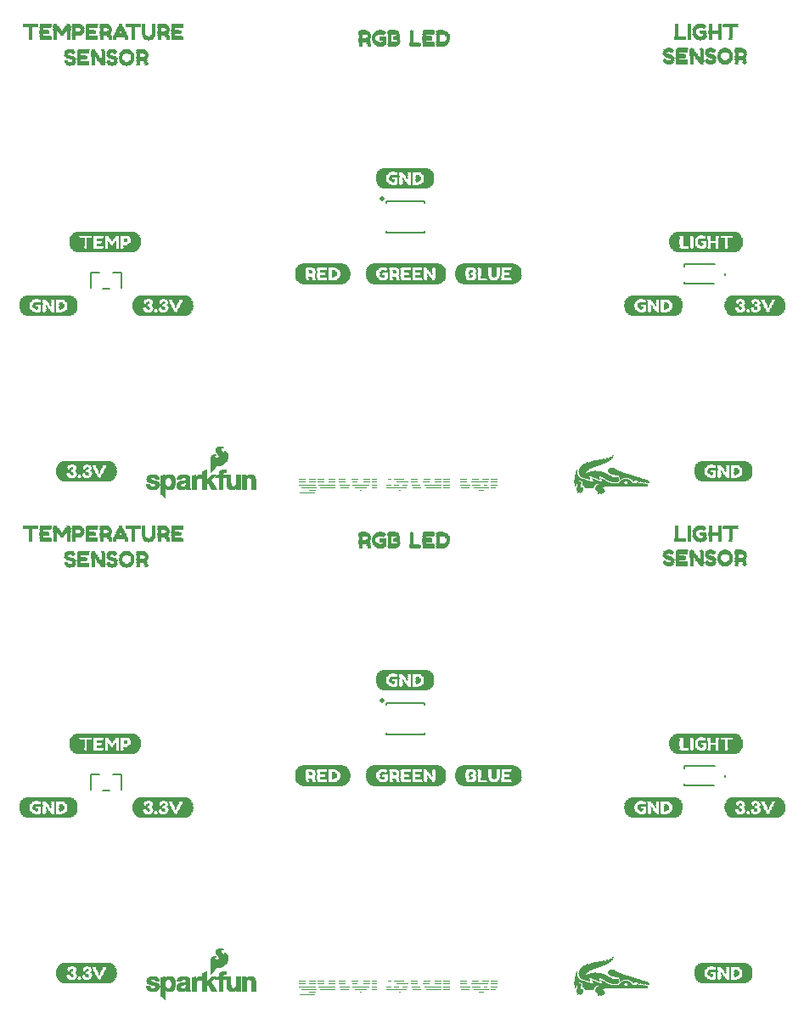
<source format=gto>
G75*
%MOIN*%
%OFA0B0*%
%FSLAX25Y25*%
%IPPOS*%
%LPD*%
%AMOC8*
5,1,8,0,0,1.08239X$1,22.5*
%
%ADD10C,0.00800*%
%ADD11R,0.18307X0.00197*%
%ADD12R,0.19094X0.00197*%
%ADD13R,0.19882X0.00197*%
%ADD14R,0.20669X0.00197*%
%ADD15R,0.21063X0.00197*%
%ADD16R,0.21457X0.00197*%
%ADD17R,0.21850X0.00197*%
%ADD18R,0.04921X0.00197*%
%ADD19R,0.10433X0.00197*%
%ADD20R,0.04528X0.00197*%
%ADD21R,0.04134X0.00197*%
%ADD22R,0.01378X0.00197*%
%ADD23R,0.02953X0.00197*%
%ADD24R,0.03740X0.00197*%
%ADD25R,0.04331X0.00197*%
%ADD26R,0.03346X0.00197*%
%ADD27R,0.00984X0.00197*%
%ADD28R,0.03543X0.00197*%
%ADD29R,0.00787X0.00197*%
%ADD30R,0.02559X0.00197*%
%ADD31R,0.02756X0.00197*%
%ADD32R,0.00591X0.00197*%
%ADD33R,0.02362X0.00197*%
%ADD34R,0.00394X0.00197*%
%ADD35R,0.02165X0.00197*%
%ADD36R,0.01181X0.00197*%
%ADD37R,0.01969X0.00197*%
%ADD38R,0.01772X0.00197*%
%ADD39R,0.01575X0.00197*%
%ADD40R,0.04724X0.00197*%
%ADD41R,0.05709X0.00197*%
%ADD42R,0.03937X0.00197*%
%ADD43R,0.05118X0.00197*%
%ADD44R,0.05709X0.00236*%
%ADD45R,0.03937X0.00236*%
%ADD46R,0.01575X0.00236*%
%ADD47R,0.00591X0.00236*%
%ADD48R,0.05315X0.00236*%
%ADD49R,0.06496X0.00197*%
%ADD50R,0.00197X0.00197*%
%ADD51R,0.05315X0.00197*%
%ADD52R,0.05512X0.00197*%
%ADD53R,0.04134X0.00236*%
%ADD54R,0.00984X0.00236*%
%ADD55R,0.00787X0.00236*%
%ADD56R,0.01181X0.00236*%
%ADD57R,0.01772X0.00236*%
%ADD58R,0.05512X0.00236*%
%ADD59R,0.04331X0.00236*%
%ADD60R,0.03150X0.00236*%
%ADD61R,0.20669X0.00236*%
%ADD62R,0.19094X0.00157*%
%ADD63R,0.20276X0.00197*%
%ADD64R,0.22244X0.00197*%
%ADD65R,0.23031X0.00197*%
%ADD66R,0.23425X0.00197*%
%ADD67R,0.23819X0.00197*%
%ADD68R,0.24213X0.00197*%
%ADD69R,0.24606X0.00197*%
%ADD70R,0.03150X0.00197*%
%ADD71R,0.06693X0.00197*%
%ADD72R,0.06890X0.00197*%
%ADD73R,0.02953X0.00236*%
%ADD74R,0.02165X0.00236*%
%ADD75R,0.04921X0.00236*%
%ADD76R,0.06693X0.00236*%
%ADD77R,0.03740X0.00236*%
%ADD78R,0.03543X0.00236*%
%ADD79R,0.23031X0.00236*%
%ADD80R,0.21457X0.00157*%
%ADD81R,0.17126X0.00197*%
%ADD82R,0.14961X0.00197*%
%ADD83R,0.00394X0.00236*%
%ADD84R,0.01969X0.00236*%
%ADD85R,0.19882X0.00236*%
%ADD86R,0.18307X0.00157*%
%ADD87R,0.25787X0.00197*%
%ADD88R,0.26969X0.00197*%
%ADD89R,0.27756X0.00197*%
%ADD90R,0.28543X0.00197*%
%ADD91R,0.28937X0.00197*%
%ADD92R,0.29331X0.00197*%
%ADD93R,0.29724X0.00197*%
%ADD94R,0.28543X0.00236*%
%ADD95R,0.26969X0.00157*%
%ADD96R,0.25000X0.00197*%
%ADD97R,0.26181X0.00197*%
%ADD98R,0.26575X0.00197*%
%ADD99R,0.11220X0.00197*%
%ADD100R,0.05906X0.00197*%
%ADD101R,0.02756X0.00236*%
%ADD102R,0.02362X0.00236*%
%ADD103R,0.05906X0.00236*%
%ADD104R,0.25787X0.00236*%
%ADD105R,0.24213X0.00157*%
%ADD106R,0.25394X0.00197*%
%ADD107R,0.01378X0.00236*%
%ADD108R,0.03346X0.00236*%
%ADD109R,0.06299X0.00197*%
%ADD110R,0.06299X0.00236*%
%ADD111R,0.25000X0.00236*%
%ADD112R,0.23425X0.00157*%
%ADD113R,0.15945X0.00197*%
%ADD114R,0.17913X0.00197*%
%ADD115R,0.18701X0.00197*%
%ADD116R,0.19488X0.00197*%
%ADD117R,0.18701X0.00236*%
%ADD118R,0.17126X0.00157*%
%ADD119R,0.05197X0.00236*%
%ADD120R,0.03780X0.00236*%
%ADD121R,0.00236X0.00236*%
%ADD122R,0.02126X0.00236*%
%ADD123R,0.04961X0.00236*%
%ADD124R,0.00709X0.00236*%
%ADD125R,0.00472X0.00236*%
%ADD126R,0.04724X0.00236*%
%ADD127R,0.01417X0.00236*%
%ADD128R,0.03307X0.00236*%
%ADD129R,0.01654X0.00236*%
%ADD130R,0.04016X0.00236*%
%ADD131R,0.06142X0.00236*%
%ADD132R,0.01890X0.00236*%
%ADD133R,0.04252X0.00236*%
%ADD134R,0.04488X0.00236*%
%ADD135R,0.05669X0.00236*%
%ADD136R,0.05433X0.00236*%
%ADD137R,0.02598X0.00236*%
%ADD138R,0.02835X0.00236*%
%ADD139R,0.03071X0.00236*%
%ADD140R,0.06850X0.00236*%
%ADD141R,0.00945X0.00236*%
%ADD142C,0.00300*%
%ADD143C,0.00700*%
%ADD144C,0.02000*%
%ADD145R,0.00079X0.00079*%
%ADD146R,0.00118X0.00079*%
%ADD147R,0.00315X0.00118*%
%ADD148R,0.00276X0.00079*%
%ADD149R,0.00709X0.00079*%
%ADD150R,0.01063X0.00118*%
%ADD151R,0.01063X0.00079*%
%ADD152R,0.01181X0.00118*%
%ADD153R,0.00669X0.00079*%
%ADD154R,0.01260X0.00079*%
%ADD155R,0.02047X0.00118*%
%ADD156R,0.02008X0.00079*%
%ADD157R,0.00709X0.00118*%
%ADD158R,0.03189X0.00079*%
%ADD159R,0.00394X0.00079*%
%ADD160R,0.03228X0.00079*%
%ADD161R,0.00866X0.00118*%
%ADD162R,0.03189X0.00118*%
%ADD163R,0.04488X0.00079*%
%ADD164R,0.00512X0.00118*%
%ADD165R,0.04449X0.00118*%
%ADD166R,0.00984X0.00079*%
%ADD167R,0.04449X0.00079*%
%ADD168R,0.05748X0.00118*%
%ADD169R,0.05827X0.00079*%
%ADD170R,0.00591X0.00118*%
%ADD171R,0.05709X0.00118*%
%ADD172R,0.06614X0.00079*%
%ADD173R,0.06496X0.00118*%
%ADD174R,0.06496X0.00079*%
%ADD175R,0.00591X0.00079*%
%ADD176R,0.06417X0.00079*%
%ADD177R,0.07480X0.00118*%
%ADD178R,0.07362X0.00079*%
%ADD179R,0.07205X0.00118*%
%ADD180R,0.06969X0.00079*%
%ADD181R,0.06811X0.00079*%
%ADD182R,0.06929X0.00118*%
%ADD183R,0.07205X0.00079*%
%ADD184R,0.07008X0.00118*%
%ADD185R,0.06575X0.00118*%
%ADD186R,0.06299X0.00118*%
%ADD187R,0.06142X0.00079*%
%ADD188R,0.05906X0.00118*%
%ADD189R,0.05748X0.00079*%
%ADD190R,0.05512X0.00118*%
%ADD191R,0.05433X0.00079*%
%ADD192R,0.05236X0.00118*%
%ADD193R,0.04961X0.00079*%
%ADD194R,0.04764X0.00118*%
%ADD195R,0.04646X0.00079*%
%ADD196R,0.04370X0.00079*%
%ADD197R,0.01535X0.00079*%
%ADD198R,0.04291X0.00118*%
%ADD199R,0.01850X0.00118*%
%ADD200R,0.04094X0.00079*%
%ADD201R,0.02244X0.00079*%
%ADD202R,0.03976X0.00118*%
%ADD203R,0.02402X0.00118*%
%ADD204R,0.03780X0.00079*%
%ADD205R,0.02598X0.00079*%
%ADD206R,0.03701X0.00118*%
%ADD207R,0.02913X0.00118*%
%ADD208R,0.03701X0.00079*%
%ADD209R,0.03031X0.00079*%
%ADD210R,0.00197X0.00118*%
%ADD211R,0.03504X0.00118*%
%ADD212R,0.03307X0.00118*%
%ADD213R,0.03425X0.00079*%
%ADD214R,0.03504X0.00079*%
%ADD215R,0.03583X0.00118*%
%ADD216R,0.00197X0.00079*%
%ADD217R,0.00276X0.00118*%
%ADD218R,0.00866X0.00079*%
%ADD219R,0.04055X0.00079*%
%ADD220R,0.00394X0.00118*%
%ADD221R,0.03110X0.00118*%
%ADD222R,0.02717X0.00118*%
%ADD223R,0.04173X0.00118*%
%ADD224R,0.02992X0.00079*%
%ADD225R,0.02913X0.00079*%
%ADD226R,0.04685X0.00079*%
%ADD227R,0.02835X0.00118*%
%ADD228R,0.04961X0.00118*%
%ADD229R,0.02717X0.00079*%
%ADD230R,0.05551X0.00079*%
%ADD231R,0.05157X0.00079*%
%ADD232R,0.02559X0.00118*%
%ADD233R,0.06102X0.00118*%
%ADD234R,0.05433X0.00118*%
%ADD235R,0.02559X0.00079*%
%ADD236R,0.05630X0.00079*%
%ADD237R,0.02441X0.00118*%
%ADD238R,0.05827X0.00118*%
%ADD239R,0.02441X0.00079*%
%ADD240R,0.07402X0.00079*%
%ADD241R,0.05945X0.00079*%
%ADD242R,0.00669X0.00118*%
%ADD243R,0.07795X0.00118*%
%ADD244R,0.10787X0.00079*%
%ADD245R,0.06102X0.00079*%
%ADD246R,0.00906X0.00118*%
%ADD247R,0.10984X0.00118*%
%ADD248R,0.00906X0.00079*%
%ADD249R,0.11181X0.00079*%
%ADD250R,0.06339X0.00079*%
%ADD251R,0.11181X0.00118*%
%ADD252R,0.11378X0.00079*%
%ADD253R,0.11457X0.00118*%
%ADD254R,0.01181X0.00079*%
%ADD255R,0.11575X0.00079*%
%ADD256R,0.05118X0.00079*%
%ADD257R,0.07402X0.00118*%
%ADD258R,0.04016X0.00118*%
%ADD259R,0.05276X0.00118*%
%ADD260R,0.03307X0.00079*%
%ADD261R,0.03583X0.00079*%
%ADD262R,0.04016X0.00079*%
%ADD263R,0.01378X0.00079*%
%ADD264R,0.03976X0.00079*%
%ADD265R,0.01457X0.00118*%
%ADD266R,0.03228X0.00118*%
%ADD267R,0.03031X0.00118*%
%ADD268R,0.03858X0.00118*%
%ADD269R,0.01457X0.00079*%
%ADD270R,0.03110X0.00079*%
%ADD271R,0.02835X0.00079*%
%ADD272R,0.03858X0.00079*%
%ADD273R,0.01575X0.00118*%
%ADD274R,0.02992X0.00118*%
%ADD275R,0.02520X0.00118*%
%ADD276R,0.03780X0.00118*%
%ADD277R,0.06417X0.00118*%
%ADD278R,0.01654X0.00079*%
%ADD279R,0.02402X0.00079*%
%ADD280R,0.01772X0.00118*%
%ADD281R,0.02126X0.00118*%
%ADD282R,0.03898X0.00118*%
%ADD283R,0.06890X0.00118*%
%ADD284R,0.01929X0.00079*%
%ADD285R,0.02638X0.00079*%
%ADD286R,0.03898X0.00079*%
%ADD287R,0.01654X0.00118*%
%ADD288R,0.00472X0.00118*%
%ADD289R,0.02126X0.00079*%
%ADD290R,0.01575X0.00079*%
%ADD291R,0.02323X0.00118*%
%ADD292R,0.01260X0.00118*%
%ADD293R,0.04646X0.00118*%
%ADD294R,0.02520X0.00079*%
%ADD295R,0.00787X0.00079*%
%ADD296R,0.01299X0.00118*%
%ADD297R,0.00118X0.00118*%
%ADD298R,0.00787X0.00118*%
%ADD299R,0.00079X0.00118*%
%ADD300R,0.05354X0.00118*%
%ADD301R,0.00315X0.00079*%
%ADD302R,0.00551X0.00079*%
%ADD303R,0.04843X0.00079*%
%ADD304R,0.03622X0.00079*%
%ADD305R,0.00748X0.00079*%
%ADD306R,0.05039X0.00079*%
%ADD307R,0.04764X0.00079*%
%ADD308R,0.02047X0.00079*%
%ADD309R,0.05354X0.00079*%
%ADD310R,0.04409X0.00118*%
%ADD311R,0.04567X0.00118*%
%ADD312R,0.02638X0.00118*%
%ADD313R,0.05551X0.00118*%
%ADD314R,0.01535X0.00118*%
%ADD315R,0.01850X0.00079*%
%ADD316R,0.01811X0.00118*%
%ADD317R,0.01732X0.00118*%
%ADD318R,0.04055X0.00118*%
%ADD319R,0.01969X0.00118*%
%ADD320R,0.02244X0.00118*%
%ADD321R,0.02165X0.00079*%
%ADD322R,0.02362X0.00079*%
%ADD323R,0.01772X0.00079*%
%ADD324R,0.00512X0.00079*%
%ADD325R,0.02362X0.00118*%
%ADD326R,0.04094X0.00118*%
%ADD327R,0.02795X0.00118*%
%ADD328R,0.01339X0.00118*%
%ADD329R,0.10039X0.00079*%
%ADD330R,0.10236X0.00118*%
%ADD331R,0.10394X0.00079*%
%ADD332R,0.10709X0.00118*%
%ADD333R,0.11063X0.00079*%
%ADD334R,0.11378X0.00118*%
%ADD335R,0.00157X0.00118*%
%ADD336R,0.12087X0.00079*%
%ADD337R,0.05276X0.00079*%
%ADD338R,0.00472X0.00079*%
%ADD339R,0.05866X0.00079*%
%ADD340R,0.10591X0.00079*%
%ADD341R,0.06220X0.00079*%
%ADD342R,0.10591X0.00118*%
%ADD343R,0.06614X0.00118*%
%ADD344R,0.18583X0.00079*%
%ADD345R,0.01378X0.00118*%
%ADD346R,0.19331X0.00118*%
%ADD347R,0.19528X0.00079*%
%ADD348R,0.04843X0.00118*%
%ADD349R,0.19606X0.00118*%
%ADD350R,0.04567X0.00079*%
%ADD351R,0.19803X0.00079*%
%ADD352R,0.04252X0.00118*%
%ADD353R,0.19921X0.00118*%
%ADD354R,0.04173X0.00079*%
%ADD355R,0.20000X0.00079*%
%ADD356R,0.08583X0.00118*%
%ADD357R,0.01339X0.00079*%
%ADD358R,0.03819X0.00079*%
%ADD359R,0.03386X0.00118*%
%ADD360R,0.02323X0.00079*%
%ADD361R,0.02756X0.00079*%
%ADD362R,0.03386X0.00079*%
%ADD363R,0.03425X0.00118*%
%ADD364R,0.02598X0.00118*%
%ADD365R,0.00157X0.00079*%
%ADD366R,0.01063X0.00354*%
%ADD367R,0.00709X0.00354*%
%ADD368R,0.01772X0.00354*%
%ADD369R,0.02126X0.00354*%
%ADD370R,0.02480X0.00354*%
%ADD371R,0.02480X0.00394*%
%ADD372R,0.00354X0.00354*%
%ADD373R,0.04606X0.00354*%
%ADD374R,0.03189X0.00354*%
%ADD375R,0.03543X0.00354*%
%ADD376R,0.05315X0.00394*%
%ADD377R,0.04252X0.00394*%
%ADD378R,0.04961X0.00394*%
%ADD379R,0.02126X0.00394*%
%ADD380R,0.04606X0.00394*%
%ADD381R,0.05669X0.00394*%
%ADD382R,0.05669X0.00354*%
%ADD383R,0.05315X0.00354*%
%ADD384R,0.04961X0.00354*%
%ADD385R,0.06024X0.00354*%
%ADD386R,0.06378X0.00354*%
%ADD387R,0.06378X0.00394*%
%ADD388R,0.06024X0.00394*%
%ADD389R,0.06732X0.00354*%
%ADD390R,0.02835X0.00394*%
%ADD391R,0.03189X0.00394*%
%ADD392R,0.06732X0.00394*%
%ADD393R,0.00709X0.00394*%
%ADD394R,0.00354X0.00394*%
%ADD395R,0.02480X0.00315*%
%ADD396R,0.02835X0.00315*%
%ADD397R,0.02126X0.00315*%
%ADD398R,0.01063X0.00315*%
%ADD399R,0.03898X0.00315*%
%ADD400R,0.04606X0.00315*%
%ADD401R,0.06378X0.00315*%
%ADD402R,0.02835X0.00354*%
%ADD403R,0.03898X0.00354*%
%ADD404R,0.01417X0.00354*%
%ADD405R,0.06732X0.00315*%
%ADD406R,0.01772X0.00315*%
%ADD407R,0.03543X0.00315*%
%ADD408R,0.03189X0.00315*%
%ADD409R,0.01417X0.00315*%
%ADD410R,0.05669X0.00315*%
%ADD411R,0.04961X0.00315*%
%ADD412R,0.05315X0.00315*%
%ADD413R,0.06024X0.00315*%
%ADD414R,0.04252X0.00354*%
%ADD415R,0.00354X0.00315*%
D10*
X0085238Y0118356D02*
X0085238Y0124256D01*
X0088600Y0124256D01*
X0093900Y0124256D02*
X0097262Y0124256D01*
X0097262Y0118356D01*
X0092500Y0118250D02*
X0090000Y0118250D01*
X0090000Y0315250D02*
X0092500Y0315250D01*
X0097262Y0315356D02*
X0097262Y0321256D01*
X0093900Y0321256D01*
X0088600Y0321256D02*
X0085238Y0321256D01*
X0085238Y0315356D01*
X0318376Y0316931D02*
X0330030Y0316931D01*
X0334124Y0320553D02*
X0334124Y0320947D01*
X0330148Y0324648D02*
X0318376Y0324648D01*
X0318376Y0323742D01*
X0318376Y0317758D02*
X0318376Y0316931D01*
X0318376Y0127648D02*
X0330148Y0127648D01*
X0334124Y0123947D02*
X0334124Y0123553D01*
X0330030Y0119931D02*
X0318376Y0119931D01*
X0318376Y0120758D01*
X0318376Y0126742D02*
X0318376Y0127648D01*
D11*
X0306159Y0115010D03*
X0346053Y0115207D03*
X0346053Y0107333D03*
X0333659Y0050010D03*
X0208659Y0165010D03*
X0113553Y0115207D03*
X0113553Y0107333D03*
X0068659Y0115010D03*
X0083553Y0050207D03*
X0083553Y0042333D03*
X0083553Y0239333D03*
X0083553Y0247207D03*
X0113553Y0304333D03*
X0113553Y0312207D03*
X0068659Y0312010D03*
X0208659Y0362010D03*
X0306159Y0312010D03*
X0346053Y0312207D03*
X0346053Y0304333D03*
X0333659Y0247010D03*
D12*
X0333659Y0246813D03*
X0333659Y0239687D03*
X0306159Y0304687D03*
X0306159Y0311813D03*
X0346053Y0312010D03*
X0208659Y0354687D03*
X0208659Y0361813D03*
X0176266Y0323919D03*
X0176266Y0317620D03*
X0113553Y0312010D03*
X0068659Y0311813D03*
X0068659Y0304687D03*
X0083553Y0247010D03*
X0176266Y0126919D03*
X0176266Y0120620D03*
X0208659Y0157687D03*
X0208659Y0164813D03*
X0113553Y0115010D03*
X0068659Y0114813D03*
X0068659Y0107687D03*
X0083553Y0050010D03*
X0306159Y0107687D03*
X0306159Y0114813D03*
X0346053Y0115010D03*
X0333659Y0049813D03*
X0333659Y0042687D03*
D13*
X0333659Y0049616D03*
X0346053Y0107687D03*
X0346053Y0114813D03*
X0306159Y0114616D03*
X0208659Y0164616D03*
X0176266Y0126526D03*
X0176266Y0120974D03*
X0113553Y0114813D03*
X0113553Y0107687D03*
X0068659Y0114616D03*
X0083553Y0049813D03*
X0083553Y0042687D03*
X0083553Y0239687D03*
X0083553Y0246813D03*
X0113553Y0304687D03*
X0113553Y0311813D03*
X0068659Y0311616D03*
X0176266Y0317974D03*
X0176266Y0323526D03*
X0208659Y0361616D03*
X0306159Y0311616D03*
X0346053Y0311813D03*
X0346053Y0304687D03*
X0333659Y0246616D03*
D14*
X0333659Y0246222D03*
X0333659Y0240317D03*
X0306159Y0305317D03*
X0306159Y0311222D03*
X0346053Y0311616D03*
X0208659Y0355317D03*
X0208659Y0361222D03*
X0113553Y0311616D03*
X0068659Y0311222D03*
X0068659Y0305317D03*
X0083553Y0246616D03*
X0208659Y0164222D03*
X0208659Y0158317D03*
X0113553Y0114616D03*
X0068659Y0114222D03*
X0068659Y0108317D03*
X0083553Y0049616D03*
X0306159Y0108317D03*
X0306159Y0114222D03*
X0346053Y0114616D03*
X0333659Y0049222D03*
X0333659Y0043317D03*
D15*
X0333659Y0043474D03*
X0333659Y0049026D03*
X0346053Y0108120D03*
X0346053Y0114419D03*
X0306159Y0114026D03*
X0306159Y0108474D03*
X0208659Y0158474D03*
X0208659Y0164026D03*
X0113553Y0114419D03*
X0113553Y0108120D03*
X0068659Y0108474D03*
X0068659Y0114026D03*
X0083553Y0049419D03*
X0083553Y0043120D03*
X0083553Y0240120D03*
X0083553Y0246419D03*
X0068659Y0305474D03*
X0068659Y0311026D03*
X0113553Y0311419D03*
X0113553Y0305120D03*
X0208659Y0355474D03*
X0208659Y0361026D03*
X0306159Y0311026D03*
X0306159Y0305474D03*
X0346053Y0305120D03*
X0346053Y0311419D03*
X0333659Y0246026D03*
X0333659Y0240474D03*
D16*
X0346053Y0305317D03*
X0346053Y0311222D03*
X0241431Y0324510D03*
X0113553Y0311222D03*
X0113553Y0305317D03*
X0083553Y0246222D03*
X0083553Y0240317D03*
X0113553Y0114222D03*
X0113553Y0108317D03*
X0083553Y0049222D03*
X0083553Y0043317D03*
X0241431Y0127510D03*
X0346053Y0114222D03*
X0346053Y0108317D03*
D17*
X0346053Y0108474D03*
X0346053Y0114026D03*
X0346053Y0305474D03*
X0346053Y0311026D03*
X0113553Y0311026D03*
X0113553Y0305474D03*
X0083553Y0246026D03*
X0083553Y0240474D03*
X0113553Y0114026D03*
X0113553Y0108474D03*
X0083553Y0049026D03*
X0083553Y0043474D03*
D18*
X0080797Y0048829D03*
X0074892Y0048829D03*
X0074104Y0047057D03*
X0093002Y0046663D03*
X0093002Y0046467D03*
X0104104Y0112057D03*
X0104892Y0113829D03*
X0110797Y0113829D03*
X0123002Y0111663D03*
X0123002Y0111467D03*
X0252061Y0123573D03*
X0252061Y0123770D03*
X0252061Y0123967D03*
X0252061Y0124163D03*
X0336604Y0112057D03*
X0337392Y0113829D03*
X0343297Y0113829D03*
X0355502Y0111663D03*
X0355502Y0111467D03*
X0355502Y0308467D03*
X0355502Y0308663D03*
X0343297Y0310829D03*
X0337392Y0310829D03*
X0336604Y0309057D03*
X0252061Y0320573D03*
X0252061Y0320770D03*
X0252061Y0320967D03*
X0252061Y0321163D03*
X0123002Y0308663D03*
X0123002Y0308467D03*
X0110797Y0310829D03*
X0104892Y0310829D03*
X0104104Y0309057D03*
X0080797Y0245829D03*
X0074892Y0245829D03*
X0074104Y0244057D03*
X0093002Y0243663D03*
X0093002Y0243467D03*
D19*
X0089459Y0245829D03*
X0119459Y0310829D03*
X0119459Y0113829D03*
X0089459Y0048829D03*
X0351959Y0113829D03*
X0351959Y0310829D03*
D20*
X0355699Y0309451D03*
X0355699Y0309254D03*
X0344478Y0307640D03*
X0336998Y0310632D03*
X0336407Y0309451D03*
X0336407Y0309254D03*
X0315215Y0309844D03*
X0315018Y0310041D03*
X0315018Y0306301D03*
X0314821Y0306104D03*
X0297498Y0306104D03*
X0297301Y0306301D03*
X0297104Y0309844D03*
X0324604Y0244844D03*
X0324801Y0241301D03*
X0324998Y0241104D03*
X0342321Y0241104D03*
X0342518Y0241301D03*
X0342715Y0244844D03*
X0342518Y0245041D03*
X0217715Y0162844D03*
X0217518Y0163041D03*
X0217518Y0159301D03*
X0217321Y0159104D03*
X0199998Y0159104D03*
X0199801Y0159301D03*
X0199604Y0162844D03*
X0195801Y0125541D03*
X0195604Y0125344D03*
X0195604Y0122156D03*
X0195801Y0121959D03*
X0195801Y0121801D03*
X0184533Y0121801D03*
X0184337Y0121604D03*
X0184730Y0125344D03*
X0184533Y0125541D03*
X0123199Y0112451D03*
X0123199Y0112254D03*
X0111978Y0110640D03*
X0104498Y0113632D03*
X0103907Y0112451D03*
X0103907Y0112254D03*
X0102726Y0135640D03*
X0102136Y0138632D03*
X0077518Y0113041D03*
X0077715Y0112844D03*
X0077518Y0109301D03*
X0077321Y0109104D03*
X0059998Y0109104D03*
X0059801Y0109301D03*
X0059604Y0112844D03*
X0074498Y0048632D03*
X0073907Y0047451D03*
X0073907Y0047254D03*
X0081978Y0045640D03*
X0093199Y0047254D03*
X0093199Y0047451D03*
X0081978Y0242640D03*
X0074498Y0245632D03*
X0073907Y0244451D03*
X0073907Y0244254D03*
X0093199Y0244254D03*
X0093199Y0244451D03*
X0077321Y0306104D03*
X0077518Y0306301D03*
X0077715Y0309844D03*
X0077518Y0310041D03*
X0059604Y0309844D03*
X0059801Y0306301D03*
X0059998Y0306104D03*
X0102726Y0332640D03*
X0102136Y0335632D03*
X0104498Y0310632D03*
X0103907Y0309451D03*
X0103907Y0309254D03*
X0111978Y0307640D03*
X0123199Y0309254D03*
X0123199Y0309451D03*
X0184337Y0318604D03*
X0184533Y0318801D03*
X0184730Y0322344D03*
X0184533Y0322541D03*
X0195604Y0322344D03*
X0195801Y0322541D03*
X0195604Y0319156D03*
X0195801Y0318959D03*
X0195801Y0318801D03*
X0199998Y0356104D03*
X0199801Y0356301D03*
X0199604Y0359844D03*
X0217518Y0360041D03*
X0217715Y0359844D03*
X0217518Y0356301D03*
X0217321Y0356104D03*
X0297104Y0112844D03*
X0297301Y0109301D03*
X0297498Y0109104D03*
X0314821Y0109104D03*
X0315018Y0109301D03*
X0315215Y0112844D03*
X0315018Y0113041D03*
X0336407Y0112451D03*
X0336407Y0112254D03*
X0336998Y0113632D03*
X0344478Y0110640D03*
X0355699Y0112254D03*
X0355699Y0112451D03*
X0342518Y0048041D03*
X0342715Y0047844D03*
X0342518Y0044301D03*
X0342321Y0044104D03*
X0324998Y0044104D03*
X0324801Y0044301D03*
X0324604Y0047844D03*
D21*
X0073711Y0045089D03*
X0073711Y0045285D03*
X0073907Y0044656D03*
X0074104Y0044301D03*
X0074301Y0044104D03*
X0073907Y0047648D03*
X0074104Y0048041D03*
X0080797Y0048632D03*
X0081191Y0046270D03*
X0093199Y0047648D03*
X0093199Y0047844D03*
X0104301Y0109104D03*
X0104104Y0109301D03*
X0103907Y0109656D03*
X0103711Y0110089D03*
X0103711Y0110285D03*
X0103907Y0112648D03*
X0104104Y0113041D03*
X0110797Y0113632D03*
X0111191Y0111270D03*
X0123199Y0112648D03*
X0123199Y0112844D03*
X0102923Y0136270D03*
X0102923Y0136467D03*
X0102923Y0136663D03*
X0102923Y0136860D03*
X0102923Y0137057D03*
X0102923Y0137254D03*
X0102726Y0137844D03*
X0102530Y0138041D03*
X0102530Y0138238D03*
X0077911Y0112451D03*
X0078108Y0112057D03*
X0078108Y0111860D03*
X0078108Y0111663D03*
X0078108Y0111467D03*
X0078108Y0111270D03*
X0078108Y0111073D03*
X0078108Y0110640D03*
X0078108Y0110443D03*
X0077911Y0110089D03*
X0059407Y0110089D03*
X0059211Y0110640D03*
X0059211Y0111073D03*
X0059211Y0111270D03*
X0059211Y0111467D03*
X0059211Y0111663D03*
X0059211Y0111860D03*
X0059407Y0112451D03*
X0167604Y0122156D03*
X0167604Y0122589D03*
X0167604Y0124951D03*
X0167604Y0125148D03*
X0167604Y0125344D03*
X0184927Y0124951D03*
X0185124Y0124557D03*
X0185124Y0124360D03*
X0185124Y0124163D03*
X0185124Y0123967D03*
X0185124Y0123770D03*
X0185124Y0123573D03*
X0185124Y0123140D03*
X0185124Y0122943D03*
X0184927Y0122589D03*
X0195211Y0123573D03*
X0195211Y0123770D03*
X0195211Y0123967D03*
X0195211Y0124163D03*
X0222573Y0124951D03*
X0222573Y0125148D03*
X0222573Y0125344D03*
X0222573Y0122589D03*
X0222573Y0122156D03*
X0230407Y0122785D03*
X0230407Y0122943D03*
X0230407Y0123140D03*
X0230407Y0123573D03*
X0230407Y0123770D03*
X0230407Y0123967D03*
X0230407Y0124163D03*
X0230407Y0124360D03*
X0230407Y0124557D03*
X0230407Y0124754D03*
X0252258Y0125148D03*
X0217911Y0160089D03*
X0218108Y0160443D03*
X0218108Y0160640D03*
X0218108Y0161073D03*
X0218108Y0161270D03*
X0218108Y0161467D03*
X0218108Y0161663D03*
X0218108Y0161860D03*
X0218108Y0162057D03*
X0217911Y0162451D03*
X0199407Y0162451D03*
X0199211Y0161860D03*
X0199211Y0161663D03*
X0199211Y0161467D03*
X0199211Y0161270D03*
X0199211Y0161073D03*
X0199211Y0160640D03*
X0199407Y0160089D03*
X0296907Y0112451D03*
X0296711Y0111860D03*
X0296711Y0111663D03*
X0296711Y0111467D03*
X0296711Y0111270D03*
X0296711Y0111073D03*
X0296711Y0110640D03*
X0296907Y0110089D03*
X0315411Y0110089D03*
X0315608Y0110443D03*
X0315608Y0110640D03*
X0315608Y0111073D03*
X0315608Y0111270D03*
X0315608Y0111467D03*
X0315608Y0111663D03*
X0315608Y0111860D03*
X0315608Y0112057D03*
X0315411Y0112451D03*
X0336211Y0110285D03*
X0336211Y0110089D03*
X0336407Y0109656D03*
X0336604Y0109301D03*
X0336801Y0109104D03*
X0336407Y0112648D03*
X0336604Y0113041D03*
X0343297Y0113632D03*
X0343691Y0111270D03*
X0355699Y0112648D03*
X0355699Y0112844D03*
X0314407Y0135285D03*
X0314407Y0135443D03*
X0314407Y0135640D03*
X0314407Y0136073D03*
X0314407Y0136270D03*
X0314407Y0136467D03*
X0314407Y0136663D03*
X0314407Y0136860D03*
X0314407Y0137057D03*
X0314407Y0137254D03*
X0324407Y0047451D03*
X0324211Y0046860D03*
X0324211Y0046663D03*
X0324211Y0046467D03*
X0324211Y0046270D03*
X0324211Y0046073D03*
X0324211Y0045640D03*
X0324407Y0045089D03*
X0342911Y0045089D03*
X0343108Y0045443D03*
X0343108Y0045640D03*
X0343108Y0046073D03*
X0343108Y0046270D03*
X0343108Y0046467D03*
X0343108Y0046663D03*
X0343108Y0046860D03*
X0343108Y0047057D03*
X0342911Y0047451D03*
X0342911Y0242089D03*
X0343108Y0242443D03*
X0343108Y0242640D03*
X0343108Y0243073D03*
X0343108Y0243270D03*
X0343108Y0243467D03*
X0343108Y0243663D03*
X0343108Y0243860D03*
X0343108Y0244057D03*
X0342911Y0244451D03*
X0324407Y0244451D03*
X0324211Y0243860D03*
X0324211Y0243663D03*
X0324211Y0243467D03*
X0324211Y0243270D03*
X0324211Y0243073D03*
X0324211Y0242640D03*
X0324407Y0242089D03*
X0336801Y0306104D03*
X0336604Y0306301D03*
X0336407Y0306656D03*
X0336211Y0307089D03*
X0336211Y0307285D03*
X0336407Y0309648D03*
X0336604Y0310041D03*
X0343297Y0310632D03*
X0343691Y0308270D03*
X0355699Y0309648D03*
X0355699Y0309844D03*
X0315608Y0309057D03*
X0315608Y0308860D03*
X0315608Y0308663D03*
X0315608Y0308467D03*
X0315608Y0308270D03*
X0315608Y0308073D03*
X0315608Y0307640D03*
X0315608Y0307443D03*
X0315411Y0307089D03*
X0315411Y0309451D03*
X0296907Y0309451D03*
X0296711Y0308860D03*
X0296711Y0308663D03*
X0296711Y0308467D03*
X0296711Y0308270D03*
X0296711Y0308073D03*
X0296711Y0307640D03*
X0296907Y0307089D03*
X0314407Y0332285D03*
X0314407Y0332443D03*
X0314407Y0332640D03*
X0314407Y0333073D03*
X0314407Y0333270D03*
X0314407Y0333467D03*
X0314407Y0333663D03*
X0314407Y0333860D03*
X0314407Y0334057D03*
X0314407Y0334254D03*
X0252258Y0322148D03*
X0230407Y0321754D03*
X0230407Y0321557D03*
X0230407Y0321360D03*
X0230407Y0321163D03*
X0230407Y0320967D03*
X0230407Y0320770D03*
X0230407Y0320573D03*
X0230407Y0320140D03*
X0230407Y0319943D03*
X0230407Y0319785D03*
X0222573Y0319589D03*
X0222573Y0319156D03*
X0222573Y0321951D03*
X0222573Y0322148D03*
X0222573Y0322344D03*
X0195211Y0321163D03*
X0195211Y0320967D03*
X0195211Y0320770D03*
X0195211Y0320573D03*
X0185124Y0320573D03*
X0185124Y0320770D03*
X0185124Y0320967D03*
X0185124Y0321163D03*
X0185124Y0321360D03*
X0185124Y0321557D03*
X0184927Y0321951D03*
X0185124Y0320140D03*
X0185124Y0319943D03*
X0184927Y0319589D03*
X0167604Y0319589D03*
X0167604Y0319156D03*
X0167604Y0321951D03*
X0167604Y0322148D03*
X0167604Y0322344D03*
X0199407Y0357089D03*
X0199211Y0357640D03*
X0199211Y0358073D03*
X0199211Y0358270D03*
X0199211Y0358467D03*
X0199211Y0358663D03*
X0199211Y0358860D03*
X0199407Y0359451D03*
X0217911Y0359451D03*
X0218108Y0359057D03*
X0218108Y0358860D03*
X0218108Y0358663D03*
X0218108Y0358467D03*
X0218108Y0358270D03*
X0218108Y0358073D03*
X0218108Y0357640D03*
X0218108Y0357443D03*
X0217911Y0357089D03*
X0123199Y0309844D03*
X0123199Y0309648D03*
X0111191Y0308270D03*
X0110797Y0310632D03*
X0104104Y0310041D03*
X0103907Y0309648D03*
X0103711Y0307285D03*
X0103711Y0307089D03*
X0103907Y0306656D03*
X0104104Y0306301D03*
X0104301Y0306104D03*
X0078108Y0307443D03*
X0078108Y0307640D03*
X0078108Y0308073D03*
X0078108Y0308270D03*
X0078108Y0308467D03*
X0078108Y0308663D03*
X0078108Y0308860D03*
X0078108Y0309057D03*
X0077911Y0309451D03*
X0077911Y0307089D03*
X0059407Y0307089D03*
X0059211Y0307640D03*
X0059211Y0308073D03*
X0059211Y0308270D03*
X0059211Y0308467D03*
X0059211Y0308663D03*
X0059211Y0308860D03*
X0059407Y0309451D03*
X0102923Y0333270D03*
X0102923Y0333467D03*
X0102923Y0333663D03*
X0102923Y0333860D03*
X0102923Y0334057D03*
X0102923Y0334254D03*
X0102726Y0334844D03*
X0102530Y0335041D03*
X0102530Y0335238D03*
X0093199Y0244844D03*
X0093199Y0244648D03*
X0081191Y0243270D03*
X0080797Y0245632D03*
X0074104Y0245041D03*
X0073907Y0244648D03*
X0073711Y0242285D03*
X0073711Y0242089D03*
X0073907Y0241656D03*
X0074104Y0241301D03*
X0074301Y0241104D03*
D22*
X0077844Y0242089D03*
X0077648Y0244057D03*
X0083750Y0242089D03*
X0086112Y0243663D03*
X0085522Y0245632D03*
X0088671Y0243860D03*
X0088671Y0243663D03*
X0073581Y0307089D03*
X0073581Y0309254D03*
X0069053Y0309648D03*
X0068463Y0306656D03*
X0063935Y0309451D03*
X0063148Y0308663D03*
X0090128Y0333073D03*
X0090128Y0333270D03*
X0090128Y0333467D03*
X0090128Y0333663D03*
X0093474Y0334451D03*
X0098789Y0334451D03*
X0098789Y0333467D03*
X0107648Y0309057D03*
X0107844Y0307089D03*
X0113750Y0307089D03*
X0116112Y0308663D03*
X0115522Y0310632D03*
X0118671Y0308860D03*
X0118671Y0308663D03*
X0171541Y0318801D03*
X0171541Y0318959D03*
X0171541Y0320967D03*
X0171541Y0321163D03*
X0171541Y0321754D03*
X0177841Y0321163D03*
X0177841Y0320140D03*
X0180596Y0319589D03*
X0180596Y0321754D03*
X0199935Y0321951D03*
X0204463Y0321754D03*
X0204463Y0321163D03*
X0204463Y0320967D03*
X0204463Y0318959D03*
X0204463Y0318801D03*
X0210762Y0320140D03*
X0210762Y0321163D03*
X0215289Y0321163D03*
X0215289Y0320140D03*
X0218045Y0319156D03*
X0218636Y0322148D03*
X0234541Y0321951D03*
X0234541Y0321754D03*
X0234541Y0321557D03*
X0241431Y0318604D03*
X0243596Y0319589D03*
X0245762Y0318604D03*
X0213581Y0357089D03*
X0213581Y0359254D03*
X0209053Y0359648D03*
X0208463Y0356656D03*
X0203935Y0359451D03*
X0203148Y0358663D03*
X0300648Y0308663D03*
X0301435Y0309451D03*
X0306553Y0309648D03*
X0305963Y0306656D03*
X0311081Y0307089D03*
X0311081Y0309254D03*
X0322675Y0331104D03*
X0324250Y0333663D03*
X0325037Y0334451D03*
X0322675Y0335238D03*
X0340148Y0309057D03*
X0340344Y0307089D03*
X0346250Y0307089D03*
X0348612Y0308663D03*
X0348022Y0310632D03*
X0351171Y0308860D03*
X0351171Y0308663D03*
X0338581Y0244254D03*
X0338581Y0242089D03*
X0333463Y0241656D03*
X0334053Y0244648D03*
X0328935Y0244451D03*
X0328148Y0243663D03*
X0322675Y0138238D03*
X0324250Y0136663D03*
X0325037Y0137451D03*
X0322675Y0134104D03*
X0306553Y0112648D03*
X0305963Y0109656D03*
X0311081Y0110089D03*
X0311081Y0112254D03*
X0301435Y0112451D03*
X0300648Y0111663D03*
X0340148Y0112057D03*
X0340344Y0110089D03*
X0346250Y0110089D03*
X0348612Y0111663D03*
X0348022Y0113632D03*
X0351171Y0111860D03*
X0351171Y0111663D03*
X0338581Y0047254D03*
X0338581Y0045089D03*
X0333463Y0044656D03*
X0334053Y0047648D03*
X0328935Y0047451D03*
X0328148Y0046663D03*
X0245762Y0121604D03*
X0243596Y0122589D03*
X0241431Y0121604D03*
X0234541Y0124557D03*
X0234541Y0124754D03*
X0234541Y0124951D03*
X0218636Y0125148D03*
X0218045Y0122156D03*
X0215289Y0123140D03*
X0215289Y0124163D03*
X0210762Y0124163D03*
X0210762Y0123140D03*
X0204463Y0123967D03*
X0204463Y0124163D03*
X0204463Y0124754D03*
X0204463Y0121959D03*
X0204463Y0121801D03*
X0199935Y0124951D03*
X0180596Y0124754D03*
X0180596Y0122589D03*
X0177841Y0123140D03*
X0177841Y0124163D03*
X0171541Y0124163D03*
X0171541Y0123967D03*
X0171541Y0124754D03*
X0171541Y0121959D03*
X0171541Y0121801D03*
X0208463Y0159656D03*
X0209053Y0162648D03*
X0213581Y0162254D03*
X0213581Y0160089D03*
X0203935Y0162451D03*
X0203148Y0161663D03*
X0118671Y0111860D03*
X0118671Y0111663D03*
X0116112Y0111663D03*
X0115522Y0113632D03*
X0113750Y0110089D03*
X0107844Y0110089D03*
X0107648Y0112057D03*
X0098789Y0136467D03*
X0098789Y0137451D03*
X0093474Y0137451D03*
X0090128Y0136663D03*
X0090128Y0136467D03*
X0090128Y0136270D03*
X0090128Y0136073D03*
X0069053Y0112648D03*
X0068463Y0109656D03*
X0073581Y0110089D03*
X0073581Y0112254D03*
X0063935Y0112451D03*
X0063148Y0111663D03*
X0077648Y0047057D03*
X0077844Y0045089D03*
X0083750Y0045089D03*
X0086112Y0046663D03*
X0085522Y0048632D03*
X0088671Y0046860D03*
X0088671Y0046663D03*
D23*
X0088671Y0048435D03*
X0088671Y0048632D03*
X0080797Y0048238D03*
X0110797Y0113238D03*
X0118671Y0113435D03*
X0118671Y0113632D03*
X0093474Y0138435D03*
X0088671Y0245435D03*
X0088671Y0245632D03*
X0080797Y0245238D03*
X0110797Y0310238D03*
X0118671Y0310435D03*
X0118671Y0310632D03*
X0093474Y0335435D03*
X0239856Y0322935D03*
X0239856Y0322738D03*
X0239856Y0322541D03*
X0239856Y0322344D03*
X0239856Y0322148D03*
X0239856Y0321951D03*
X0239856Y0321754D03*
X0239856Y0321557D03*
X0239856Y0321360D03*
X0239856Y0321163D03*
X0239856Y0320967D03*
X0239856Y0320770D03*
X0239856Y0320573D03*
X0239856Y0320140D03*
X0239856Y0319943D03*
X0239856Y0319785D03*
X0319132Y0335435D03*
X0343297Y0310238D03*
X0351171Y0310435D03*
X0351171Y0310632D03*
X0319132Y0138435D03*
X0343297Y0113238D03*
X0351171Y0113435D03*
X0351171Y0113632D03*
X0239856Y0122785D03*
X0239856Y0122943D03*
X0239856Y0123140D03*
X0239856Y0123573D03*
X0239856Y0123770D03*
X0239856Y0123967D03*
X0239856Y0124163D03*
X0239856Y0124360D03*
X0239856Y0124557D03*
X0239856Y0124754D03*
X0239856Y0124951D03*
X0239856Y0125148D03*
X0239856Y0125344D03*
X0239856Y0125541D03*
X0239856Y0125738D03*
X0239856Y0125935D03*
D24*
X0230801Y0126132D03*
X0230604Y0125738D03*
X0230604Y0125541D03*
X0230604Y0121959D03*
X0230604Y0121801D03*
X0222376Y0121604D03*
X0222179Y0121171D03*
X0222376Y0125935D03*
X0222376Y0126132D03*
X0200722Y0124557D03*
X0167998Y0121171D03*
X0167801Y0121604D03*
X0167801Y0125935D03*
X0167801Y0126132D03*
X0204526Y0161860D03*
X0204526Y0162057D03*
X0252258Y0125738D03*
X0252258Y0125541D03*
X0252258Y0121959D03*
X0252258Y0121801D03*
X0302026Y0112057D03*
X0302026Y0111860D03*
X0314604Y0134301D03*
X0314604Y0134459D03*
X0314604Y0138041D03*
X0314604Y0138238D03*
X0314801Y0138632D03*
X0325628Y0137057D03*
X0325628Y0136860D03*
X0343888Y0111663D03*
X0349006Y0108671D03*
X0355699Y0113041D03*
X0355699Y0113238D03*
X0355502Y0113632D03*
X0329526Y0047057D03*
X0329526Y0046860D03*
X0329526Y0243860D03*
X0329526Y0244057D03*
X0349006Y0305671D03*
X0343888Y0308663D03*
X0355502Y0310632D03*
X0355699Y0310238D03*
X0355699Y0310041D03*
X0325628Y0333860D03*
X0325628Y0334057D03*
X0314801Y0335632D03*
X0314604Y0335238D03*
X0314604Y0335041D03*
X0314604Y0331459D03*
X0314604Y0331301D03*
X0302026Y0309057D03*
X0302026Y0308860D03*
X0252258Y0318801D03*
X0252258Y0318959D03*
X0252258Y0322541D03*
X0252258Y0322738D03*
X0230801Y0323132D03*
X0230604Y0322738D03*
X0230604Y0322541D03*
X0230604Y0318959D03*
X0230604Y0318801D03*
X0222376Y0318604D03*
X0222179Y0318171D03*
X0222376Y0322935D03*
X0222376Y0323132D03*
X0200722Y0321557D03*
X0167998Y0318171D03*
X0167801Y0318604D03*
X0167801Y0322935D03*
X0167801Y0323132D03*
X0204526Y0358860D03*
X0204526Y0359057D03*
X0123002Y0310632D03*
X0123199Y0310238D03*
X0123199Y0310041D03*
X0116506Y0305671D03*
X0111388Y0308663D03*
X0079104Y0335041D03*
X0064526Y0309057D03*
X0064526Y0308860D03*
X0093002Y0245632D03*
X0093199Y0245238D03*
X0093199Y0245041D03*
X0086506Y0240671D03*
X0081388Y0243663D03*
X0079104Y0138041D03*
X0064526Y0112057D03*
X0064526Y0111860D03*
X0111388Y0111663D03*
X0116506Y0108671D03*
X0123199Y0113041D03*
X0123199Y0113238D03*
X0123002Y0113632D03*
X0093002Y0048632D03*
X0093199Y0048238D03*
X0093199Y0048041D03*
X0086506Y0043671D03*
X0081388Y0046663D03*
D25*
X0074400Y0048435D03*
X0074203Y0048238D03*
X0074006Y0047844D03*
X0073809Y0045443D03*
X0074596Y0043671D03*
X0077616Y0109459D03*
X0077813Y0109656D03*
X0078010Y0110285D03*
X0078010Y0112254D03*
X0077813Y0112648D03*
X0059703Y0113041D03*
X0059506Y0112648D03*
X0059309Y0112254D03*
X0059309Y0112057D03*
X0059309Y0110443D03*
X0059309Y0110285D03*
X0059506Y0109656D03*
X0059703Y0109459D03*
X0102825Y0136073D03*
X0102234Y0138435D03*
X0104400Y0113435D03*
X0104203Y0113238D03*
X0104006Y0112844D03*
X0103809Y0110443D03*
X0104596Y0108671D03*
X0167506Y0122785D03*
X0167506Y0122943D03*
X0167506Y0123140D03*
X0167506Y0123573D03*
X0167506Y0123770D03*
X0167506Y0123967D03*
X0167506Y0124163D03*
X0167506Y0124360D03*
X0167506Y0124557D03*
X0167506Y0124754D03*
X0184829Y0125148D03*
X0185026Y0124754D03*
X0185026Y0122785D03*
X0184829Y0122156D03*
X0184632Y0121959D03*
X0195309Y0122785D03*
X0195309Y0122943D03*
X0195309Y0123140D03*
X0195506Y0122589D03*
X0195309Y0124360D03*
X0195309Y0124557D03*
X0195309Y0124754D03*
X0195506Y0124951D03*
X0195506Y0125148D03*
X0222671Y0124754D03*
X0222671Y0124557D03*
X0222671Y0124360D03*
X0222671Y0124163D03*
X0222671Y0123967D03*
X0222671Y0123770D03*
X0222671Y0123573D03*
X0222671Y0123140D03*
X0222671Y0122943D03*
X0222671Y0122785D03*
X0217616Y0159459D03*
X0217813Y0159656D03*
X0218010Y0160285D03*
X0218010Y0162254D03*
X0217813Y0162648D03*
X0199703Y0163041D03*
X0199506Y0162648D03*
X0199309Y0162254D03*
X0199309Y0162057D03*
X0199309Y0160443D03*
X0199309Y0160285D03*
X0199506Y0159656D03*
X0199703Y0159459D03*
X0296809Y0112254D03*
X0296809Y0112057D03*
X0297006Y0112648D03*
X0297203Y0113041D03*
X0296809Y0110443D03*
X0296809Y0110285D03*
X0297006Y0109656D03*
X0297203Y0109459D03*
X0315116Y0109459D03*
X0315313Y0109656D03*
X0315510Y0110285D03*
X0315510Y0112254D03*
X0315313Y0112648D03*
X0336309Y0110443D03*
X0337096Y0108671D03*
X0336506Y0112844D03*
X0336703Y0113238D03*
X0336900Y0113435D03*
X0342813Y0047648D03*
X0343010Y0047254D03*
X0343010Y0045285D03*
X0342813Y0044656D03*
X0342616Y0044459D03*
X0324703Y0044459D03*
X0324506Y0044656D03*
X0324309Y0045285D03*
X0324309Y0045443D03*
X0324309Y0047057D03*
X0324309Y0047254D03*
X0324506Y0047648D03*
X0324703Y0048041D03*
X0324703Y0241459D03*
X0324506Y0241656D03*
X0324309Y0242285D03*
X0324309Y0242443D03*
X0324309Y0244057D03*
X0324309Y0244254D03*
X0324506Y0244648D03*
X0324703Y0245041D03*
X0342813Y0244648D03*
X0343010Y0244254D03*
X0343010Y0242285D03*
X0342813Y0241656D03*
X0342616Y0241459D03*
X0337096Y0305671D03*
X0336309Y0307443D03*
X0336506Y0309844D03*
X0336703Y0310238D03*
X0336900Y0310435D03*
X0315510Y0309254D03*
X0315313Y0309648D03*
X0315510Y0307285D03*
X0315313Y0306656D03*
X0315116Y0306459D03*
X0297203Y0306459D03*
X0297006Y0306656D03*
X0296809Y0307285D03*
X0296809Y0307443D03*
X0296809Y0309057D03*
X0296809Y0309254D03*
X0297006Y0309648D03*
X0297203Y0310041D03*
X0222671Y0319785D03*
X0222671Y0319943D03*
X0222671Y0320140D03*
X0222671Y0320573D03*
X0222671Y0320770D03*
X0222671Y0320967D03*
X0222671Y0321163D03*
X0222671Y0321360D03*
X0222671Y0321557D03*
X0222671Y0321754D03*
X0195506Y0321951D03*
X0195506Y0322148D03*
X0195309Y0321754D03*
X0195309Y0321557D03*
X0195309Y0321360D03*
X0195309Y0320140D03*
X0195309Y0319943D03*
X0195309Y0319785D03*
X0195506Y0319589D03*
X0185026Y0319785D03*
X0184829Y0319156D03*
X0184632Y0318959D03*
X0185026Y0321754D03*
X0184829Y0322148D03*
X0167506Y0321754D03*
X0167506Y0321557D03*
X0167506Y0321360D03*
X0167506Y0321163D03*
X0167506Y0320967D03*
X0167506Y0320770D03*
X0167506Y0320573D03*
X0167506Y0320140D03*
X0167506Y0319943D03*
X0167506Y0319785D03*
X0199703Y0356459D03*
X0199506Y0356656D03*
X0199309Y0357285D03*
X0199309Y0357443D03*
X0199309Y0359057D03*
X0199309Y0359254D03*
X0199506Y0359648D03*
X0199703Y0360041D03*
X0217813Y0359648D03*
X0218010Y0359254D03*
X0218010Y0357285D03*
X0217813Y0356656D03*
X0217616Y0356459D03*
X0104400Y0310435D03*
X0104203Y0310238D03*
X0104006Y0309844D03*
X0103809Y0307443D03*
X0104596Y0305671D03*
X0078010Y0307285D03*
X0077813Y0306656D03*
X0077616Y0306459D03*
X0078010Y0309254D03*
X0077813Y0309648D03*
X0059703Y0310041D03*
X0059506Y0309648D03*
X0059309Y0309254D03*
X0059309Y0309057D03*
X0059309Y0307443D03*
X0059309Y0307285D03*
X0059506Y0306656D03*
X0059703Y0306459D03*
X0102825Y0333073D03*
X0102234Y0335435D03*
X0074400Y0245435D03*
X0074203Y0245238D03*
X0074006Y0244844D03*
X0073809Y0242443D03*
X0074596Y0240671D03*
D26*
X0080797Y0245435D03*
X0110797Y0310435D03*
X0089144Y0332089D03*
X0089144Y0332285D03*
X0089144Y0332443D03*
X0089144Y0333860D03*
X0089144Y0334057D03*
X0089144Y0334254D03*
X0089144Y0334451D03*
X0093474Y0335632D03*
X0079104Y0335435D03*
X0240053Y0319156D03*
X0339014Y0335435D03*
X0343297Y0310435D03*
X0339014Y0138435D03*
X0343297Y0113435D03*
X0240053Y0122156D03*
X0110797Y0113435D03*
X0089144Y0135089D03*
X0089144Y0135285D03*
X0089144Y0135443D03*
X0089144Y0136860D03*
X0089144Y0137057D03*
X0089144Y0137254D03*
X0089144Y0137451D03*
X0093474Y0138632D03*
X0079104Y0138435D03*
X0080797Y0048435D03*
D27*
X0077844Y0047451D03*
X0085522Y0048435D03*
X0086112Y0047057D03*
X0086112Y0046860D03*
X0088671Y0046467D03*
X0088671Y0046270D03*
X0071219Y0108671D03*
X0068266Y0110089D03*
X0068266Y0110285D03*
X0069250Y0112057D03*
X0065904Y0112451D03*
X0065904Y0113435D03*
X0092490Y0135285D03*
X0093474Y0137057D03*
X0094656Y0135443D03*
X0096624Y0133671D03*
X0115522Y0113435D03*
X0116112Y0112057D03*
X0116112Y0111860D03*
X0118671Y0111467D03*
X0118671Y0111270D03*
X0107844Y0112451D03*
X0173707Y0121171D03*
X0173510Y0122943D03*
X0173510Y0123140D03*
X0173510Y0125738D03*
X0199148Y0123967D03*
X0199148Y0123770D03*
X0199148Y0123573D03*
X0202100Y0125148D03*
X0202100Y0125344D03*
X0202100Y0125738D03*
X0202100Y0121604D03*
X0206431Y0122943D03*
X0206431Y0123140D03*
X0206628Y0121171D03*
X0206431Y0125738D03*
X0217848Y0122785D03*
X0217848Y0122589D03*
X0218833Y0124557D03*
X0236707Y0123967D03*
X0236707Y0123770D03*
X0236707Y0125541D03*
X0236707Y0125738D03*
X0236707Y0121604D03*
X0241234Y0121959D03*
X0245959Y0121959D03*
X0245959Y0122156D03*
X0211219Y0158671D03*
X0208266Y0160089D03*
X0208266Y0160285D03*
X0209250Y0162057D03*
X0205904Y0162451D03*
X0205904Y0163435D03*
X0303404Y0113435D03*
X0303404Y0112451D03*
X0305766Y0110285D03*
X0305766Y0110089D03*
X0306750Y0112057D03*
X0308719Y0108671D03*
X0322478Y0134459D03*
X0322478Y0137844D03*
X0322478Y0138041D03*
X0327006Y0138435D03*
X0327006Y0137451D03*
X0348022Y0113435D03*
X0348612Y0112057D03*
X0348612Y0111860D03*
X0351171Y0111467D03*
X0351171Y0111270D03*
X0340344Y0112451D03*
X0330904Y0048435D03*
X0330904Y0047451D03*
X0333266Y0045285D03*
X0333266Y0045089D03*
X0334250Y0047057D03*
X0336219Y0043671D03*
X0336219Y0240671D03*
X0333266Y0242089D03*
X0333266Y0242285D03*
X0334250Y0244057D03*
X0330904Y0244451D03*
X0330904Y0245435D03*
X0308719Y0305671D03*
X0305766Y0307089D03*
X0305766Y0307285D03*
X0306750Y0309057D03*
X0303404Y0309451D03*
X0303404Y0310435D03*
X0322478Y0331459D03*
X0322478Y0334844D03*
X0322478Y0335041D03*
X0327006Y0335435D03*
X0327006Y0334451D03*
X0340344Y0309451D03*
X0348022Y0310435D03*
X0348612Y0309057D03*
X0348612Y0308860D03*
X0351171Y0308467D03*
X0351171Y0308270D03*
X0245959Y0318959D03*
X0245959Y0319156D03*
X0241234Y0318959D03*
X0236707Y0318604D03*
X0236707Y0320770D03*
X0236707Y0320967D03*
X0236707Y0322541D03*
X0236707Y0322738D03*
X0218833Y0321557D03*
X0217848Y0319785D03*
X0217848Y0319589D03*
X0206628Y0318171D03*
X0206431Y0319943D03*
X0206431Y0320140D03*
X0206431Y0322738D03*
X0202100Y0322738D03*
X0202100Y0322344D03*
X0202100Y0322148D03*
X0199148Y0320967D03*
X0199148Y0320770D03*
X0199148Y0320573D03*
X0202100Y0318604D03*
X0173707Y0318171D03*
X0173510Y0319943D03*
X0173510Y0320140D03*
X0173510Y0322738D03*
X0208266Y0357089D03*
X0208266Y0357285D03*
X0209250Y0359057D03*
X0205904Y0359451D03*
X0205904Y0360435D03*
X0211219Y0355671D03*
X0118671Y0308467D03*
X0118671Y0308270D03*
X0116112Y0308860D03*
X0116112Y0309057D03*
X0115522Y0310435D03*
X0107844Y0309451D03*
X0096624Y0330671D03*
X0094656Y0332443D03*
X0093474Y0334057D03*
X0092490Y0332285D03*
X0069250Y0309057D03*
X0068266Y0307285D03*
X0068266Y0307089D03*
X0071219Y0305671D03*
X0065904Y0309451D03*
X0065904Y0310435D03*
X0085522Y0245435D03*
X0086112Y0244057D03*
X0086112Y0243860D03*
X0088671Y0243467D03*
X0088671Y0243270D03*
X0077844Y0244451D03*
D28*
X0093100Y0245435D03*
X0064624Y0309254D03*
X0079006Y0335238D03*
X0079203Y0335632D03*
X0093573Y0330671D03*
X0123100Y0310435D03*
X0200821Y0321754D03*
X0230703Y0322935D03*
X0230703Y0318604D03*
X0230900Y0318171D03*
X0251963Y0318171D03*
X0252159Y0318604D03*
X0252159Y0322935D03*
X0252159Y0323132D03*
X0302124Y0309254D03*
X0314900Y0330671D03*
X0314703Y0331104D03*
X0314703Y0335435D03*
X0325726Y0334254D03*
X0338915Y0335632D03*
X0339112Y0335238D03*
X0339112Y0335041D03*
X0355600Y0310435D03*
X0329624Y0244254D03*
X0338915Y0138632D03*
X0339112Y0138238D03*
X0339112Y0138041D03*
X0325726Y0137254D03*
X0314900Y0133671D03*
X0314703Y0134104D03*
X0314703Y0138435D03*
X0302124Y0112254D03*
X0252159Y0121604D03*
X0251963Y0121171D03*
X0252159Y0125935D03*
X0252159Y0126132D03*
X0230703Y0125935D03*
X0230703Y0121604D03*
X0230900Y0121171D03*
X0200821Y0124754D03*
X0204624Y0162254D03*
X0123100Y0113435D03*
X0093573Y0133671D03*
X0079203Y0138632D03*
X0079006Y0138238D03*
X0064624Y0112254D03*
X0093100Y0048435D03*
X0329624Y0047254D03*
X0355600Y0113435D03*
X0204624Y0359254D03*
D29*
X0206002Y0359648D03*
X0206002Y0359844D03*
X0206002Y0360041D03*
X0206002Y0360238D03*
X0206002Y0358663D03*
X0208167Y0357443D03*
X0209348Y0358860D03*
X0211317Y0360632D03*
X0206002Y0356104D03*
X0211254Y0323132D03*
X0215781Y0323132D03*
X0218931Y0321360D03*
X0217750Y0319943D03*
X0215781Y0318171D03*
X0211254Y0318171D03*
X0206530Y0319589D03*
X0206530Y0319785D03*
X0206530Y0322541D03*
X0202199Y0322541D03*
X0202199Y0321163D03*
X0202199Y0320967D03*
X0202199Y0320770D03*
X0202199Y0318959D03*
X0202199Y0318801D03*
X0178333Y0318171D03*
X0173608Y0319589D03*
X0173608Y0319785D03*
X0173608Y0322541D03*
X0178333Y0323132D03*
X0236805Y0322344D03*
X0236805Y0322148D03*
X0236805Y0321951D03*
X0236805Y0321754D03*
X0236805Y0321557D03*
X0236805Y0321360D03*
X0236805Y0321163D03*
X0236805Y0320573D03*
X0236805Y0318959D03*
X0236805Y0318801D03*
X0246057Y0319589D03*
X0246057Y0319785D03*
X0303502Y0310238D03*
X0303502Y0310041D03*
X0303502Y0309844D03*
X0303502Y0309648D03*
X0303502Y0308663D03*
X0305667Y0307443D03*
X0306848Y0308860D03*
X0308817Y0310632D03*
X0303502Y0306104D03*
X0320411Y0330671D03*
X0322380Y0331656D03*
X0322380Y0334648D03*
X0327104Y0334648D03*
X0327104Y0334844D03*
X0327104Y0335041D03*
X0327104Y0335238D03*
X0327104Y0333663D03*
X0327104Y0331104D03*
X0332222Y0334844D03*
X0348120Y0310238D03*
X0348514Y0309451D03*
X0348514Y0309254D03*
X0344380Y0306104D03*
X0342215Y0306104D03*
X0336317Y0245632D03*
X0334348Y0243860D03*
X0333167Y0242443D03*
X0331002Y0243663D03*
X0331002Y0244648D03*
X0331002Y0244844D03*
X0331002Y0245041D03*
X0331002Y0245238D03*
X0331002Y0241104D03*
X0327104Y0138238D03*
X0327104Y0138041D03*
X0327104Y0137844D03*
X0327104Y0137648D03*
X0327104Y0136663D03*
X0327104Y0134104D03*
X0322380Y0134656D03*
X0320411Y0133671D03*
X0322380Y0137648D03*
X0332222Y0137844D03*
X0348120Y0113238D03*
X0348514Y0112451D03*
X0348514Y0112254D03*
X0344380Y0109104D03*
X0342215Y0109104D03*
X0308817Y0113632D03*
X0306848Y0111860D03*
X0305667Y0110443D03*
X0303502Y0111663D03*
X0303502Y0112648D03*
X0303502Y0112844D03*
X0303502Y0113041D03*
X0303502Y0113238D03*
X0303502Y0109104D03*
X0246057Y0122589D03*
X0246057Y0122785D03*
X0236805Y0123573D03*
X0236805Y0124163D03*
X0236805Y0124360D03*
X0236805Y0124557D03*
X0236805Y0124754D03*
X0236805Y0124951D03*
X0236805Y0125148D03*
X0236805Y0125344D03*
X0236805Y0121959D03*
X0236805Y0121801D03*
X0218931Y0124360D03*
X0217750Y0122943D03*
X0215781Y0121171D03*
X0211254Y0121171D03*
X0206530Y0122589D03*
X0206530Y0122785D03*
X0206530Y0125541D03*
X0202199Y0125541D03*
X0202199Y0124163D03*
X0202199Y0123967D03*
X0202199Y0123770D03*
X0202199Y0121959D03*
X0202199Y0121801D03*
X0211254Y0126132D03*
X0215781Y0126132D03*
X0206002Y0159104D03*
X0208167Y0160443D03*
X0209348Y0161860D03*
X0211317Y0163632D03*
X0206002Y0163238D03*
X0206002Y0163041D03*
X0206002Y0162844D03*
X0206002Y0162648D03*
X0206002Y0161663D03*
X0178333Y0126132D03*
X0173608Y0125541D03*
X0173608Y0122785D03*
X0173608Y0122589D03*
X0178333Y0121171D03*
X0116014Y0112451D03*
X0116014Y0112254D03*
X0115620Y0113238D03*
X0111880Y0109104D03*
X0109715Y0109104D03*
X0094754Y0135640D03*
X0092392Y0135443D03*
X0090423Y0133671D03*
X0090423Y0137648D03*
X0096526Y0138632D03*
X0071317Y0113632D03*
X0069348Y0111860D03*
X0068167Y0110443D03*
X0066002Y0111663D03*
X0066002Y0112648D03*
X0066002Y0112844D03*
X0066002Y0113041D03*
X0066002Y0113238D03*
X0066002Y0109104D03*
X0085620Y0048238D03*
X0086014Y0047451D03*
X0086014Y0047254D03*
X0081880Y0044104D03*
X0079715Y0044104D03*
X0079715Y0241104D03*
X0081880Y0241104D03*
X0086014Y0244254D03*
X0086014Y0244451D03*
X0085620Y0245238D03*
X0066002Y0306104D03*
X0068167Y0307443D03*
X0069348Y0308860D03*
X0071317Y0310632D03*
X0066002Y0310238D03*
X0066002Y0310041D03*
X0066002Y0309844D03*
X0066002Y0309648D03*
X0066002Y0308663D03*
X0090423Y0330671D03*
X0092392Y0332443D03*
X0094754Y0332640D03*
X0096526Y0335632D03*
X0090423Y0334648D03*
X0115620Y0310238D03*
X0116014Y0309451D03*
X0116014Y0309254D03*
X0111880Y0306104D03*
X0109715Y0306104D03*
X0331002Y0048238D03*
X0331002Y0048041D03*
X0331002Y0047844D03*
X0331002Y0047648D03*
X0331002Y0046663D03*
X0333167Y0045443D03*
X0334348Y0046860D03*
X0336317Y0048632D03*
X0331002Y0044104D03*
D30*
X0349203Y0109301D03*
X0351171Y0113041D03*
X0351171Y0113238D03*
X0343494Y0112254D03*
X0343297Y0112648D03*
X0343297Y0112844D03*
X0333108Y0133671D03*
X0349203Y0306301D03*
X0351171Y0310041D03*
X0351171Y0310238D03*
X0343494Y0309254D03*
X0343297Y0309648D03*
X0343297Y0309844D03*
X0333108Y0330671D03*
X0118671Y0310238D03*
X0118671Y0310041D03*
X0116703Y0306301D03*
X0110994Y0309254D03*
X0110797Y0309648D03*
X0110797Y0309844D03*
X0093474Y0335238D03*
X0088671Y0245238D03*
X0088671Y0245041D03*
X0086703Y0241301D03*
X0080994Y0244254D03*
X0080797Y0244648D03*
X0080797Y0244844D03*
X0093474Y0138238D03*
X0110797Y0112844D03*
X0110797Y0112648D03*
X0110994Y0112254D03*
X0116703Y0109301D03*
X0118671Y0113041D03*
X0118671Y0113238D03*
X0088671Y0048238D03*
X0088671Y0048041D03*
X0086703Y0044301D03*
X0080994Y0047254D03*
X0080797Y0047648D03*
X0080797Y0047844D03*
D31*
X0080896Y0048041D03*
X0081093Y0047057D03*
X0086604Y0044104D03*
X0116604Y0109104D03*
X0111093Y0112057D03*
X0110896Y0113041D03*
X0085108Y0133671D03*
X0086604Y0241104D03*
X0081093Y0244057D03*
X0080896Y0245041D03*
X0116604Y0306104D03*
X0111093Y0309057D03*
X0110896Y0310041D03*
X0085108Y0330671D03*
X0319230Y0331656D03*
X0319230Y0332089D03*
X0319230Y0332285D03*
X0319230Y0332443D03*
X0319230Y0332640D03*
X0319230Y0333073D03*
X0319230Y0333270D03*
X0319230Y0333467D03*
X0319230Y0333663D03*
X0319230Y0333860D03*
X0319230Y0334057D03*
X0319230Y0334254D03*
X0319230Y0334451D03*
X0319230Y0334648D03*
X0319230Y0334844D03*
X0319230Y0335041D03*
X0319230Y0335238D03*
X0343396Y0310041D03*
X0343593Y0309057D03*
X0349104Y0306104D03*
X0319230Y0138238D03*
X0319230Y0138041D03*
X0319230Y0137844D03*
X0319230Y0137648D03*
X0319230Y0137451D03*
X0319230Y0137254D03*
X0319230Y0137057D03*
X0319230Y0136860D03*
X0319230Y0136663D03*
X0319230Y0136467D03*
X0319230Y0136270D03*
X0319230Y0136073D03*
X0319230Y0135640D03*
X0319230Y0135443D03*
X0319230Y0135285D03*
X0319230Y0135089D03*
X0319230Y0134656D03*
X0343396Y0113041D03*
X0343593Y0112057D03*
X0349104Y0109104D03*
D32*
X0351171Y0111073D03*
X0348415Y0112648D03*
X0348415Y0112844D03*
X0348219Y0113041D03*
X0344281Y0109459D03*
X0344281Y0109301D03*
X0342510Y0109656D03*
X0342313Y0109459D03*
X0342313Y0109301D03*
X0340344Y0112648D03*
X0327203Y0134301D03*
X0327203Y0134459D03*
X0327203Y0134656D03*
X0327203Y0135089D03*
X0327203Y0135285D03*
X0327203Y0135443D03*
X0327203Y0135640D03*
X0327203Y0136073D03*
X0327203Y0136270D03*
X0327203Y0136467D03*
X0322281Y0137057D03*
X0322281Y0137254D03*
X0322281Y0137451D03*
X0322281Y0135443D03*
X0322281Y0135285D03*
X0322281Y0135089D03*
X0332124Y0138041D03*
X0332124Y0138238D03*
X0332124Y0138435D03*
X0332124Y0138632D03*
X0308719Y0113435D03*
X0308719Y0113238D03*
X0308719Y0113041D03*
X0308719Y0112844D03*
X0308719Y0112648D03*
X0308719Y0112451D03*
X0308719Y0112254D03*
X0308719Y0112057D03*
X0308719Y0111860D03*
X0308719Y0111663D03*
X0308719Y0111467D03*
X0308719Y0111270D03*
X0308719Y0111073D03*
X0308719Y0110640D03*
X0308719Y0110443D03*
X0308719Y0110285D03*
X0308719Y0110089D03*
X0308719Y0109656D03*
X0308719Y0109459D03*
X0308719Y0109301D03*
X0308719Y0109104D03*
X0306947Y0111467D03*
X0306947Y0111663D03*
X0305569Y0110640D03*
X0303600Y0110640D03*
X0303600Y0110443D03*
X0303600Y0110285D03*
X0303600Y0110089D03*
X0303600Y0109656D03*
X0303600Y0109459D03*
X0303600Y0109301D03*
X0303600Y0111073D03*
X0303600Y0111270D03*
X0303600Y0111467D03*
X0246156Y0122943D03*
X0246156Y0123140D03*
X0246156Y0123573D03*
X0246156Y0123770D03*
X0246156Y0123967D03*
X0246156Y0124163D03*
X0246156Y0124360D03*
X0246156Y0124557D03*
X0246156Y0124754D03*
X0246156Y0124951D03*
X0246156Y0125148D03*
X0246156Y0125344D03*
X0246156Y0125541D03*
X0246156Y0125738D03*
X0246156Y0125935D03*
X0246156Y0126132D03*
X0236904Y0123140D03*
X0236904Y0122943D03*
X0236904Y0122785D03*
X0236904Y0122589D03*
X0236904Y0122156D03*
X0234148Y0123573D03*
X0234148Y0124163D03*
X0219030Y0124163D03*
X0219030Y0123967D03*
X0217652Y0123140D03*
X0215683Y0122156D03*
X0215683Y0125148D03*
X0211156Y0125148D03*
X0211156Y0122156D03*
X0206628Y0122156D03*
X0206628Y0123573D03*
X0206628Y0123770D03*
X0206628Y0124951D03*
X0206628Y0125148D03*
X0206628Y0125344D03*
X0202297Y0123573D03*
X0202297Y0123140D03*
X0202297Y0122943D03*
X0202297Y0122785D03*
X0202297Y0122589D03*
X0202297Y0122156D03*
X0178234Y0122156D03*
X0178234Y0125148D03*
X0173707Y0125148D03*
X0173707Y0125344D03*
X0173707Y0124951D03*
X0173707Y0123770D03*
X0173707Y0123573D03*
X0173707Y0122156D03*
X0206100Y0159301D03*
X0206100Y0159459D03*
X0206100Y0159656D03*
X0206100Y0160089D03*
X0206100Y0160285D03*
X0206100Y0160443D03*
X0206100Y0160640D03*
X0206100Y0161073D03*
X0206100Y0161270D03*
X0206100Y0161467D03*
X0208069Y0160640D03*
X0209447Y0161467D03*
X0209447Y0161663D03*
X0211219Y0161663D03*
X0211219Y0161467D03*
X0211219Y0161270D03*
X0211219Y0161073D03*
X0211219Y0160640D03*
X0211219Y0160443D03*
X0211219Y0160285D03*
X0211219Y0160089D03*
X0211219Y0159656D03*
X0211219Y0159459D03*
X0211219Y0159301D03*
X0211219Y0159104D03*
X0211219Y0161860D03*
X0211219Y0162057D03*
X0211219Y0162254D03*
X0211219Y0162451D03*
X0211219Y0162648D03*
X0211219Y0162844D03*
X0211219Y0163041D03*
X0211219Y0163238D03*
X0211219Y0163435D03*
X0118671Y0111073D03*
X0115915Y0112648D03*
X0115915Y0112844D03*
X0115719Y0113041D03*
X0111781Y0109459D03*
X0111781Y0109301D03*
X0110010Y0109656D03*
X0109813Y0109459D03*
X0109813Y0109301D03*
X0107844Y0112648D03*
X0096624Y0134104D03*
X0096624Y0134301D03*
X0096624Y0134459D03*
X0096624Y0134656D03*
X0096624Y0135089D03*
X0096624Y0135285D03*
X0096624Y0135443D03*
X0096624Y0135640D03*
X0096624Y0136073D03*
X0096624Y0136270D03*
X0096624Y0136467D03*
X0096624Y0136663D03*
X0096624Y0136860D03*
X0096624Y0137057D03*
X0096624Y0137254D03*
X0096624Y0137451D03*
X0096624Y0137648D03*
X0096624Y0137844D03*
X0096624Y0138041D03*
X0096624Y0138238D03*
X0096624Y0138435D03*
X0094852Y0136073D03*
X0093474Y0136860D03*
X0092293Y0135640D03*
X0090522Y0134656D03*
X0090522Y0134459D03*
X0090522Y0134301D03*
X0090522Y0134104D03*
X0090522Y0137844D03*
X0090522Y0138041D03*
X0090522Y0138238D03*
X0090522Y0138435D03*
X0090522Y0138632D03*
X0085994Y0138632D03*
X0085994Y0138041D03*
X0085994Y0137844D03*
X0071219Y0113435D03*
X0071219Y0113238D03*
X0071219Y0113041D03*
X0071219Y0112844D03*
X0071219Y0112648D03*
X0071219Y0112451D03*
X0071219Y0112254D03*
X0071219Y0112057D03*
X0071219Y0111860D03*
X0071219Y0111663D03*
X0071219Y0111467D03*
X0071219Y0111270D03*
X0071219Y0111073D03*
X0071219Y0110640D03*
X0071219Y0110443D03*
X0071219Y0110285D03*
X0071219Y0110089D03*
X0071219Y0109656D03*
X0071219Y0109459D03*
X0071219Y0109301D03*
X0071219Y0109104D03*
X0069447Y0111467D03*
X0069447Y0111663D03*
X0068069Y0110640D03*
X0066100Y0110640D03*
X0066100Y0110443D03*
X0066100Y0110285D03*
X0066100Y0110089D03*
X0066100Y0109656D03*
X0066100Y0109459D03*
X0066100Y0109301D03*
X0066100Y0111073D03*
X0066100Y0111270D03*
X0066100Y0111467D03*
X0077844Y0047648D03*
X0080010Y0044656D03*
X0079813Y0044459D03*
X0079813Y0044301D03*
X0081781Y0044301D03*
X0081781Y0044459D03*
X0085915Y0047648D03*
X0085915Y0047844D03*
X0085719Y0048041D03*
X0088671Y0046073D03*
X0081781Y0241301D03*
X0081781Y0241459D03*
X0080010Y0241656D03*
X0079813Y0241459D03*
X0079813Y0241301D03*
X0077844Y0244648D03*
X0085719Y0245041D03*
X0085915Y0244844D03*
X0085915Y0244648D03*
X0088671Y0243073D03*
X0071219Y0306104D03*
X0071219Y0306301D03*
X0071219Y0306459D03*
X0071219Y0306656D03*
X0071219Y0307089D03*
X0071219Y0307285D03*
X0071219Y0307443D03*
X0071219Y0307640D03*
X0071219Y0308073D03*
X0071219Y0308270D03*
X0071219Y0308467D03*
X0071219Y0308663D03*
X0071219Y0308860D03*
X0071219Y0309057D03*
X0071219Y0309254D03*
X0071219Y0309451D03*
X0071219Y0309648D03*
X0071219Y0309844D03*
X0071219Y0310041D03*
X0071219Y0310238D03*
X0071219Y0310435D03*
X0069447Y0308663D03*
X0069447Y0308467D03*
X0068069Y0307640D03*
X0066100Y0307640D03*
X0066100Y0307443D03*
X0066100Y0307285D03*
X0066100Y0307089D03*
X0066100Y0306656D03*
X0066100Y0306459D03*
X0066100Y0306301D03*
X0066100Y0308073D03*
X0066100Y0308270D03*
X0066100Y0308467D03*
X0085994Y0334844D03*
X0085994Y0335041D03*
X0085994Y0335632D03*
X0090522Y0335632D03*
X0090522Y0335435D03*
X0090522Y0335238D03*
X0090522Y0335041D03*
X0090522Y0334844D03*
X0092293Y0332640D03*
X0093474Y0333860D03*
X0094852Y0333073D03*
X0096624Y0333073D03*
X0096624Y0333270D03*
X0096624Y0333467D03*
X0096624Y0333663D03*
X0096624Y0333860D03*
X0096624Y0334057D03*
X0096624Y0334254D03*
X0096624Y0334451D03*
X0096624Y0334648D03*
X0096624Y0334844D03*
X0096624Y0335041D03*
X0096624Y0335238D03*
X0096624Y0335435D03*
X0096624Y0332640D03*
X0096624Y0332443D03*
X0096624Y0332285D03*
X0096624Y0332089D03*
X0096624Y0331656D03*
X0096624Y0331459D03*
X0096624Y0331301D03*
X0096624Y0331104D03*
X0090522Y0331104D03*
X0090522Y0331301D03*
X0090522Y0331459D03*
X0090522Y0331656D03*
X0107844Y0309648D03*
X0110010Y0306656D03*
X0109813Y0306459D03*
X0109813Y0306301D03*
X0111781Y0306301D03*
X0111781Y0306459D03*
X0115915Y0309648D03*
X0115915Y0309844D03*
X0115719Y0310041D03*
X0118671Y0308073D03*
X0173707Y0319156D03*
X0173707Y0320573D03*
X0173707Y0320770D03*
X0173707Y0321951D03*
X0173707Y0322148D03*
X0173707Y0322344D03*
X0178234Y0322148D03*
X0178234Y0319156D03*
X0202297Y0319156D03*
X0202297Y0319589D03*
X0202297Y0319785D03*
X0202297Y0319943D03*
X0202297Y0320140D03*
X0202297Y0320573D03*
X0206628Y0320573D03*
X0206628Y0320770D03*
X0206628Y0321951D03*
X0206628Y0322148D03*
X0206628Y0322344D03*
X0206628Y0319156D03*
X0211156Y0319156D03*
X0211156Y0322148D03*
X0215683Y0322148D03*
X0217652Y0320140D03*
X0219030Y0320967D03*
X0219030Y0321163D03*
X0215683Y0319156D03*
X0234148Y0320573D03*
X0234148Y0321163D03*
X0236904Y0320140D03*
X0236904Y0319943D03*
X0236904Y0319785D03*
X0236904Y0319589D03*
X0236904Y0319156D03*
X0246156Y0319943D03*
X0246156Y0320140D03*
X0246156Y0320573D03*
X0246156Y0320770D03*
X0246156Y0320967D03*
X0246156Y0321163D03*
X0246156Y0321360D03*
X0246156Y0321557D03*
X0246156Y0321754D03*
X0246156Y0321951D03*
X0246156Y0322148D03*
X0246156Y0322344D03*
X0246156Y0322541D03*
X0246156Y0322738D03*
X0246156Y0322935D03*
X0246156Y0323132D03*
X0211219Y0356104D03*
X0211219Y0356301D03*
X0211219Y0356459D03*
X0211219Y0356656D03*
X0211219Y0357089D03*
X0211219Y0357285D03*
X0211219Y0357443D03*
X0211219Y0357640D03*
X0211219Y0358073D03*
X0211219Y0358270D03*
X0211219Y0358467D03*
X0211219Y0358663D03*
X0211219Y0358860D03*
X0211219Y0359057D03*
X0211219Y0359254D03*
X0211219Y0359451D03*
X0211219Y0359648D03*
X0211219Y0359844D03*
X0211219Y0360041D03*
X0211219Y0360238D03*
X0211219Y0360435D03*
X0209447Y0358663D03*
X0209447Y0358467D03*
X0208069Y0357640D03*
X0206100Y0357640D03*
X0206100Y0357443D03*
X0206100Y0357285D03*
X0206100Y0357089D03*
X0206100Y0356656D03*
X0206100Y0356459D03*
X0206100Y0356301D03*
X0206100Y0358073D03*
X0206100Y0358270D03*
X0206100Y0358467D03*
X0303600Y0308467D03*
X0303600Y0308270D03*
X0303600Y0308073D03*
X0303600Y0307640D03*
X0303600Y0307443D03*
X0303600Y0307285D03*
X0303600Y0307089D03*
X0303600Y0306656D03*
X0303600Y0306459D03*
X0303600Y0306301D03*
X0305569Y0307640D03*
X0306947Y0308467D03*
X0306947Y0308663D03*
X0308719Y0308663D03*
X0308719Y0308467D03*
X0308719Y0308270D03*
X0308719Y0308073D03*
X0308719Y0307640D03*
X0308719Y0307443D03*
X0308719Y0307285D03*
X0308719Y0307089D03*
X0308719Y0306656D03*
X0308719Y0306459D03*
X0308719Y0306301D03*
X0308719Y0306104D03*
X0308719Y0308860D03*
X0308719Y0309057D03*
X0308719Y0309254D03*
X0308719Y0309451D03*
X0308719Y0309648D03*
X0308719Y0309844D03*
X0308719Y0310041D03*
X0308719Y0310238D03*
X0308719Y0310435D03*
X0322281Y0332089D03*
X0322281Y0332285D03*
X0322281Y0332443D03*
X0322281Y0334057D03*
X0322281Y0334254D03*
X0322281Y0334451D03*
X0327203Y0333467D03*
X0327203Y0333270D03*
X0327203Y0333073D03*
X0327203Y0332640D03*
X0327203Y0332443D03*
X0327203Y0332285D03*
X0327203Y0332089D03*
X0327203Y0331656D03*
X0327203Y0331459D03*
X0327203Y0331301D03*
X0332124Y0335041D03*
X0332124Y0335238D03*
X0332124Y0335435D03*
X0332124Y0335632D03*
X0340344Y0309648D03*
X0342510Y0306656D03*
X0342313Y0306459D03*
X0342313Y0306301D03*
X0344281Y0306301D03*
X0344281Y0306459D03*
X0348415Y0309648D03*
X0348415Y0309844D03*
X0348219Y0310041D03*
X0351171Y0308073D03*
X0336219Y0245435D03*
X0336219Y0245238D03*
X0336219Y0245041D03*
X0336219Y0244844D03*
X0336219Y0244648D03*
X0336219Y0244451D03*
X0336219Y0244254D03*
X0336219Y0244057D03*
X0336219Y0243860D03*
X0336219Y0243663D03*
X0336219Y0243467D03*
X0336219Y0243270D03*
X0336219Y0243073D03*
X0336219Y0242640D03*
X0336219Y0242443D03*
X0336219Y0242285D03*
X0336219Y0242089D03*
X0336219Y0241656D03*
X0336219Y0241459D03*
X0336219Y0241301D03*
X0336219Y0241104D03*
X0334447Y0243467D03*
X0334447Y0243663D03*
X0333069Y0242640D03*
X0331100Y0242640D03*
X0331100Y0242443D03*
X0331100Y0242285D03*
X0331100Y0242089D03*
X0331100Y0241656D03*
X0331100Y0241459D03*
X0331100Y0241301D03*
X0331100Y0243073D03*
X0331100Y0243270D03*
X0331100Y0243467D03*
X0336219Y0048435D03*
X0336219Y0048238D03*
X0336219Y0048041D03*
X0336219Y0047844D03*
X0336219Y0047648D03*
X0336219Y0047451D03*
X0336219Y0047254D03*
X0336219Y0047057D03*
X0336219Y0046860D03*
X0336219Y0046663D03*
X0336219Y0046467D03*
X0336219Y0046270D03*
X0336219Y0046073D03*
X0336219Y0045640D03*
X0336219Y0045443D03*
X0336219Y0045285D03*
X0336219Y0045089D03*
X0336219Y0044656D03*
X0336219Y0044459D03*
X0336219Y0044301D03*
X0336219Y0044104D03*
X0334447Y0046467D03*
X0334447Y0046663D03*
X0333069Y0045640D03*
X0331100Y0045640D03*
X0331100Y0045443D03*
X0331100Y0045285D03*
X0331100Y0045089D03*
X0331100Y0044656D03*
X0331100Y0044459D03*
X0331100Y0044301D03*
X0331100Y0046073D03*
X0331100Y0046270D03*
X0331100Y0046467D03*
D33*
X0333758Y0048632D03*
X0333758Y0043671D03*
X0343396Y0110443D03*
X0343396Y0112451D03*
X0351270Y0112844D03*
X0333010Y0134104D03*
X0333010Y0134301D03*
X0333010Y0134459D03*
X0333010Y0134656D03*
X0333010Y0135089D03*
X0333010Y0135285D03*
X0333010Y0135443D03*
X0333010Y0135640D03*
X0333010Y0136073D03*
X0333010Y0136270D03*
X0333010Y0136467D03*
X0333010Y0136663D03*
X0333010Y0136860D03*
X0333010Y0137057D03*
X0333010Y0137254D03*
X0333010Y0137451D03*
X0333010Y0137648D03*
X0322970Y0133671D03*
X0306258Y0113632D03*
X0306258Y0108671D03*
X0218341Y0121171D03*
X0218341Y0126132D03*
X0208758Y0158671D03*
X0208758Y0163632D03*
X0118770Y0112844D03*
X0110896Y0112451D03*
X0110896Y0110443D03*
X0085108Y0134104D03*
X0085108Y0134301D03*
X0085108Y0134459D03*
X0085108Y0134656D03*
X0085108Y0135089D03*
X0085108Y0135285D03*
X0085108Y0135443D03*
X0085108Y0135640D03*
X0085108Y0136073D03*
X0085108Y0136270D03*
X0085108Y0136467D03*
X0085108Y0136663D03*
X0085108Y0136860D03*
X0085108Y0137057D03*
X0085108Y0137254D03*
X0085108Y0137451D03*
X0085108Y0137648D03*
X0093573Y0138041D03*
X0068758Y0113632D03*
X0068758Y0108671D03*
X0080896Y0047451D03*
X0080896Y0045443D03*
X0088770Y0047844D03*
X0080896Y0242443D03*
X0080896Y0244451D03*
X0088770Y0244844D03*
X0068758Y0305671D03*
X0068758Y0310632D03*
X0085108Y0331104D03*
X0085108Y0331301D03*
X0085108Y0331459D03*
X0085108Y0331656D03*
X0085108Y0332089D03*
X0085108Y0332285D03*
X0085108Y0332443D03*
X0085108Y0332640D03*
X0085108Y0333073D03*
X0085108Y0333270D03*
X0085108Y0333467D03*
X0085108Y0333663D03*
X0085108Y0333860D03*
X0085108Y0334057D03*
X0085108Y0334254D03*
X0085108Y0334451D03*
X0085108Y0334648D03*
X0093573Y0335041D03*
X0110896Y0309451D03*
X0110896Y0307443D03*
X0118770Y0309844D03*
X0208758Y0355671D03*
X0208758Y0360632D03*
X0218341Y0323132D03*
X0218341Y0318171D03*
X0306258Y0310632D03*
X0306258Y0305671D03*
X0322970Y0330671D03*
X0333010Y0331104D03*
X0333010Y0331301D03*
X0333010Y0331459D03*
X0333010Y0331656D03*
X0333010Y0332089D03*
X0333010Y0332285D03*
X0333010Y0332443D03*
X0333010Y0332640D03*
X0333010Y0333073D03*
X0333010Y0333270D03*
X0333010Y0333467D03*
X0333010Y0333663D03*
X0333010Y0333860D03*
X0333010Y0334057D03*
X0333010Y0334254D03*
X0333010Y0334451D03*
X0333010Y0334648D03*
X0343396Y0309451D03*
X0343396Y0307443D03*
X0351270Y0309844D03*
X0333758Y0245632D03*
X0333758Y0240671D03*
D34*
X0332970Y0243073D03*
X0334545Y0243270D03*
X0344183Y0306656D03*
X0346348Y0309648D03*
X0322183Y0332640D03*
X0322183Y0333073D03*
X0322183Y0333270D03*
X0322183Y0333467D03*
X0322183Y0333663D03*
X0322183Y0333860D03*
X0320411Y0331459D03*
X0320411Y0331301D03*
X0320411Y0331104D03*
X0307045Y0308270D03*
X0305470Y0308073D03*
X0234049Y0320770D03*
X0234049Y0320967D03*
X0219128Y0320770D03*
X0217553Y0320573D03*
X0215781Y0318959D03*
X0215781Y0318801D03*
X0215781Y0318604D03*
X0215781Y0322344D03*
X0215781Y0322541D03*
X0215781Y0322738D03*
X0215781Y0322935D03*
X0211254Y0322935D03*
X0211254Y0322738D03*
X0211254Y0322541D03*
X0211254Y0322344D03*
X0211254Y0318959D03*
X0211254Y0318801D03*
X0211254Y0318604D03*
X0206726Y0318604D03*
X0206726Y0318801D03*
X0206726Y0318959D03*
X0206726Y0320967D03*
X0206726Y0321163D03*
X0206726Y0321360D03*
X0206726Y0321557D03*
X0206726Y0321754D03*
X0178333Y0322344D03*
X0178333Y0322541D03*
X0178333Y0322738D03*
X0178333Y0322935D03*
X0178333Y0318959D03*
X0178333Y0318801D03*
X0178333Y0318604D03*
X0173805Y0318604D03*
X0173805Y0318801D03*
X0173805Y0318959D03*
X0173805Y0320967D03*
X0173805Y0321163D03*
X0173805Y0321360D03*
X0173805Y0321557D03*
X0173805Y0321754D03*
X0207970Y0358073D03*
X0209545Y0358270D03*
X0113848Y0309648D03*
X0111683Y0306656D03*
X0094951Y0333270D03*
X0092195Y0333073D03*
X0086093Y0335238D03*
X0086093Y0335435D03*
X0069545Y0308270D03*
X0067970Y0308073D03*
X0083848Y0244648D03*
X0081683Y0241656D03*
X0086093Y0138435D03*
X0086093Y0138238D03*
X0092195Y0136073D03*
X0094951Y0136270D03*
X0113848Y0112648D03*
X0111683Y0109656D03*
X0069545Y0111270D03*
X0067970Y0111073D03*
X0083848Y0047648D03*
X0081683Y0044656D03*
X0173805Y0121604D03*
X0173805Y0121801D03*
X0173805Y0121959D03*
X0173805Y0123967D03*
X0173805Y0124163D03*
X0173805Y0124360D03*
X0173805Y0124557D03*
X0173805Y0124754D03*
X0178333Y0125344D03*
X0178333Y0125541D03*
X0178333Y0125738D03*
X0178333Y0125935D03*
X0178333Y0121959D03*
X0178333Y0121801D03*
X0178333Y0121604D03*
X0206726Y0121604D03*
X0206726Y0121801D03*
X0206726Y0121959D03*
X0206726Y0123967D03*
X0206726Y0124163D03*
X0206726Y0124360D03*
X0206726Y0124557D03*
X0206726Y0124754D03*
X0211254Y0125344D03*
X0211254Y0125541D03*
X0211254Y0125738D03*
X0211254Y0125935D03*
X0211254Y0121959D03*
X0211254Y0121801D03*
X0211254Y0121604D03*
X0215781Y0121604D03*
X0215781Y0121801D03*
X0215781Y0121959D03*
X0217553Y0123573D03*
X0219128Y0123770D03*
X0215781Y0125344D03*
X0215781Y0125541D03*
X0215781Y0125738D03*
X0215781Y0125935D03*
X0234049Y0123967D03*
X0234049Y0123770D03*
X0209545Y0161270D03*
X0207970Y0161073D03*
X0305470Y0111073D03*
X0307045Y0111270D03*
X0320411Y0134104D03*
X0320411Y0134301D03*
X0320411Y0134459D03*
X0322183Y0135640D03*
X0322183Y0136073D03*
X0322183Y0136270D03*
X0322183Y0136467D03*
X0322183Y0136663D03*
X0322183Y0136860D03*
X0346348Y0112648D03*
X0344183Y0109656D03*
X0334545Y0046270D03*
X0332970Y0046073D03*
D35*
X0343297Y0110089D03*
X0343297Y0110285D03*
X0349203Y0109656D03*
X0349203Y0109459D03*
X0351171Y0112648D03*
X0329762Y0133671D03*
X0329762Y0138632D03*
X0322872Y0138632D03*
X0245565Y0121171D03*
X0243596Y0123140D03*
X0243596Y0123573D03*
X0243596Y0123770D03*
X0243596Y0123967D03*
X0243596Y0124163D03*
X0243596Y0124360D03*
X0243596Y0124557D03*
X0243596Y0124754D03*
X0243596Y0124951D03*
X0243596Y0125148D03*
X0243596Y0125344D03*
X0243596Y0125541D03*
X0243596Y0125738D03*
X0243596Y0125935D03*
X0243596Y0126132D03*
X0241628Y0121171D03*
X0118671Y0112648D03*
X0116703Y0109656D03*
X0116703Y0109459D03*
X0110797Y0110089D03*
X0110797Y0110285D03*
X0093474Y0137844D03*
X0088671Y0047648D03*
X0086703Y0044656D03*
X0086703Y0044459D03*
X0080797Y0045089D03*
X0080797Y0045285D03*
X0086703Y0241459D03*
X0086703Y0241656D03*
X0088671Y0244648D03*
X0080797Y0242285D03*
X0080797Y0242089D03*
X0110797Y0307089D03*
X0110797Y0307285D03*
X0116703Y0306656D03*
X0116703Y0306459D03*
X0118671Y0309648D03*
X0093474Y0334844D03*
X0241628Y0318171D03*
X0243596Y0320140D03*
X0243596Y0320573D03*
X0243596Y0320770D03*
X0243596Y0320967D03*
X0243596Y0321163D03*
X0243596Y0321360D03*
X0243596Y0321557D03*
X0243596Y0321754D03*
X0243596Y0321951D03*
X0243596Y0322148D03*
X0243596Y0322344D03*
X0243596Y0322541D03*
X0243596Y0322738D03*
X0243596Y0322935D03*
X0243596Y0323132D03*
X0245565Y0318171D03*
X0322872Y0335632D03*
X0329762Y0335632D03*
X0329762Y0330671D03*
X0351171Y0309648D03*
X0349203Y0306656D03*
X0349203Y0306459D03*
X0343297Y0307089D03*
X0343297Y0307285D03*
D36*
X0346152Y0309057D03*
X0346348Y0309254D03*
X0346348Y0309451D03*
X0340246Y0309254D03*
X0322577Y0331301D03*
X0324152Y0333073D03*
X0324152Y0333270D03*
X0324152Y0333467D03*
X0310982Y0309451D03*
X0306652Y0309451D03*
X0306652Y0309254D03*
X0300549Y0308467D03*
X0300549Y0308270D03*
X0300549Y0308073D03*
X0245860Y0318801D03*
X0241333Y0318801D03*
X0236608Y0322935D03*
X0234443Y0321360D03*
X0218734Y0321754D03*
X0218734Y0321951D03*
X0215388Y0320967D03*
X0215388Y0320770D03*
X0215388Y0320573D03*
X0210860Y0320573D03*
X0210860Y0320770D03*
X0210860Y0320967D03*
X0206333Y0322935D03*
X0204364Y0321951D03*
X0202002Y0321951D03*
X0202002Y0322935D03*
X0199246Y0321163D03*
X0204364Y0319156D03*
X0180498Y0321951D03*
X0177939Y0320967D03*
X0177939Y0320770D03*
X0177939Y0320573D03*
X0173411Y0322935D03*
X0171443Y0321951D03*
X0171443Y0319156D03*
X0203049Y0358073D03*
X0203049Y0358270D03*
X0203049Y0358467D03*
X0209152Y0359254D03*
X0209152Y0359451D03*
X0213482Y0359451D03*
X0113848Y0309451D03*
X0113848Y0309254D03*
X0113652Y0309057D03*
X0107746Y0309254D03*
X0094557Y0332089D03*
X0094557Y0332285D03*
X0092589Y0332089D03*
X0093573Y0334254D03*
X0073482Y0309451D03*
X0069152Y0309451D03*
X0069152Y0309254D03*
X0063049Y0308467D03*
X0063049Y0308270D03*
X0063049Y0308073D03*
X0077746Y0244254D03*
X0083652Y0244057D03*
X0083848Y0244254D03*
X0083848Y0244451D03*
X0093573Y0137254D03*
X0094557Y0135285D03*
X0094557Y0135089D03*
X0092589Y0135089D03*
X0107746Y0112254D03*
X0113652Y0112057D03*
X0113848Y0112254D03*
X0113848Y0112451D03*
X0073482Y0112451D03*
X0069152Y0112451D03*
X0069152Y0112254D03*
X0063049Y0111467D03*
X0063049Y0111270D03*
X0063049Y0111073D03*
X0077746Y0047254D03*
X0083652Y0047057D03*
X0083848Y0047254D03*
X0083848Y0047451D03*
X0171443Y0122156D03*
X0171443Y0124951D03*
X0173411Y0125935D03*
X0177939Y0123967D03*
X0177939Y0123770D03*
X0177939Y0123573D03*
X0180498Y0124951D03*
X0199246Y0124163D03*
X0202002Y0124951D03*
X0202002Y0125935D03*
X0204364Y0124951D03*
X0206333Y0125935D03*
X0204364Y0122156D03*
X0210860Y0123573D03*
X0210860Y0123770D03*
X0210860Y0123967D03*
X0215388Y0123967D03*
X0215388Y0123770D03*
X0215388Y0123573D03*
X0218734Y0124754D03*
X0218734Y0124951D03*
X0234443Y0124360D03*
X0236608Y0125935D03*
X0241333Y0121801D03*
X0245860Y0121801D03*
X0203049Y0161073D03*
X0203049Y0161270D03*
X0203049Y0161467D03*
X0209152Y0162254D03*
X0209152Y0162451D03*
X0213482Y0162451D03*
X0300549Y0111467D03*
X0300549Y0111270D03*
X0300549Y0111073D03*
X0306652Y0112254D03*
X0306652Y0112451D03*
X0310982Y0112451D03*
X0322577Y0134301D03*
X0324152Y0136073D03*
X0324152Y0136270D03*
X0324152Y0136467D03*
X0340246Y0112254D03*
X0346152Y0112057D03*
X0346348Y0112254D03*
X0346348Y0112451D03*
X0338482Y0047451D03*
X0334152Y0047451D03*
X0334152Y0047254D03*
X0328049Y0046467D03*
X0328049Y0046270D03*
X0328049Y0046073D03*
X0328049Y0243073D03*
X0328049Y0243270D03*
X0328049Y0243467D03*
X0334152Y0244254D03*
X0334152Y0244451D03*
X0338482Y0244451D03*
D37*
X0338876Y0243663D03*
X0338876Y0243467D03*
X0338876Y0243270D03*
X0338876Y0243073D03*
X0333758Y0245435D03*
X0328640Y0242640D03*
X0328640Y0242443D03*
X0311376Y0308073D03*
X0311376Y0308270D03*
X0311376Y0308467D03*
X0311376Y0308663D03*
X0306258Y0310435D03*
X0301140Y0307640D03*
X0301140Y0307443D03*
X0324742Y0332443D03*
X0324742Y0332640D03*
X0329663Y0335435D03*
X0351270Y0309451D03*
X0218341Y0322935D03*
X0204561Y0318171D03*
X0199640Y0320140D03*
X0180892Y0320573D03*
X0180892Y0320770D03*
X0180892Y0320967D03*
X0180892Y0321163D03*
X0171640Y0318171D03*
X0203640Y0357443D03*
X0203640Y0357640D03*
X0208758Y0360435D03*
X0213876Y0358663D03*
X0213876Y0358467D03*
X0213876Y0358270D03*
X0213876Y0358073D03*
X0118770Y0309451D03*
X0073876Y0308663D03*
X0073876Y0308467D03*
X0073876Y0308270D03*
X0073876Y0308073D03*
X0068758Y0310435D03*
X0063640Y0307640D03*
X0063640Y0307443D03*
X0088770Y0244451D03*
X0203640Y0160640D03*
X0203640Y0160443D03*
X0208758Y0163435D03*
X0213876Y0161663D03*
X0213876Y0161467D03*
X0213876Y0161270D03*
X0213876Y0161073D03*
X0218341Y0125935D03*
X0204561Y0121171D03*
X0199640Y0123140D03*
X0180892Y0123573D03*
X0180892Y0123770D03*
X0180892Y0123967D03*
X0180892Y0124163D03*
X0171640Y0121171D03*
X0118770Y0112451D03*
X0073876Y0111663D03*
X0073876Y0111467D03*
X0073876Y0111270D03*
X0073876Y0111073D03*
X0068758Y0113435D03*
X0063640Y0110640D03*
X0063640Y0110443D03*
X0088770Y0047451D03*
X0301140Y0110443D03*
X0301140Y0110640D03*
X0306258Y0113435D03*
X0311376Y0111663D03*
X0311376Y0111467D03*
X0311376Y0111270D03*
X0311376Y0111073D03*
X0324742Y0135443D03*
X0324742Y0135640D03*
X0329663Y0138435D03*
X0351270Y0112451D03*
X0333758Y0048435D03*
X0338876Y0046663D03*
X0338876Y0046467D03*
X0338876Y0046270D03*
X0338876Y0046073D03*
X0328640Y0045640D03*
X0328640Y0045443D03*
D38*
X0328738Y0045285D03*
X0333659Y0044104D03*
X0333856Y0048041D03*
X0333856Y0048238D03*
X0338778Y0046860D03*
X0338778Y0045640D03*
X0338778Y0045443D03*
X0349203Y0110089D03*
X0348612Y0111270D03*
X0351171Y0112254D03*
X0329762Y0134104D03*
X0329762Y0134301D03*
X0329762Y0134459D03*
X0329762Y0134656D03*
X0329762Y0135089D03*
X0329762Y0135285D03*
X0329762Y0135443D03*
X0329762Y0135640D03*
X0329762Y0136860D03*
X0329762Y0137057D03*
X0329762Y0137254D03*
X0329762Y0137451D03*
X0329762Y0137648D03*
X0329762Y0137844D03*
X0329762Y0138041D03*
X0329762Y0138238D03*
X0324841Y0135285D03*
X0322675Y0138435D03*
X0306356Y0113238D03*
X0306356Y0113041D03*
X0306159Y0109104D03*
X0301238Y0110285D03*
X0311278Y0110443D03*
X0311278Y0110640D03*
X0311278Y0111860D03*
X0243596Y0122785D03*
X0243596Y0122943D03*
X0218439Y0125541D03*
X0218439Y0125738D03*
X0218242Y0121604D03*
X0206234Y0126132D03*
X0201904Y0121171D03*
X0199738Y0122785D03*
X0199738Y0122943D03*
X0180793Y0122943D03*
X0180793Y0123140D03*
X0180793Y0124360D03*
X0173313Y0126132D03*
X0203738Y0160285D03*
X0208659Y0159104D03*
X0208856Y0163041D03*
X0208856Y0163238D03*
X0213778Y0161860D03*
X0213778Y0160640D03*
X0213778Y0160443D03*
X0118671Y0112254D03*
X0116112Y0111270D03*
X0116703Y0110089D03*
X0093474Y0137648D03*
X0073778Y0111860D03*
X0073778Y0110640D03*
X0073778Y0110443D03*
X0068659Y0109104D03*
X0068856Y0113041D03*
X0068856Y0113238D03*
X0063738Y0110285D03*
X0088671Y0047254D03*
X0086112Y0046270D03*
X0086703Y0045089D03*
X0086703Y0242089D03*
X0086112Y0243270D03*
X0088671Y0244254D03*
X0073778Y0307443D03*
X0073778Y0307640D03*
X0073778Y0308860D03*
X0068856Y0310041D03*
X0068856Y0310238D03*
X0068659Y0306104D03*
X0063738Y0307285D03*
X0093474Y0334648D03*
X0118671Y0309254D03*
X0116112Y0308270D03*
X0116703Y0307089D03*
X0173313Y0323132D03*
X0180793Y0321360D03*
X0180793Y0320140D03*
X0180793Y0319943D03*
X0199738Y0319943D03*
X0199738Y0319785D03*
X0201904Y0318171D03*
X0206234Y0323132D03*
X0218439Y0322738D03*
X0218439Y0322541D03*
X0218242Y0318604D03*
X0243596Y0319785D03*
X0243596Y0319943D03*
X0208659Y0356104D03*
X0208856Y0360041D03*
X0208856Y0360238D03*
X0213778Y0358860D03*
X0213778Y0357640D03*
X0213778Y0357443D03*
X0203738Y0357285D03*
X0301238Y0307285D03*
X0306159Y0306104D03*
X0306356Y0310041D03*
X0306356Y0310238D03*
X0311278Y0308860D03*
X0311278Y0307640D03*
X0311278Y0307443D03*
X0324841Y0332285D03*
X0322675Y0335435D03*
X0329762Y0335238D03*
X0329762Y0335041D03*
X0329762Y0334844D03*
X0329762Y0334648D03*
X0329762Y0334451D03*
X0329762Y0334254D03*
X0329762Y0334057D03*
X0329762Y0333860D03*
X0329762Y0332640D03*
X0329762Y0332443D03*
X0329762Y0332285D03*
X0329762Y0332089D03*
X0329762Y0331656D03*
X0329762Y0331459D03*
X0329762Y0331301D03*
X0329762Y0331104D03*
X0351171Y0309254D03*
X0348612Y0308270D03*
X0349203Y0307089D03*
X0333856Y0245238D03*
X0333856Y0245041D03*
X0333659Y0241104D03*
X0328738Y0242285D03*
X0338778Y0242443D03*
X0338778Y0242640D03*
X0338778Y0243860D03*
D39*
X0338679Y0244057D03*
X0338679Y0242285D03*
X0333561Y0241459D03*
X0333561Y0241301D03*
X0330805Y0240671D03*
X0328837Y0242089D03*
X0330805Y0245632D03*
X0333955Y0244844D03*
X0342018Y0305671D03*
X0340246Y0307285D03*
X0340246Y0307443D03*
X0344577Y0305671D03*
X0346152Y0307443D03*
X0346348Y0307285D03*
X0348514Y0308467D03*
X0348711Y0308073D03*
X0348907Y0307640D03*
X0349104Y0307443D03*
X0349104Y0307285D03*
X0351270Y0309057D03*
X0326907Y0330671D03*
X0324939Y0332089D03*
X0326907Y0335632D03*
X0311179Y0309057D03*
X0311179Y0307285D03*
X0306061Y0306459D03*
X0306061Y0306301D03*
X0303305Y0305671D03*
X0301337Y0307089D03*
X0303305Y0310632D03*
X0306455Y0309844D03*
X0236411Y0318171D03*
X0234640Y0319589D03*
X0234640Y0319785D03*
X0234640Y0319943D03*
X0234640Y0320140D03*
X0236411Y0323132D03*
X0218537Y0322344D03*
X0218144Y0318959D03*
X0218144Y0318801D03*
X0204561Y0318604D03*
X0204561Y0321360D03*
X0204561Y0321557D03*
X0201805Y0323132D03*
X0199837Y0319589D03*
X0180695Y0319785D03*
X0180695Y0321557D03*
X0171640Y0321557D03*
X0171640Y0321360D03*
X0171640Y0318604D03*
X0203837Y0357089D03*
X0205805Y0355671D03*
X0208561Y0356301D03*
X0208561Y0356459D03*
X0208955Y0359844D03*
X0205805Y0360632D03*
X0213679Y0359057D03*
X0213679Y0357285D03*
X0118770Y0309057D03*
X0116604Y0307443D03*
X0116604Y0307285D03*
X0116407Y0307640D03*
X0116211Y0308073D03*
X0116014Y0308467D03*
X0113848Y0307285D03*
X0113652Y0307443D03*
X0112077Y0305671D03*
X0109518Y0305671D03*
X0107746Y0307285D03*
X0107746Y0307443D03*
X0090030Y0332640D03*
X0098888Y0333663D03*
X0098888Y0333860D03*
X0098888Y0334057D03*
X0098888Y0334254D03*
X0073679Y0309057D03*
X0073679Y0307285D03*
X0068561Y0306459D03*
X0068561Y0306301D03*
X0065805Y0305671D03*
X0063837Y0307089D03*
X0065805Y0310632D03*
X0068955Y0309844D03*
X0077746Y0242443D03*
X0077746Y0242285D03*
X0079518Y0240671D03*
X0082077Y0240671D03*
X0083652Y0242443D03*
X0083848Y0242285D03*
X0086014Y0243467D03*
X0086211Y0243073D03*
X0086407Y0242640D03*
X0086604Y0242443D03*
X0086604Y0242285D03*
X0088770Y0244057D03*
X0098888Y0137254D03*
X0098888Y0137057D03*
X0098888Y0136860D03*
X0098888Y0136663D03*
X0090030Y0135640D03*
X0068955Y0112844D03*
X0065805Y0113632D03*
X0063837Y0110089D03*
X0065805Y0108671D03*
X0068561Y0109301D03*
X0068561Y0109459D03*
X0073679Y0110285D03*
X0073679Y0112057D03*
X0107746Y0110443D03*
X0107746Y0110285D03*
X0109518Y0108671D03*
X0112077Y0108671D03*
X0113652Y0110443D03*
X0113848Y0110285D03*
X0116014Y0111467D03*
X0116211Y0111073D03*
X0116407Y0110640D03*
X0116604Y0110443D03*
X0116604Y0110285D03*
X0118770Y0112057D03*
X0171640Y0121604D03*
X0171640Y0124360D03*
X0171640Y0124557D03*
X0180695Y0124557D03*
X0180695Y0122785D03*
X0199837Y0122589D03*
X0201805Y0126132D03*
X0204561Y0124557D03*
X0204561Y0124360D03*
X0204561Y0121604D03*
X0218144Y0121801D03*
X0218144Y0121959D03*
X0218537Y0125344D03*
X0234640Y0123140D03*
X0234640Y0122943D03*
X0234640Y0122785D03*
X0234640Y0122589D03*
X0236411Y0121171D03*
X0236411Y0126132D03*
X0213679Y0160285D03*
X0213679Y0162057D03*
X0208955Y0162844D03*
X0205805Y0163632D03*
X0203837Y0160089D03*
X0205805Y0158671D03*
X0208561Y0159301D03*
X0208561Y0159459D03*
X0301337Y0110089D03*
X0303305Y0108671D03*
X0306061Y0109301D03*
X0306061Y0109459D03*
X0306455Y0112844D03*
X0303305Y0113632D03*
X0311179Y0112057D03*
X0311179Y0110285D03*
X0326907Y0133671D03*
X0324939Y0135089D03*
X0326907Y0138632D03*
X0340246Y0110443D03*
X0340246Y0110285D03*
X0342018Y0108671D03*
X0344577Y0108671D03*
X0346152Y0110443D03*
X0346348Y0110285D03*
X0348514Y0111467D03*
X0348711Y0111073D03*
X0348907Y0110640D03*
X0349104Y0110443D03*
X0349104Y0110285D03*
X0351270Y0112057D03*
X0338679Y0047057D03*
X0338679Y0045285D03*
X0333561Y0044459D03*
X0333561Y0044301D03*
X0330805Y0043671D03*
X0328837Y0045089D03*
X0330805Y0048632D03*
X0333955Y0047844D03*
X0088770Y0047057D03*
X0086604Y0045443D03*
X0086604Y0045285D03*
X0086407Y0045640D03*
X0086211Y0046073D03*
X0086014Y0046467D03*
X0083848Y0045285D03*
X0083652Y0045443D03*
X0082077Y0043671D03*
X0079518Y0043671D03*
X0077746Y0045285D03*
X0077746Y0045443D03*
D40*
X0093100Y0046860D03*
X0093100Y0047057D03*
X0123100Y0111860D03*
X0123100Y0112057D03*
X0102628Y0135443D03*
X0077419Y0113238D03*
X0077222Y0113435D03*
X0060096Y0113435D03*
X0059900Y0113238D03*
X0184238Y0125935D03*
X0184435Y0125738D03*
X0195900Y0125738D03*
X0196096Y0125935D03*
X0196096Y0121604D03*
X0199900Y0163238D03*
X0200096Y0163435D03*
X0217222Y0163435D03*
X0217419Y0163238D03*
X0297400Y0113238D03*
X0297596Y0113435D03*
X0314722Y0113435D03*
X0314919Y0113238D03*
X0355600Y0112057D03*
X0355600Y0111860D03*
X0342222Y0048435D03*
X0342419Y0048238D03*
X0325096Y0048435D03*
X0324900Y0048238D03*
X0324900Y0245238D03*
X0325096Y0245435D03*
X0342222Y0245435D03*
X0342419Y0245238D03*
X0355600Y0308860D03*
X0355600Y0309057D03*
X0314919Y0310238D03*
X0314722Y0310435D03*
X0297596Y0310435D03*
X0297400Y0310238D03*
X0217419Y0360238D03*
X0217222Y0360435D03*
X0200096Y0360435D03*
X0199900Y0360238D03*
X0196096Y0322935D03*
X0195900Y0322738D03*
X0196096Y0318604D03*
X0184435Y0322738D03*
X0184238Y0322935D03*
X0123100Y0309057D03*
X0123100Y0308860D03*
X0102628Y0332443D03*
X0077419Y0310238D03*
X0077222Y0310435D03*
X0060096Y0310435D03*
X0059900Y0310238D03*
X0093100Y0244057D03*
X0093100Y0243860D03*
D41*
X0092608Y0242089D03*
X0092411Y0241656D03*
X0092215Y0241301D03*
X0091821Y0240671D03*
X0074498Y0243073D03*
X0074498Y0243270D03*
X0074498Y0243467D03*
X0074498Y0243663D03*
X0074498Y0243860D03*
X0104498Y0308073D03*
X0104498Y0308270D03*
X0104498Y0308467D03*
X0104498Y0308663D03*
X0104498Y0308860D03*
X0121821Y0305671D03*
X0122215Y0306301D03*
X0122411Y0306656D03*
X0122608Y0307089D03*
X0079892Y0331656D03*
X0079892Y0332089D03*
X0079892Y0334451D03*
X0079892Y0334648D03*
X0079892Y0137648D03*
X0079892Y0137451D03*
X0079892Y0135089D03*
X0079892Y0134656D03*
X0104498Y0111860D03*
X0104498Y0111663D03*
X0104498Y0111467D03*
X0104498Y0111270D03*
X0104498Y0111073D03*
X0121821Y0108671D03*
X0122215Y0109301D03*
X0122411Y0109656D03*
X0122608Y0110089D03*
X0092608Y0045089D03*
X0092411Y0044656D03*
X0092215Y0044301D03*
X0091821Y0043671D03*
X0074498Y0046073D03*
X0074498Y0046270D03*
X0074498Y0046467D03*
X0074498Y0046663D03*
X0074498Y0046860D03*
X0336998Y0111073D03*
X0336998Y0111270D03*
X0336998Y0111467D03*
X0336998Y0111663D03*
X0336998Y0111860D03*
X0354321Y0108671D03*
X0354715Y0109301D03*
X0354911Y0109656D03*
X0355108Y0110089D03*
X0338226Y0134656D03*
X0338226Y0135089D03*
X0338226Y0137451D03*
X0338226Y0137648D03*
X0354321Y0305671D03*
X0354715Y0306301D03*
X0354911Y0306656D03*
X0355108Y0307089D03*
X0336998Y0308073D03*
X0336998Y0308270D03*
X0336998Y0308467D03*
X0336998Y0308663D03*
X0336998Y0308860D03*
X0338226Y0331656D03*
X0338226Y0332089D03*
X0338226Y0334451D03*
X0338226Y0334648D03*
D42*
X0339112Y0334844D03*
X0314506Y0334844D03*
X0314506Y0334648D03*
X0314506Y0334451D03*
X0314506Y0332089D03*
X0314506Y0331656D03*
X0336506Y0306459D03*
X0343789Y0308073D03*
X0343789Y0308467D03*
X0343986Y0308860D03*
X0252356Y0319156D03*
X0252356Y0322344D03*
X0230506Y0322344D03*
X0230506Y0322148D03*
X0230506Y0321951D03*
X0230506Y0319589D03*
X0230506Y0319156D03*
X0222474Y0318959D03*
X0222474Y0318801D03*
X0222474Y0322541D03*
X0222474Y0322738D03*
X0200624Y0321360D03*
X0167703Y0322541D03*
X0167703Y0322738D03*
X0167703Y0318959D03*
X0167703Y0318801D03*
X0111486Y0308860D03*
X0111289Y0308467D03*
X0111289Y0308073D03*
X0104006Y0306459D03*
X0102825Y0334451D03*
X0102825Y0334648D03*
X0079006Y0334844D03*
X0081486Y0243860D03*
X0081289Y0243467D03*
X0081289Y0243073D03*
X0074006Y0241459D03*
X0079006Y0137844D03*
X0102825Y0137648D03*
X0102825Y0137451D03*
X0111486Y0111860D03*
X0111289Y0111467D03*
X0111289Y0111073D03*
X0104006Y0109459D03*
X0167703Y0121801D03*
X0167703Y0121959D03*
X0167703Y0125541D03*
X0167703Y0125738D03*
X0200624Y0124360D03*
X0222474Y0125541D03*
X0222474Y0125738D03*
X0222474Y0121959D03*
X0222474Y0121801D03*
X0230506Y0122156D03*
X0230506Y0122589D03*
X0230506Y0124951D03*
X0230506Y0125148D03*
X0230506Y0125344D03*
X0252356Y0125344D03*
X0252356Y0122156D03*
X0314506Y0134656D03*
X0314506Y0135089D03*
X0314506Y0137451D03*
X0314506Y0137648D03*
X0314506Y0137844D03*
X0339112Y0137844D03*
X0343986Y0111860D03*
X0343789Y0111467D03*
X0343789Y0111073D03*
X0336506Y0109459D03*
X0081486Y0046860D03*
X0081289Y0046467D03*
X0081289Y0046073D03*
X0074006Y0044459D03*
D43*
X0092904Y0046073D03*
X0092904Y0046270D03*
X0060490Y0108671D03*
X0060293Y0113632D03*
X0077026Y0113632D03*
X0102431Y0135285D03*
X0122904Y0111270D03*
X0122904Y0111073D03*
X0184041Y0126132D03*
X0196293Y0126132D03*
X0196490Y0121171D03*
X0200490Y0158671D03*
X0200293Y0163632D03*
X0217026Y0163632D03*
X0251963Y0123140D03*
X0297793Y0113632D03*
X0297990Y0108671D03*
X0314526Y0113632D03*
X0355404Y0111270D03*
X0355404Y0111073D03*
X0342026Y0048632D03*
X0325293Y0048632D03*
X0325490Y0043671D03*
X0325490Y0240671D03*
X0325293Y0245632D03*
X0342026Y0245632D03*
X0355404Y0308073D03*
X0355404Y0308270D03*
X0314526Y0310632D03*
X0297793Y0310632D03*
X0297990Y0305671D03*
X0251963Y0320140D03*
X0217026Y0360632D03*
X0200293Y0360632D03*
X0200490Y0355671D03*
X0196293Y0323132D03*
X0196490Y0318171D03*
X0184041Y0323132D03*
X0122904Y0308270D03*
X0122904Y0308073D03*
X0102431Y0332285D03*
X0077026Y0310632D03*
X0060293Y0310632D03*
X0060490Y0305671D03*
X0092904Y0243270D03*
X0092904Y0243073D03*
D44*
X0092018Y0240888D03*
X0074498Y0242856D03*
X0104498Y0307856D03*
X0122018Y0305888D03*
X0079892Y0331872D03*
X0079892Y0134872D03*
X0104498Y0110856D03*
X0122018Y0108888D03*
X0074498Y0045856D03*
X0092018Y0043888D03*
X0336998Y0110856D03*
X0354518Y0108888D03*
X0338226Y0134872D03*
X0354518Y0305888D03*
X0336998Y0307856D03*
X0338226Y0331872D03*
D45*
X0314506Y0331872D03*
X0343986Y0307856D03*
X0230506Y0319372D03*
X0111486Y0307856D03*
X0081486Y0242856D03*
X0111486Y0110856D03*
X0081486Y0045856D03*
X0230506Y0122372D03*
X0314506Y0134872D03*
X0343986Y0110856D03*
D46*
X0348907Y0110856D03*
X0245663Y0121388D03*
X0241530Y0121388D03*
X0204561Y0121388D03*
X0171640Y0121388D03*
X0116407Y0110856D03*
X0086407Y0045856D03*
X0086407Y0242856D03*
X0116407Y0307856D03*
X0171640Y0318388D03*
X0204561Y0318388D03*
X0241530Y0318388D03*
X0245663Y0318388D03*
X0348907Y0307856D03*
D47*
X0351171Y0307856D03*
X0327203Y0331872D03*
X0327203Y0332856D03*
X0320510Y0330888D03*
X0308719Y0307856D03*
X0308719Y0306872D03*
X0303600Y0306872D03*
X0303600Y0307856D03*
X0246156Y0320356D03*
X0236904Y0320356D03*
X0236904Y0319372D03*
X0215880Y0318388D03*
X0211352Y0318388D03*
X0206825Y0318388D03*
X0206628Y0319372D03*
X0202297Y0319372D03*
X0202297Y0320356D03*
X0178431Y0318388D03*
X0173904Y0318388D03*
X0173707Y0319372D03*
X0206100Y0356872D03*
X0206100Y0357856D03*
X0211219Y0357856D03*
X0211219Y0356872D03*
X0118671Y0307856D03*
X0096624Y0330888D03*
X0096624Y0331872D03*
X0096624Y0332856D03*
X0094852Y0332856D03*
X0092293Y0332856D03*
X0090522Y0330888D03*
X0071219Y0307856D03*
X0071219Y0306872D03*
X0066100Y0306872D03*
X0066100Y0307856D03*
X0088671Y0242856D03*
X0092293Y0135856D03*
X0094852Y0135856D03*
X0096624Y0135856D03*
X0096624Y0134872D03*
X0096624Y0133888D03*
X0090522Y0133888D03*
X0071219Y0110856D03*
X0071219Y0109872D03*
X0066100Y0109872D03*
X0066100Y0110856D03*
X0118671Y0110856D03*
X0173707Y0122372D03*
X0173904Y0121388D03*
X0178431Y0121388D03*
X0202297Y0122372D03*
X0202297Y0123356D03*
X0206628Y0122372D03*
X0206825Y0121388D03*
X0211352Y0121388D03*
X0215880Y0121388D03*
X0236904Y0122372D03*
X0236904Y0123356D03*
X0246156Y0123356D03*
X0211219Y0159872D03*
X0211219Y0160856D03*
X0206100Y0160856D03*
X0206100Y0159872D03*
X0303600Y0110856D03*
X0303600Y0109872D03*
X0308719Y0109872D03*
X0308719Y0110856D03*
X0320510Y0133888D03*
X0327203Y0134872D03*
X0327203Y0135856D03*
X0351171Y0110856D03*
X0336219Y0045856D03*
X0336219Y0044872D03*
X0331100Y0044872D03*
X0331100Y0045856D03*
X0331100Y0241872D03*
X0331100Y0242856D03*
X0336219Y0242856D03*
X0336219Y0241872D03*
X0088671Y0045856D03*
D48*
X0092805Y0045856D03*
X0122805Y0110856D03*
X0080089Y0133888D03*
X0092805Y0242856D03*
X0122805Y0307856D03*
X0080089Y0330888D03*
X0338030Y0330888D03*
X0355305Y0307856D03*
X0338030Y0133888D03*
X0355305Y0110856D03*
D49*
X0337392Y0110640D03*
X0337392Y0307640D03*
X0104892Y0307640D03*
X0101348Y0331301D03*
X0101348Y0331459D03*
X0074892Y0242640D03*
X0101348Y0134459D03*
X0101348Y0134301D03*
X0104892Y0110640D03*
X0074892Y0045640D03*
D50*
X0088671Y0045640D03*
X0088671Y0045443D03*
X0069644Y0111073D03*
X0067872Y0111270D03*
X0092096Y0136270D03*
X0093474Y0136663D03*
X0118671Y0110640D03*
X0118671Y0110443D03*
X0207872Y0161270D03*
X0209644Y0161073D03*
X0217455Y0123770D03*
X0219226Y0123573D03*
X0305372Y0111270D03*
X0307144Y0111073D03*
X0351171Y0110640D03*
X0351171Y0110443D03*
X0334644Y0046073D03*
X0332872Y0046270D03*
X0334644Y0243073D03*
X0332872Y0243270D03*
X0351171Y0307443D03*
X0351171Y0307640D03*
X0307144Y0308073D03*
X0305372Y0308270D03*
X0219226Y0320573D03*
X0217455Y0320770D03*
X0209644Y0358073D03*
X0207872Y0358270D03*
X0118671Y0307640D03*
X0118671Y0307443D03*
X0093474Y0333663D03*
X0092096Y0333270D03*
X0069644Y0308073D03*
X0067872Y0308270D03*
X0088671Y0242640D03*
X0088671Y0242443D03*
D51*
X0092805Y0242640D03*
X0076730Y0305671D03*
X0060589Y0310829D03*
X0080285Y0330671D03*
X0080089Y0331104D03*
X0102136Y0332089D03*
X0122805Y0307640D03*
X0183746Y0318171D03*
X0216730Y0355671D03*
X0200589Y0360829D03*
X0298089Y0310829D03*
X0314230Y0305671D03*
X0337833Y0330671D03*
X0338030Y0331104D03*
X0355305Y0307640D03*
X0325589Y0245829D03*
X0341730Y0240671D03*
X0338030Y0134104D03*
X0337833Y0133671D03*
X0355305Y0110640D03*
X0314230Y0108671D03*
X0298089Y0113829D03*
X0325589Y0048829D03*
X0341730Y0043671D03*
X0216730Y0158671D03*
X0200589Y0163829D03*
X0183746Y0121171D03*
X0122805Y0110640D03*
X0102136Y0135089D03*
X0080285Y0133671D03*
X0080089Y0134104D03*
X0060589Y0113829D03*
X0076730Y0108671D03*
X0092805Y0045640D03*
D52*
X0092707Y0045443D03*
X0092707Y0045285D03*
X0092313Y0044459D03*
X0092116Y0044104D03*
X0122116Y0109104D03*
X0122313Y0109459D03*
X0122707Y0110285D03*
X0122707Y0110443D03*
X0079990Y0134301D03*
X0079990Y0134459D03*
X0092116Y0241104D03*
X0092313Y0241459D03*
X0092707Y0242285D03*
X0092707Y0242443D03*
X0122116Y0306104D03*
X0122313Y0306459D03*
X0122707Y0307285D03*
X0122707Y0307443D03*
X0079990Y0331301D03*
X0079990Y0331459D03*
X0196687Y0323329D03*
X0338128Y0331301D03*
X0338128Y0331459D03*
X0355207Y0307443D03*
X0355207Y0307285D03*
X0354813Y0306459D03*
X0354616Y0306104D03*
X0338128Y0134459D03*
X0338128Y0134301D03*
X0355207Y0110443D03*
X0355207Y0110285D03*
X0354813Y0109459D03*
X0354616Y0109104D03*
X0196687Y0126329D03*
D53*
X0195211Y0123356D03*
X0185124Y0123356D03*
X0167604Y0122372D03*
X0199211Y0160856D03*
X0218108Y0160856D03*
X0222573Y0122372D03*
X0230407Y0123356D03*
X0296711Y0110856D03*
X0315608Y0110856D03*
X0336407Y0109872D03*
X0314407Y0135856D03*
X0324211Y0045856D03*
X0343108Y0045856D03*
X0343108Y0242856D03*
X0324211Y0242856D03*
X0336407Y0306872D03*
X0315608Y0307856D03*
X0296711Y0307856D03*
X0314407Y0332856D03*
X0230407Y0320356D03*
X0222573Y0319372D03*
X0195211Y0320356D03*
X0185124Y0320356D03*
X0167604Y0319372D03*
X0199211Y0357856D03*
X0218108Y0357856D03*
X0103907Y0306872D03*
X0078108Y0307856D03*
X0059211Y0307856D03*
X0073907Y0241872D03*
X0078108Y0110856D03*
X0059211Y0110856D03*
X0103907Y0109872D03*
X0073907Y0044872D03*
D54*
X0077844Y0044872D03*
X0081978Y0043888D03*
X0063935Y0109872D03*
X0107844Y0109872D03*
X0111978Y0108888D03*
X0199148Y0123356D03*
X0203935Y0159872D03*
X0243596Y0122372D03*
X0301435Y0109872D03*
X0325037Y0134872D03*
X0340344Y0109872D03*
X0344478Y0108888D03*
X0328935Y0044872D03*
X0328935Y0241872D03*
X0344478Y0305888D03*
X0340344Y0306872D03*
X0325037Y0331872D03*
X0301435Y0306872D03*
X0243596Y0319372D03*
X0203935Y0356872D03*
X0199148Y0320356D03*
X0111978Y0305888D03*
X0107844Y0306872D03*
X0063935Y0306872D03*
X0077844Y0241872D03*
X0081978Y0240888D03*
D55*
X0081486Y0241872D03*
X0080108Y0241872D03*
X0071317Y0305888D03*
X0073285Y0306872D03*
X0110108Y0306872D03*
X0111486Y0306872D03*
X0173608Y0320356D03*
X0180301Y0319372D03*
X0206530Y0320356D03*
X0234246Y0320356D03*
X0246057Y0319372D03*
X0213285Y0356872D03*
X0211317Y0355888D03*
X0308817Y0305888D03*
X0310785Y0306872D03*
X0322380Y0331872D03*
X0342608Y0306872D03*
X0343986Y0306872D03*
X0338285Y0241872D03*
X0336317Y0240888D03*
X0322380Y0134872D03*
X0310785Y0109872D03*
X0308817Y0108888D03*
X0342608Y0109872D03*
X0343986Y0109872D03*
X0338285Y0044872D03*
X0336317Y0043888D03*
X0246057Y0122372D03*
X0234246Y0123356D03*
X0206530Y0123356D03*
X0180301Y0122372D03*
X0173608Y0123356D03*
X0211317Y0158888D03*
X0213285Y0159872D03*
X0111486Y0109872D03*
X0110108Y0109872D03*
X0073285Y0109872D03*
X0071317Y0108888D03*
X0080108Y0044872D03*
X0081486Y0044872D03*
D56*
X0079715Y0043888D03*
X0083848Y0044872D03*
X0066002Y0108888D03*
X0068364Y0109872D03*
X0063049Y0110856D03*
X0109715Y0108888D03*
X0113848Y0109872D03*
X0171443Y0122372D03*
X0177939Y0123356D03*
X0200033Y0122372D03*
X0202002Y0121388D03*
X0204364Y0122372D03*
X0210860Y0123356D03*
X0215388Y0123356D03*
X0217947Y0122372D03*
X0234443Y0122372D03*
X0236608Y0121388D03*
X0208364Y0159872D03*
X0206002Y0158888D03*
X0203049Y0160856D03*
X0194553Y0213179D03*
X0191246Y0213179D03*
X0211246Y0219085D03*
X0115494Y0215679D03*
X0112187Y0215679D03*
X0106045Y0221585D03*
X0101793Y0215679D03*
X0094707Y0215679D03*
X0092817Y0215679D03*
X0089510Y0215679D03*
X0086140Y0211585D03*
X0086140Y0205679D03*
X0090156Y0205679D03*
X0103856Y0205679D03*
X0097069Y0221585D03*
X0078644Y0215679D03*
X0076518Y0215679D03*
X0073919Y0217333D03*
X0071321Y0215679D03*
X0071321Y0221585D03*
X0061636Y0215679D03*
X0079715Y0240888D03*
X0083848Y0241872D03*
X0066002Y0305888D03*
X0068364Y0306872D03*
X0063049Y0307856D03*
X0109715Y0305888D03*
X0113848Y0306872D03*
X0171443Y0319372D03*
X0177939Y0320356D03*
X0200033Y0319372D03*
X0202002Y0318388D03*
X0204364Y0319372D03*
X0210860Y0320356D03*
X0215388Y0320356D03*
X0217947Y0319372D03*
X0234443Y0319372D03*
X0236608Y0318388D03*
X0208364Y0356872D03*
X0206002Y0355888D03*
X0203049Y0357856D03*
X0194553Y0410179D03*
X0191246Y0410179D03*
X0211246Y0416085D03*
X0115494Y0412679D03*
X0112187Y0412679D03*
X0106045Y0418585D03*
X0101793Y0412679D03*
X0094707Y0412679D03*
X0092817Y0412679D03*
X0089510Y0412679D03*
X0086140Y0408585D03*
X0086140Y0402679D03*
X0090156Y0402679D03*
X0103856Y0402679D03*
X0097069Y0418585D03*
X0078644Y0412679D03*
X0076518Y0412679D03*
X0073919Y0414333D03*
X0071321Y0412679D03*
X0071321Y0418585D03*
X0061636Y0412679D03*
X0300549Y0307856D03*
X0303502Y0305888D03*
X0305864Y0306872D03*
X0327104Y0330888D03*
X0324152Y0332856D03*
X0342215Y0305888D03*
X0346348Y0306872D03*
X0333364Y0241872D03*
X0331002Y0240888D03*
X0328049Y0242856D03*
X0328474Y0221585D03*
X0328474Y0215679D03*
X0332254Y0215679D03*
X0336506Y0215679D03*
X0338856Y0206179D03*
X0325156Y0206179D03*
X0321140Y0206179D03*
X0321140Y0212085D03*
X0320207Y0215679D03*
X0320207Y0221585D03*
X0315246Y0221585D03*
X0324152Y0135856D03*
X0327104Y0133888D03*
X0342215Y0108888D03*
X0346348Y0109872D03*
X0305864Y0109872D03*
X0303502Y0108888D03*
X0300549Y0110856D03*
X0328049Y0045856D03*
X0331002Y0043888D03*
X0333364Y0044872D03*
X0338856Y0403179D03*
X0336506Y0412679D03*
X0332254Y0412679D03*
X0328474Y0412679D03*
X0328474Y0418585D03*
X0320207Y0418585D03*
X0315246Y0418585D03*
X0320207Y0412679D03*
X0321140Y0409085D03*
X0321140Y0403179D03*
X0325156Y0403179D03*
D57*
X0329762Y0331872D03*
X0349203Y0306872D03*
X0329762Y0134872D03*
X0349203Y0109872D03*
X0116703Y0109872D03*
X0086703Y0044872D03*
X0086703Y0241872D03*
X0116703Y0306872D03*
D58*
X0122510Y0306872D03*
X0092510Y0241872D03*
X0122510Y0109872D03*
X0092510Y0044872D03*
X0355010Y0109872D03*
X0355010Y0306872D03*
D59*
X0336900Y0305888D03*
X0315313Y0306872D03*
X0297006Y0306872D03*
X0324506Y0241872D03*
X0342813Y0241872D03*
X0222671Y0320356D03*
X0195506Y0319372D03*
X0184829Y0319372D03*
X0167506Y0320356D03*
X0199506Y0356872D03*
X0217813Y0356872D03*
X0104400Y0305888D03*
X0077813Y0306872D03*
X0059506Y0306872D03*
X0102825Y0332856D03*
X0074400Y0240888D03*
X0102825Y0135856D03*
X0104400Y0108888D03*
X0077813Y0109872D03*
X0059506Y0109872D03*
X0074400Y0043888D03*
X0167506Y0123356D03*
X0184829Y0122372D03*
X0195506Y0122372D03*
X0222671Y0123356D03*
X0217813Y0159872D03*
X0199506Y0159872D03*
X0297006Y0109872D03*
X0315313Y0109872D03*
X0336900Y0108888D03*
X0342813Y0044872D03*
X0324506Y0044872D03*
D60*
X0349104Y0108888D03*
X0239955Y0122372D03*
X0214404Y0122372D03*
X0209876Y0122372D03*
X0176955Y0122372D03*
X0116604Y0108888D03*
X0093573Y0133888D03*
X0093573Y0134872D03*
X0086604Y0043888D03*
X0086604Y0240888D03*
X0116604Y0305888D03*
X0093573Y0330888D03*
X0093573Y0331872D03*
X0176955Y0319372D03*
X0209876Y0319372D03*
X0214404Y0319372D03*
X0239955Y0319372D03*
X0349104Y0305888D03*
D61*
X0346053Y0304904D03*
X0346053Y0107904D03*
X0113553Y0107904D03*
X0083553Y0042904D03*
X0083553Y0239904D03*
X0113553Y0304904D03*
D62*
X0113553Y0304510D03*
X0083553Y0239510D03*
X0113553Y0107510D03*
X0083553Y0042510D03*
X0346053Y0107510D03*
X0346053Y0304510D03*
D63*
X0306159Y0305120D03*
X0306159Y0311419D03*
X0241431Y0316833D03*
X0241431Y0324707D03*
X0208659Y0355120D03*
X0208659Y0361419D03*
X0176266Y0323329D03*
X0068659Y0311419D03*
X0068659Y0305120D03*
X0208659Y0164419D03*
X0208659Y0158120D03*
X0241431Y0127707D03*
X0241431Y0119833D03*
X0306159Y0114419D03*
X0306159Y0108120D03*
X0333659Y0049419D03*
X0333659Y0043120D03*
X0176266Y0126329D03*
X0068659Y0114419D03*
X0068659Y0108120D03*
X0333659Y0240120D03*
X0333659Y0246419D03*
D64*
X0241431Y0317187D03*
X0241431Y0324313D03*
X0090915Y0329333D03*
X0090915Y0337207D03*
X0090915Y0140207D03*
X0090915Y0132333D03*
X0241431Y0127313D03*
X0241431Y0120187D03*
D65*
X0241431Y0127116D03*
X0326809Y0132333D03*
X0326809Y0140207D03*
X0241431Y0324116D03*
X0326809Y0329333D03*
X0326809Y0337207D03*
D66*
X0241431Y0323919D03*
X0241431Y0317620D03*
X0212337Y0323329D03*
X0090915Y0337010D03*
X0090915Y0140010D03*
X0212337Y0126329D03*
X0241431Y0126919D03*
X0241431Y0120620D03*
D67*
X0241431Y0120817D03*
X0241431Y0126722D03*
X0241431Y0317817D03*
X0241431Y0323722D03*
D68*
X0241431Y0323526D03*
X0241431Y0317974D03*
X0326809Y0337010D03*
X0326809Y0140010D03*
X0241431Y0126526D03*
X0241431Y0120974D03*
X0090915Y0132687D03*
X0090915Y0139813D03*
X0090915Y0329687D03*
X0090915Y0336813D03*
D69*
X0241431Y0323329D03*
X0241431Y0126329D03*
D70*
X0239758Y0126132D03*
X0239955Y0122589D03*
X0214404Y0122589D03*
X0214404Y0122785D03*
X0214404Y0122943D03*
X0214404Y0124360D03*
X0214404Y0124557D03*
X0214404Y0124754D03*
X0214404Y0124951D03*
X0209876Y0124951D03*
X0209876Y0124754D03*
X0209876Y0124557D03*
X0209876Y0124360D03*
X0209876Y0122943D03*
X0209876Y0122785D03*
X0209876Y0122589D03*
X0176955Y0122589D03*
X0176955Y0122785D03*
X0176955Y0122943D03*
X0176955Y0124360D03*
X0176955Y0124557D03*
X0176955Y0124754D03*
X0176955Y0124951D03*
X0093573Y0134104D03*
X0093573Y0134301D03*
X0093573Y0134459D03*
X0093573Y0134656D03*
X0176955Y0319589D03*
X0176955Y0319785D03*
X0176955Y0319943D03*
X0176955Y0321360D03*
X0176955Y0321557D03*
X0176955Y0321754D03*
X0176955Y0321951D03*
X0209876Y0321951D03*
X0209876Y0321754D03*
X0209876Y0321557D03*
X0209876Y0321360D03*
X0209876Y0319943D03*
X0209876Y0319785D03*
X0209876Y0319589D03*
X0214404Y0319589D03*
X0214404Y0319785D03*
X0214404Y0319943D03*
X0214404Y0321360D03*
X0214404Y0321557D03*
X0214404Y0321754D03*
X0214404Y0321951D03*
X0239758Y0323132D03*
X0239955Y0319589D03*
X0319230Y0335632D03*
X0319230Y0138632D03*
X0093573Y0331104D03*
X0093573Y0331301D03*
X0093573Y0331459D03*
X0093573Y0331656D03*
D71*
X0101447Y0331656D03*
X0250978Y0321951D03*
X0250978Y0319589D03*
X0101447Y0134656D03*
X0250978Y0124951D03*
X0250978Y0122589D03*
D72*
X0251077Y0122785D03*
X0251077Y0122943D03*
X0251077Y0124360D03*
X0251077Y0124557D03*
X0251077Y0124754D03*
X0251077Y0319785D03*
X0251077Y0319943D03*
X0251077Y0321360D03*
X0251077Y0321557D03*
X0251077Y0321754D03*
D73*
X0239856Y0320356D03*
X0239856Y0123356D03*
D74*
X0243596Y0123356D03*
X0218242Y0121388D03*
X0208659Y0158888D03*
X0306159Y0108888D03*
X0333659Y0043888D03*
X0333659Y0240888D03*
X0306159Y0305888D03*
X0243596Y0320356D03*
X0218242Y0318388D03*
X0208659Y0355888D03*
X0068659Y0305888D03*
X0068659Y0108888D03*
D75*
X0060195Y0108888D03*
X0077124Y0108888D03*
X0184140Y0121388D03*
X0196195Y0121388D03*
X0200195Y0158888D03*
X0217124Y0158888D03*
X0252061Y0123356D03*
X0297695Y0108888D03*
X0314624Y0108888D03*
X0325195Y0043888D03*
X0342124Y0043888D03*
X0342124Y0240888D03*
X0325195Y0240888D03*
X0314624Y0305888D03*
X0297695Y0305888D03*
X0252061Y0320356D03*
X0217124Y0355888D03*
X0200195Y0355888D03*
X0196195Y0318388D03*
X0184140Y0318388D03*
X0077124Y0305888D03*
X0060195Y0305888D03*
D76*
X0101447Y0331872D03*
X0250978Y0319372D03*
X0101447Y0134872D03*
X0250978Y0122372D03*
D77*
X0230801Y0121388D03*
X0222376Y0121388D03*
X0167801Y0121388D03*
X0314801Y0133888D03*
X0230801Y0318388D03*
X0222376Y0318388D03*
X0167801Y0318388D03*
X0314801Y0330888D03*
D78*
X0252159Y0318388D03*
X0312163Y0403652D03*
X0312400Y0406014D03*
X0312163Y0406250D03*
X0311927Y0406486D03*
X0316652Y0406959D03*
X0322085Y0406486D03*
X0324211Y0405778D03*
X0328463Y0406486D03*
X0328699Y0406250D03*
X0328935Y0406014D03*
X0328699Y0403652D03*
X0334368Y0403415D03*
X0334368Y0408848D03*
X0324695Y0412915D03*
X0339801Y0409085D03*
X0217152Y0413959D03*
X0203766Y0410179D03*
X0198805Y0415848D03*
X0104801Y0408585D03*
X0099368Y0408348D03*
X0099368Y0402915D03*
X0093699Y0403152D03*
X0093935Y0405514D03*
X0093699Y0405750D03*
X0093463Y0405986D03*
X0089211Y0405278D03*
X0087085Y0405986D03*
X0081652Y0406459D03*
X0077400Y0405514D03*
X0077163Y0405750D03*
X0076927Y0405986D03*
X0077163Y0403152D03*
X0085022Y0416459D03*
X0097069Y0416222D03*
X0066833Y0416459D03*
X0066833Y0219459D03*
X0076927Y0208986D03*
X0077163Y0208750D03*
X0077400Y0208514D03*
X0077163Y0206152D03*
X0081652Y0209459D03*
X0087085Y0208986D03*
X0089211Y0208278D03*
X0093463Y0208986D03*
X0093699Y0208750D03*
X0093935Y0208514D03*
X0093699Y0206152D03*
X0099368Y0205915D03*
X0099368Y0211348D03*
X0104801Y0211585D03*
X0097069Y0219222D03*
X0085022Y0219459D03*
X0198805Y0218848D03*
X0203766Y0213179D03*
X0217152Y0216959D03*
X0311927Y0209486D03*
X0312163Y0209250D03*
X0312400Y0209014D03*
X0312163Y0206652D03*
X0316652Y0209959D03*
X0322085Y0209486D03*
X0324211Y0208778D03*
X0328463Y0209486D03*
X0328699Y0209250D03*
X0328935Y0209014D03*
X0328699Y0206652D03*
X0334368Y0206415D03*
X0334368Y0211848D03*
X0324695Y0215915D03*
X0339801Y0212085D03*
X0252159Y0121388D03*
D79*
X0241431Y0120404D03*
X0241431Y0317404D03*
D80*
X0241431Y0317010D03*
X0241431Y0120010D03*
D81*
X0208659Y0157333D03*
X0208659Y0165207D03*
X0176266Y0127510D03*
X0068659Y0115207D03*
X0068659Y0107333D03*
X0068659Y0304333D03*
X0068659Y0312207D03*
X0176266Y0324510D03*
X0208659Y0354333D03*
X0208659Y0362207D03*
X0306159Y0312207D03*
X0306159Y0304333D03*
X0333659Y0247207D03*
X0333659Y0239333D03*
X0306159Y0115207D03*
X0306159Y0107333D03*
X0333659Y0050207D03*
X0333659Y0042333D03*
D82*
X0336907Y0048829D03*
X0309407Y0113829D03*
X0333010Y0138829D03*
X0336907Y0245829D03*
X0309407Y0310829D03*
X0333010Y0335829D03*
X0211907Y0360829D03*
X0071907Y0310829D03*
X0211907Y0163829D03*
X0071907Y0113829D03*
D83*
X0067970Y0110856D03*
X0207970Y0160856D03*
X0217553Y0123356D03*
X0305470Y0110856D03*
X0322183Y0135856D03*
X0332970Y0045856D03*
X0332970Y0242856D03*
X0305470Y0307856D03*
X0322183Y0332856D03*
X0217553Y0320356D03*
X0207970Y0357856D03*
X0067970Y0307856D03*
D84*
X0073876Y0307856D03*
X0180892Y0320356D03*
X0213876Y0357856D03*
X0311376Y0307856D03*
X0322774Y0330888D03*
X0329663Y0330888D03*
X0338876Y0242856D03*
X0329663Y0133888D03*
X0322774Y0133888D03*
X0311376Y0110856D03*
X0338876Y0045856D03*
X0213876Y0160856D03*
X0180892Y0123356D03*
X0073876Y0110856D03*
D85*
X0068659Y0107904D03*
X0208659Y0157904D03*
X0306159Y0107904D03*
X0333659Y0042904D03*
X0333659Y0239904D03*
X0306159Y0304904D03*
X0208659Y0354904D03*
X0068659Y0304904D03*
D86*
X0068659Y0304510D03*
X0208659Y0354510D03*
X0306159Y0304510D03*
X0333659Y0239510D03*
X0208659Y0157510D03*
X0306159Y0107510D03*
X0333659Y0042510D03*
X0068659Y0107510D03*
D87*
X0090915Y0133317D03*
X0090915Y0139222D03*
X0208990Y0127707D03*
X0208990Y0119833D03*
X0326809Y0139616D03*
X0208990Y0316833D03*
X0208990Y0324707D03*
X0090915Y0330317D03*
X0090915Y0336222D03*
X0326809Y0336616D03*
D88*
X0326809Y0336026D03*
X0326809Y0330474D03*
X0208990Y0324510D03*
X0326809Y0139026D03*
X0326809Y0133474D03*
X0208990Y0127510D03*
D89*
X0208990Y0127313D03*
X0208990Y0120187D03*
X0208990Y0317187D03*
X0208990Y0324313D03*
D90*
X0208990Y0324116D03*
X0208990Y0127116D03*
D91*
X0208990Y0126919D03*
X0208990Y0120620D03*
X0208990Y0317620D03*
X0208990Y0323919D03*
D92*
X0208990Y0323722D03*
X0208990Y0317817D03*
X0208990Y0126722D03*
X0208990Y0120817D03*
D93*
X0208990Y0120974D03*
X0208990Y0126526D03*
X0208990Y0317974D03*
X0208990Y0323526D03*
D94*
X0208990Y0317404D03*
X0208990Y0120404D03*
D95*
X0208990Y0120010D03*
X0208990Y0317010D03*
D96*
X0326809Y0329687D03*
X0326809Y0336813D03*
X0326809Y0139813D03*
X0326809Y0132687D03*
X0090915Y0139616D03*
X0090915Y0336616D03*
D97*
X0090915Y0336026D03*
X0090915Y0330474D03*
X0090915Y0139026D03*
X0090915Y0133474D03*
X0326809Y0133120D03*
X0326809Y0139419D03*
X0326809Y0330120D03*
X0326809Y0336419D03*
D98*
X0326809Y0336222D03*
X0326809Y0330317D03*
X0326809Y0139222D03*
X0326809Y0133317D03*
X0090915Y0138829D03*
X0090915Y0335829D03*
D99*
X0318738Y0335829D03*
X0318738Y0138829D03*
D100*
X0338325Y0137254D03*
X0338325Y0137057D03*
X0338325Y0136860D03*
X0338325Y0136663D03*
X0338325Y0136467D03*
X0338325Y0136270D03*
X0338325Y0136073D03*
X0338325Y0135640D03*
X0338325Y0135443D03*
X0338325Y0135285D03*
X0338325Y0332285D03*
X0338325Y0332443D03*
X0338325Y0332640D03*
X0338325Y0333073D03*
X0338325Y0333270D03*
X0338325Y0333467D03*
X0338325Y0333663D03*
X0338325Y0333860D03*
X0338325Y0334057D03*
X0338325Y0334254D03*
X0079793Y0334254D03*
X0079793Y0334057D03*
X0079793Y0333860D03*
X0079793Y0333663D03*
X0079793Y0333467D03*
X0079793Y0333270D03*
X0079793Y0333073D03*
X0079793Y0332640D03*
X0079793Y0332443D03*
X0079793Y0332285D03*
X0079793Y0137254D03*
X0079793Y0137057D03*
X0079793Y0136860D03*
X0079793Y0136663D03*
X0079793Y0136467D03*
X0079793Y0136270D03*
X0079793Y0136073D03*
X0079793Y0135640D03*
X0079793Y0135443D03*
X0079793Y0135285D03*
D101*
X0319230Y0134872D03*
X0319230Y0135856D03*
X0319230Y0331872D03*
X0319230Y0332856D03*
D102*
X0333010Y0332856D03*
X0333010Y0331872D03*
X0333010Y0330888D03*
X0324801Y0404124D03*
X0324801Y0404360D03*
X0327636Y0406959D03*
X0329762Y0405541D03*
X0321494Y0407904D03*
X0325994Y0415041D03*
X0339683Y0409321D03*
X0313226Y0405541D03*
X0311100Y0406959D03*
X0224829Y0414667D03*
X0205301Y0413722D03*
X0200104Y0412541D03*
X0199868Y0413722D03*
X0197270Y0411596D03*
X0198923Y0410179D03*
X0108053Y0412679D03*
X0104683Y0408821D03*
X0094762Y0405041D03*
X0092636Y0406459D03*
X0089801Y0403860D03*
X0089801Y0403624D03*
X0086494Y0407404D03*
X0078226Y0405041D03*
X0076100Y0406459D03*
X0076163Y0417404D03*
X0076163Y0417640D03*
X0071675Y0417640D03*
X0071675Y0417404D03*
X0096951Y0417404D03*
X0085108Y0332856D03*
X0085108Y0331872D03*
X0085108Y0330888D03*
X0076163Y0220640D03*
X0076163Y0220404D03*
X0071675Y0220404D03*
X0071675Y0220640D03*
X0076100Y0209459D03*
X0078226Y0208041D03*
X0086494Y0210404D03*
X0089801Y0206860D03*
X0089801Y0206624D03*
X0092636Y0209459D03*
X0094762Y0208041D03*
X0104683Y0211821D03*
X0108053Y0215679D03*
X0096951Y0220404D03*
X0085108Y0135856D03*
X0085108Y0134872D03*
X0085108Y0133888D03*
X0197270Y0214596D03*
X0198923Y0213179D03*
X0200104Y0215541D03*
X0199868Y0216722D03*
X0205301Y0216722D03*
X0224829Y0217667D03*
X0311100Y0209959D03*
X0313226Y0208541D03*
X0321494Y0210904D03*
X0324801Y0207360D03*
X0324801Y0207124D03*
X0327636Y0209959D03*
X0329762Y0208541D03*
X0325994Y0218041D03*
X0339683Y0212321D03*
X0333010Y0135856D03*
X0333010Y0134872D03*
X0333010Y0133888D03*
D103*
X0338325Y0135856D03*
X0336506Y0220876D03*
X0336506Y0221585D03*
X0338325Y0332856D03*
X0336506Y0417876D03*
X0336506Y0418585D03*
X0101793Y0418585D03*
X0101793Y0418348D03*
X0101793Y0418112D03*
X0101793Y0417876D03*
X0097069Y0413860D03*
X0061636Y0417876D03*
X0061636Y0418348D03*
X0061636Y0418585D03*
X0079793Y0332856D03*
X0061636Y0221585D03*
X0061636Y0221348D03*
X0061636Y0220876D03*
X0097069Y0216860D03*
X0101793Y0220876D03*
X0101793Y0221112D03*
X0101793Y0221348D03*
X0101793Y0221585D03*
X0079793Y0135856D03*
D104*
X0326809Y0132904D03*
X0326809Y0329904D03*
D105*
X0326809Y0329510D03*
X0326809Y0132510D03*
D106*
X0090915Y0133120D03*
X0090915Y0139419D03*
X0090915Y0330120D03*
X0090915Y0336419D03*
D107*
X0090128Y0332856D03*
X0090128Y0135856D03*
D108*
X0089144Y0134872D03*
X0089144Y0331872D03*
D109*
X0101053Y0330671D03*
X0101250Y0331104D03*
X0101250Y0134104D03*
X0101053Y0133671D03*
D110*
X0101250Y0133888D03*
X0101250Y0330888D03*
D111*
X0090915Y0329904D03*
X0090915Y0132904D03*
D112*
X0090915Y0132510D03*
X0090915Y0329510D03*
D113*
X0176266Y0324707D03*
X0176266Y0316833D03*
X0176266Y0127707D03*
X0176266Y0119833D03*
D114*
X0176266Y0120187D03*
X0176266Y0127313D03*
X0176266Y0317187D03*
X0176266Y0324313D03*
D115*
X0176266Y0324116D03*
X0176266Y0127116D03*
D116*
X0176266Y0126722D03*
X0176266Y0120817D03*
X0176266Y0317817D03*
X0176266Y0323722D03*
D117*
X0176266Y0317404D03*
X0176266Y0120404D03*
D118*
X0176266Y0120010D03*
X0176266Y0317010D03*
D119*
X0099250Y0403860D03*
X0096951Y0414569D03*
X0061754Y0418821D03*
X0198687Y0411360D03*
X0223411Y0411596D03*
X0223411Y0414904D03*
X0324577Y0413860D03*
X0334250Y0404360D03*
X0336388Y0418821D03*
X0336388Y0221821D03*
X0324577Y0216860D03*
X0334250Y0207360D03*
X0223411Y0214596D03*
X0223411Y0217904D03*
X0198687Y0214360D03*
X0099250Y0206860D03*
X0096951Y0217569D03*
X0061754Y0221821D03*
D120*
X0067659Y0221821D03*
X0066951Y0218041D03*
X0077045Y0211112D03*
X0082478Y0211821D03*
X0081770Y0208041D03*
X0079707Y0217569D03*
X0085140Y0218041D03*
X0085848Y0221821D03*
X0093581Y0211112D03*
X0108053Y0216152D03*
X0118683Y0218041D03*
X0118683Y0219222D03*
X0119156Y0221821D03*
X0203884Y0219085D03*
X0217270Y0215541D03*
X0217978Y0219321D03*
X0312045Y0211612D03*
X0317478Y0212321D03*
X0316770Y0208541D03*
X0328581Y0211612D03*
X0324577Y0221348D03*
X0316770Y0405541D03*
X0317478Y0409321D03*
X0312045Y0408612D03*
X0324577Y0418348D03*
X0328581Y0408612D03*
X0217978Y0416321D03*
X0217270Y0412541D03*
X0203884Y0416085D03*
X0119156Y0418821D03*
X0118683Y0416222D03*
X0118683Y0415041D03*
X0108053Y0413152D03*
X0093581Y0408112D03*
X0085140Y0415041D03*
X0085848Y0418821D03*
X0079707Y0414569D03*
X0082478Y0408821D03*
X0081770Y0405041D03*
X0077045Y0408112D03*
X0066951Y0415041D03*
X0067659Y0418821D03*
D121*
X0071321Y0418821D03*
X0076518Y0418821D03*
X0086140Y0408821D03*
X0090156Y0408821D03*
X0097069Y0418821D03*
X0200222Y0414431D03*
X0211246Y0416321D03*
X0315246Y0418821D03*
X0320207Y0418821D03*
X0326112Y0416931D03*
X0328474Y0418821D03*
X0332254Y0418821D03*
X0325156Y0409321D03*
X0321140Y0409321D03*
X0320207Y0221821D03*
X0315246Y0221821D03*
X0326112Y0219931D03*
X0328474Y0221821D03*
X0332254Y0221821D03*
X0325156Y0212321D03*
X0321140Y0212321D03*
X0211246Y0219321D03*
X0200222Y0217431D03*
X0097069Y0221821D03*
X0090156Y0211821D03*
X0086140Y0211821D03*
X0076518Y0221821D03*
X0071321Y0221821D03*
D122*
X0071557Y0220876D03*
X0073919Y0218041D03*
X0076281Y0220876D03*
X0079589Y0221821D03*
X0090455Y0221821D03*
X0097069Y0220640D03*
X0106518Y0217096D03*
X0113132Y0221821D03*
X0101022Y0210167D03*
X0101258Y0207333D03*
X0101022Y0207096D03*
X0097715Y0207096D03*
X0097478Y0207333D03*
X0097715Y0210167D03*
X0093699Y0205679D03*
X0089919Y0206388D03*
X0086376Y0210640D03*
X0086376Y0210876D03*
X0077163Y0205679D03*
X0192191Y0219321D03*
X0196915Y0217667D03*
X0196915Y0214833D03*
X0205656Y0216959D03*
X0225183Y0217431D03*
X0312163Y0206179D03*
X0321376Y0211140D03*
X0321376Y0211376D03*
X0324919Y0206888D03*
X0328699Y0206179D03*
X0332478Y0207833D03*
X0332715Y0207596D03*
X0332715Y0210667D03*
X0336022Y0210667D03*
X0336258Y0207833D03*
X0336022Y0207596D03*
X0323041Y0217096D03*
X0322805Y0220167D03*
X0328699Y0403179D03*
X0324919Y0403888D03*
X0321376Y0408140D03*
X0321376Y0408376D03*
X0323041Y0414096D03*
X0322805Y0417167D03*
X0332715Y0407667D03*
X0332478Y0404833D03*
X0332715Y0404596D03*
X0336022Y0404596D03*
X0336258Y0404833D03*
X0336022Y0407667D03*
X0312163Y0403179D03*
X0225183Y0414431D03*
X0205656Y0413959D03*
X0196915Y0414667D03*
X0196915Y0411833D03*
X0192191Y0416321D03*
X0113132Y0418821D03*
X0106518Y0414096D03*
X0101022Y0407167D03*
X0101258Y0404333D03*
X0101022Y0404096D03*
X0097715Y0404096D03*
X0097478Y0404333D03*
X0097715Y0407167D03*
X0093699Y0402679D03*
X0089919Y0403388D03*
X0086376Y0407640D03*
X0086376Y0407876D03*
X0077163Y0402679D03*
X0073919Y0415041D03*
X0071557Y0417876D03*
X0076281Y0417876D03*
X0079589Y0418821D03*
X0090455Y0418821D03*
X0097069Y0417640D03*
D123*
X0097069Y0414805D03*
X0101793Y0418821D03*
X0099368Y0407640D03*
X0099368Y0403624D03*
X0085730Y0412915D03*
X0085730Y0413152D03*
X0085730Y0413388D03*
X0085730Y0413624D03*
X0085730Y0413860D03*
X0085730Y0417640D03*
X0085730Y0417876D03*
X0085730Y0418112D03*
X0085730Y0418348D03*
X0082360Y0408348D03*
X0082360Y0408112D03*
X0082360Y0407876D03*
X0082360Y0407640D03*
X0082360Y0403860D03*
X0082360Y0403624D03*
X0082360Y0403388D03*
X0082360Y0403152D03*
X0082360Y0402915D03*
X0067541Y0412915D03*
X0067541Y0413152D03*
X0067541Y0413388D03*
X0067541Y0413624D03*
X0067541Y0413860D03*
X0067541Y0417640D03*
X0067541Y0417876D03*
X0067541Y0418112D03*
X0067541Y0418348D03*
X0119274Y0418348D03*
X0119274Y0418112D03*
X0119274Y0417876D03*
X0119274Y0417640D03*
X0119274Y0413624D03*
X0119274Y0413388D03*
X0119274Y0413152D03*
X0119274Y0412915D03*
X0198805Y0411124D03*
X0204238Y0411124D03*
X0204238Y0411360D03*
X0204238Y0411596D03*
X0204238Y0414904D03*
X0217860Y0415140D03*
X0217860Y0415376D03*
X0217860Y0415612D03*
X0217860Y0415848D03*
X0217860Y0411360D03*
X0217860Y0411124D03*
X0217860Y0410888D03*
X0217860Y0410652D03*
X0217860Y0410415D03*
X0223293Y0411360D03*
X0223293Y0415140D03*
X0317360Y0408848D03*
X0317360Y0408612D03*
X0317360Y0408376D03*
X0317360Y0408140D03*
X0317360Y0404360D03*
X0317360Y0404124D03*
X0317360Y0403888D03*
X0317360Y0403652D03*
X0317360Y0403415D03*
X0334368Y0404124D03*
X0334368Y0408140D03*
X0223293Y0218140D03*
X0223293Y0214360D03*
X0217860Y0214360D03*
X0217860Y0214124D03*
X0217860Y0213888D03*
X0217860Y0213652D03*
X0217860Y0213415D03*
X0217860Y0218140D03*
X0217860Y0218376D03*
X0217860Y0218612D03*
X0217860Y0218848D03*
X0204238Y0217904D03*
X0204238Y0214596D03*
X0204238Y0214360D03*
X0204238Y0214124D03*
X0198805Y0214124D03*
X0119274Y0215915D03*
X0119274Y0216152D03*
X0119274Y0216388D03*
X0119274Y0216624D03*
X0119274Y0220640D03*
X0119274Y0220876D03*
X0119274Y0221112D03*
X0119274Y0221348D03*
X0101793Y0221821D03*
X0097069Y0217805D03*
X0099368Y0210640D03*
X0099368Y0206624D03*
X0085730Y0215915D03*
X0085730Y0216152D03*
X0085730Y0216388D03*
X0085730Y0216624D03*
X0085730Y0216860D03*
X0085730Y0220640D03*
X0085730Y0220876D03*
X0085730Y0221112D03*
X0085730Y0221348D03*
X0082360Y0211348D03*
X0082360Y0211112D03*
X0082360Y0210876D03*
X0082360Y0210640D03*
X0082360Y0206860D03*
X0082360Y0206624D03*
X0082360Y0206388D03*
X0082360Y0206152D03*
X0082360Y0205915D03*
X0067541Y0215915D03*
X0067541Y0216152D03*
X0067541Y0216388D03*
X0067541Y0216624D03*
X0067541Y0216860D03*
X0067541Y0220640D03*
X0067541Y0220876D03*
X0067541Y0221112D03*
X0067541Y0221348D03*
X0317360Y0211848D03*
X0317360Y0211612D03*
X0317360Y0211376D03*
X0317360Y0211140D03*
X0317360Y0207360D03*
X0317360Y0207124D03*
X0317360Y0206888D03*
X0317360Y0206652D03*
X0317360Y0206415D03*
X0334368Y0207124D03*
X0334368Y0211140D03*
D124*
X0334368Y0205943D03*
X0334368Y0402943D03*
X0107935Y0412443D03*
X0106045Y0418821D03*
X0099368Y0402443D03*
X0106045Y0221821D03*
X0107935Y0215443D03*
X0099368Y0205443D03*
D125*
X0093581Y0205443D03*
X0077045Y0205443D03*
X0109943Y0221821D03*
X0198923Y0212943D03*
X0312045Y0205943D03*
X0324577Y0215443D03*
X0328581Y0205943D03*
X0328581Y0402943D03*
X0324577Y0412443D03*
X0312045Y0402943D03*
X0198923Y0409943D03*
X0109943Y0418821D03*
X0093581Y0402443D03*
X0077045Y0402443D03*
D126*
X0082242Y0407404D03*
X0082478Y0408585D03*
X0080179Y0415278D03*
X0080179Y0415514D03*
X0080179Y0415750D03*
X0080179Y0417404D03*
X0080179Y0417640D03*
X0085612Y0417404D03*
X0085848Y0418585D03*
X0091045Y0417640D03*
X0091045Y0417404D03*
X0091045Y0415750D03*
X0091045Y0415514D03*
X0096951Y0415041D03*
X0108053Y0413860D03*
X0105392Y0407404D03*
X0105392Y0405750D03*
X0105392Y0405514D03*
X0113722Y0415514D03*
X0113722Y0415750D03*
X0113722Y0417404D03*
X0113722Y0417640D03*
X0119156Y0417404D03*
X0119156Y0418585D03*
X0119156Y0413860D03*
X0067659Y0418585D03*
X0067423Y0417404D03*
X0192781Y0415140D03*
X0192781Y0414904D03*
X0192781Y0413250D03*
X0192781Y0413014D03*
X0198451Y0414904D03*
X0198687Y0415140D03*
X0204120Y0415140D03*
X0204120Y0415376D03*
X0204120Y0410888D03*
X0217742Y0414904D03*
X0217978Y0416085D03*
X0223175Y0415376D03*
X0223175Y0411124D03*
X0317242Y0407904D03*
X0317478Y0409085D03*
X0324577Y0413624D03*
X0324341Y0417404D03*
X0324341Y0417640D03*
X0324577Y0417876D03*
X0340392Y0407904D03*
X0340392Y0406250D03*
X0340392Y0406014D03*
X0324577Y0220876D03*
X0324341Y0220640D03*
X0324341Y0220404D03*
X0324577Y0216624D03*
X0317478Y0212085D03*
X0317242Y0210904D03*
X0340392Y0210904D03*
X0340392Y0209250D03*
X0340392Y0209014D03*
X0223175Y0214124D03*
X0223175Y0218376D03*
X0217978Y0219085D03*
X0217742Y0217904D03*
X0204120Y0218140D03*
X0204120Y0218376D03*
X0204120Y0213888D03*
X0198687Y0218140D03*
X0198451Y0217904D03*
X0192781Y0217904D03*
X0192781Y0218140D03*
X0192781Y0216250D03*
X0192781Y0216014D03*
X0119156Y0216860D03*
X0119156Y0220404D03*
X0119156Y0221585D03*
X0113722Y0220640D03*
X0113722Y0220404D03*
X0113722Y0218750D03*
X0113722Y0218514D03*
X0108053Y0216860D03*
X0105392Y0210404D03*
X0105392Y0208750D03*
X0105392Y0208514D03*
X0096951Y0218041D03*
X0091045Y0218514D03*
X0091045Y0218750D03*
X0091045Y0220404D03*
X0091045Y0220640D03*
X0085848Y0221585D03*
X0085612Y0220404D03*
X0080179Y0220404D03*
X0080179Y0220640D03*
X0080179Y0218750D03*
X0080179Y0218514D03*
X0080179Y0218278D03*
X0082478Y0211585D03*
X0082242Y0210404D03*
X0067423Y0220404D03*
X0067659Y0221585D03*
D127*
X0061754Y0215915D03*
X0076400Y0221585D03*
X0078226Y0210404D03*
X0075628Y0207333D03*
X0090037Y0205915D03*
X0092163Y0207333D03*
X0094762Y0210404D03*
X0099250Y0211821D03*
X0099313Y0215915D03*
X0094589Y0215915D03*
X0092935Y0215915D03*
X0090037Y0211585D03*
X0090037Y0211348D03*
X0101612Y0208041D03*
X0103738Y0205915D03*
X0107045Y0205915D03*
X0115612Y0215915D03*
X0109943Y0221585D03*
X0096951Y0221348D03*
X0194671Y0213415D03*
X0206010Y0214833D03*
X0206010Y0215305D03*
X0225537Y0216722D03*
X0310628Y0207833D03*
X0313226Y0210904D03*
X0325037Y0211848D03*
X0325037Y0212085D03*
X0327163Y0207833D03*
X0325037Y0206415D03*
X0329762Y0210904D03*
X0334250Y0212321D03*
X0336388Y0215915D03*
X0336388Y0216152D03*
X0332136Y0221585D03*
X0336612Y0208541D03*
X0338738Y0206415D03*
X0342045Y0206415D03*
X0342045Y0403415D03*
X0338738Y0403415D03*
X0336612Y0405541D03*
X0334250Y0409321D03*
X0336388Y0412915D03*
X0336388Y0413152D03*
X0332136Y0418585D03*
X0329762Y0407904D03*
X0327163Y0404833D03*
X0325037Y0403415D03*
X0325037Y0408848D03*
X0325037Y0409085D03*
X0313226Y0407904D03*
X0310628Y0404833D03*
X0225537Y0413722D03*
X0206010Y0412305D03*
X0206010Y0411833D03*
X0194671Y0410415D03*
X0115612Y0412915D03*
X0109943Y0418585D03*
X0099313Y0412915D03*
X0099250Y0408821D03*
X0101612Y0405041D03*
X0103738Y0402915D03*
X0107045Y0402915D03*
X0094762Y0407404D03*
X0092163Y0404333D03*
X0090037Y0402915D03*
X0090037Y0408348D03*
X0090037Y0408585D03*
X0092935Y0412915D03*
X0094589Y0412915D03*
X0096951Y0418348D03*
X0076400Y0418585D03*
X0078226Y0407404D03*
X0075628Y0404333D03*
X0061754Y0412915D03*
D128*
X0072148Y0416222D03*
X0075691Y0416222D03*
X0079470Y0414333D03*
X0079707Y0418585D03*
X0077045Y0408348D03*
X0077754Y0405278D03*
X0086967Y0406222D03*
X0089329Y0405041D03*
X0094289Y0405278D03*
X0093581Y0408348D03*
X0096951Y0416459D03*
X0090573Y0418585D03*
X0113250Y0418585D03*
X0118447Y0416459D03*
X0192309Y0416085D03*
X0198923Y0410415D03*
X0222703Y0416085D03*
X0312045Y0408848D03*
X0312754Y0405778D03*
X0321967Y0406722D03*
X0324329Y0405541D03*
X0329289Y0405778D03*
X0328581Y0408848D03*
X0222703Y0219085D03*
X0198923Y0213415D03*
X0192309Y0219085D03*
X0118447Y0219459D03*
X0113250Y0221585D03*
X0096951Y0219459D03*
X0090573Y0221585D03*
X0093581Y0211348D03*
X0094289Y0208278D03*
X0089329Y0208041D03*
X0086967Y0209222D03*
X0077754Y0208278D03*
X0077045Y0211348D03*
X0079470Y0217333D03*
X0075691Y0219222D03*
X0072148Y0219222D03*
X0079707Y0221585D03*
X0312045Y0211848D03*
X0312754Y0208778D03*
X0321967Y0209722D03*
X0324329Y0208541D03*
X0329289Y0208778D03*
X0328581Y0211848D03*
D129*
X0328699Y0212321D03*
X0327281Y0210667D03*
X0327281Y0210431D03*
X0327281Y0210195D03*
X0325156Y0210195D03*
X0325156Y0210431D03*
X0325156Y0210667D03*
X0325156Y0210904D03*
X0325156Y0211140D03*
X0325156Y0211376D03*
X0325156Y0211612D03*
X0325156Y0209959D03*
X0325156Y0209722D03*
X0325156Y0209486D03*
X0325156Y0209250D03*
X0325156Y0209014D03*
X0323030Y0209250D03*
X0321140Y0209250D03*
X0321140Y0209014D03*
X0321140Y0208778D03*
X0321140Y0208541D03*
X0321140Y0208305D03*
X0321140Y0208069D03*
X0321140Y0207833D03*
X0321140Y0207596D03*
X0321140Y0207360D03*
X0321140Y0207124D03*
X0321140Y0206888D03*
X0321140Y0206652D03*
X0321140Y0206415D03*
X0321140Y0211848D03*
X0320207Y0215915D03*
X0320207Y0216152D03*
X0320207Y0216388D03*
X0320207Y0216624D03*
X0320207Y0216860D03*
X0320207Y0217096D03*
X0320207Y0217333D03*
X0320207Y0217569D03*
X0320207Y0217805D03*
X0320207Y0218041D03*
X0320207Y0218278D03*
X0320207Y0218514D03*
X0320207Y0218750D03*
X0320207Y0218986D03*
X0320207Y0219222D03*
X0320207Y0219459D03*
X0320207Y0219695D03*
X0320207Y0219931D03*
X0320207Y0220167D03*
X0320207Y0220404D03*
X0320207Y0220640D03*
X0320207Y0220876D03*
X0320207Y0221112D03*
X0320207Y0221348D03*
X0322333Y0219459D03*
X0322333Y0219222D03*
X0322333Y0218986D03*
X0322333Y0218750D03*
X0322333Y0218514D03*
X0322333Y0218278D03*
X0322333Y0218041D03*
X0322569Y0217569D03*
X0326348Y0217569D03*
X0326348Y0217805D03*
X0326348Y0217333D03*
X0328474Y0217333D03*
X0328474Y0217569D03*
X0328474Y0217805D03*
X0328474Y0217096D03*
X0328474Y0216860D03*
X0328474Y0216624D03*
X0328474Y0216388D03*
X0328474Y0216152D03*
X0328474Y0215915D03*
X0328474Y0219459D03*
X0328474Y0219695D03*
X0328474Y0219931D03*
X0328474Y0220167D03*
X0328474Y0220404D03*
X0328474Y0220640D03*
X0328474Y0220876D03*
X0328474Y0221112D03*
X0328474Y0221348D03*
X0332254Y0221348D03*
X0332254Y0221112D03*
X0332254Y0220876D03*
X0332254Y0220640D03*
X0332254Y0220404D03*
X0332254Y0220167D03*
X0332254Y0219931D03*
X0332254Y0219695D03*
X0332254Y0219459D03*
X0332254Y0217805D03*
X0332254Y0217569D03*
X0332254Y0217333D03*
X0332254Y0217096D03*
X0332254Y0216860D03*
X0332254Y0216624D03*
X0332254Y0216388D03*
X0332254Y0216152D03*
X0332254Y0215915D03*
X0336506Y0216388D03*
X0336506Y0216624D03*
X0336506Y0216860D03*
X0336506Y0217096D03*
X0336506Y0217333D03*
X0336506Y0217569D03*
X0336506Y0217805D03*
X0336506Y0218041D03*
X0336506Y0218278D03*
X0336506Y0218514D03*
X0336506Y0218750D03*
X0336506Y0218986D03*
X0336506Y0219222D03*
X0336506Y0219459D03*
X0336506Y0219695D03*
X0336506Y0219931D03*
X0336506Y0220167D03*
X0336506Y0220404D03*
X0338856Y0210667D03*
X0338856Y0210431D03*
X0338856Y0210195D03*
X0338856Y0209959D03*
X0338856Y0209722D03*
X0338856Y0209486D03*
X0338856Y0207596D03*
X0338856Y0207360D03*
X0338856Y0207124D03*
X0338856Y0206888D03*
X0338856Y0206652D03*
X0336494Y0208305D03*
X0336730Y0208778D03*
X0336730Y0209014D03*
X0336730Y0209250D03*
X0336730Y0209486D03*
X0336730Y0209722D03*
X0336494Y0209959D03*
X0336494Y0210195D03*
X0332242Y0210195D03*
X0332242Y0209959D03*
X0332006Y0209722D03*
X0332006Y0209486D03*
X0332006Y0209250D03*
X0332006Y0209014D03*
X0332006Y0208778D03*
X0332006Y0208541D03*
X0332242Y0208305D03*
X0330116Y0208305D03*
X0330116Y0208069D03*
X0330116Y0207833D03*
X0330116Y0207596D03*
X0327281Y0207596D03*
X0315707Y0207833D03*
X0315707Y0208069D03*
X0315707Y0208305D03*
X0315707Y0210195D03*
X0315707Y0210431D03*
X0315707Y0210667D03*
X0313581Y0208305D03*
X0313581Y0208069D03*
X0313581Y0207833D03*
X0313581Y0207596D03*
X0310746Y0207596D03*
X0310746Y0210195D03*
X0310746Y0210431D03*
X0310746Y0210667D03*
X0312163Y0212321D03*
X0315246Y0217096D03*
X0315246Y0217333D03*
X0315246Y0217569D03*
X0315246Y0217805D03*
X0315246Y0218041D03*
X0315246Y0218278D03*
X0315246Y0218514D03*
X0315246Y0218750D03*
X0315246Y0218986D03*
X0315246Y0219222D03*
X0315246Y0219459D03*
X0315246Y0219695D03*
X0315246Y0219931D03*
X0315246Y0220167D03*
X0315246Y0220404D03*
X0315246Y0220640D03*
X0315246Y0220876D03*
X0315246Y0221112D03*
X0315246Y0221348D03*
X0324695Y0221821D03*
X0341927Y0210431D03*
X0342163Y0210195D03*
X0342163Y0209959D03*
X0342163Y0209722D03*
X0341927Y0209486D03*
X0341691Y0207596D03*
X0341927Y0207360D03*
X0341927Y0207124D03*
X0342163Y0206652D03*
X0225656Y0215778D03*
X0225656Y0216014D03*
X0225656Y0216250D03*
X0225656Y0216486D03*
X0225419Y0216959D03*
X0225419Y0215541D03*
X0225419Y0215305D03*
X0221640Y0215305D03*
X0221640Y0215069D03*
X0221640Y0214833D03*
X0221640Y0215541D03*
X0221640Y0215778D03*
X0221640Y0216014D03*
X0221640Y0216250D03*
X0221640Y0216486D03*
X0221640Y0216722D03*
X0221640Y0216959D03*
X0221640Y0217195D03*
X0221640Y0217431D03*
X0221640Y0217667D03*
X0216207Y0217667D03*
X0216207Y0217431D03*
X0216207Y0217195D03*
X0216207Y0215305D03*
X0216207Y0215069D03*
X0216207Y0214833D03*
X0211246Y0214833D03*
X0211246Y0215069D03*
X0211246Y0215305D03*
X0211246Y0215541D03*
X0211246Y0215778D03*
X0211246Y0216014D03*
X0211246Y0216250D03*
X0211246Y0216486D03*
X0211246Y0216722D03*
X0211246Y0216959D03*
X0211246Y0217195D03*
X0211246Y0217431D03*
X0211246Y0217667D03*
X0211246Y0217904D03*
X0211246Y0218140D03*
X0211246Y0218376D03*
X0211246Y0218612D03*
X0211246Y0218848D03*
X0211246Y0214596D03*
X0206128Y0215069D03*
X0205892Y0215541D03*
X0205892Y0217195D03*
X0205892Y0217431D03*
X0205892Y0217667D03*
X0202585Y0217667D03*
X0202585Y0217431D03*
X0202585Y0217195D03*
X0202585Y0216959D03*
X0202585Y0216722D03*
X0202585Y0216486D03*
X0202585Y0216250D03*
X0202585Y0216014D03*
X0202585Y0215778D03*
X0202585Y0215541D03*
X0202585Y0215305D03*
X0202585Y0215069D03*
X0202585Y0214833D03*
X0200459Y0214833D03*
X0200459Y0215069D03*
X0200459Y0215305D03*
X0196679Y0215305D03*
X0196443Y0215541D03*
X0196443Y0215778D03*
X0196443Y0216014D03*
X0196443Y0216250D03*
X0196443Y0216486D03*
X0196443Y0216722D03*
X0196443Y0216959D03*
X0196679Y0217195D03*
X0194553Y0217195D03*
X0194553Y0217431D03*
X0194553Y0216959D03*
X0194553Y0216722D03*
X0194317Y0214360D03*
X0194553Y0213888D03*
X0194553Y0213652D03*
X0191246Y0213652D03*
X0191246Y0213888D03*
X0191246Y0214124D03*
X0191246Y0214360D03*
X0191246Y0214596D03*
X0191246Y0213415D03*
X0191246Y0216486D03*
X0191246Y0216722D03*
X0191246Y0216959D03*
X0191246Y0217195D03*
X0191246Y0217431D03*
X0191246Y0217667D03*
X0198805Y0219321D03*
X0117620Y0219695D03*
X0117620Y0219931D03*
X0117620Y0220167D03*
X0115494Y0219931D03*
X0115494Y0219695D03*
X0115494Y0219459D03*
X0115494Y0219222D03*
X0115258Y0216860D03*
X0115494Y0216388D03*
X0115494Y0216152D03*
X0117620Y0217333D03*
X0117620Y0217569D03*
X0117620Y0217805D03*
X0112187Y0217096D03*
X0112187Y0216860D03*
X0112187Y0216624D03*
X0112187Y0216388D03*
X0112187Y0216152D03*
X0112187Y0215915D03*
X0109825Y0217569D03*
X0109825Y0217805D03*
X0110061Y0218041D03*
X0110061Y0218278D03*
X0110061Y0218514D03*
X0110061Y0218750D03*
X0110061Y0218986D03*
X0110061Y0219222D03*
X0110061Y0219459D03*
X0110061Y0219695D03*
X0110061Y0219931D03*
X0110061Y0220167D03*
X0110061Y0220404D03*
X0110061Y0220640D03*
X0110061Y0220876D03*
X0110061Y0221112D03*
X0110061Y0221348D03*
X0112187Y0220167D03*
X0112187Y0219931D03*
X0112187Y0219695D03*
X0112187Y0219459D03*
X0112187Y0219222D03*
X0112187Y0218986D03*
X0106281Y0217569D03*
X0106281Y0217333D03*
X0106045Y0217805D03*
X0106045Y0218041D03*
X0106045Y0218278D03*
X0106045Y0218514D03*
X0106045Y0218750D03*
X0106045Y0218986D03*
X0106045Y0219222D03*
X0106045Y0219459D03*
X0106045Y0219695D03*
X0106045Y0219931D03*
X0106045Y0220167D03*
X0106045Y0220404D03*
X0106045Y0220640D03*
X0106045Y0220876D03*
X0106045Y0221112D03*
X0106045Y0221348D03*
X0101793Y0220404D03*
X0101793Y0220167D03*
X0101793Y0219931D03*
X0101793Y0219695D03*
X0101793Y0219459D03*
X0101793Y0219222D03*
X0101793Y0218986D03*
X0101793Y0218750D03*
X0101793Y0218514D03*
X0101793Y0218278D03*
X0101793Y0218041D03*
X0101793Y0217805D03*
X0101793Y0217569D03*
X0101793Y0217333D03*
X0101793Y0217096D03*
X0101793Y0216860D03*
X0101793Y0216624D03*
X0101793Y0216388D03*
X0101793Y0216152D03*
X0101793Y0215915D03*
X0099431Y0216152D03*
X0099195Y0216388D03*
X0099195Y0216624D03*
X0098250Y0218514D03*
X0098014Y0218986D03*
X0095888Y0218750D03*
X0095652Y0218278D03*
X0094943Y0216624D03*
X0094707Y0216388D03*
X0094707Y0216152D03*
X0092817Y0216152D03*
X0092817Y0216388D03*
X0092581Y0216860D03*
X0092817Y0219222D03*
X0092817Y0219459D03*
X0092817Y0219695D03*
X0092817Y0219931D03*
X0089510Y0219931D03*
X0089510Y0219695D03*
X0089510Y0219459D03*
X0089510Y0219222D03*
X0089510Y0218986D03*
X0089510Y0220167D03*
X0089510Y0217096D03*
X0089510Y0216860D03*
X0089510Y0216624D03*
X0089510Y0216388D03*
X0089510Y0216152D03*
X0089510Y0215915D03*
X0090156Y0211112D03*
X0090156Y0210876D03*
X0090156Y0210640D03*
X0090156Y0210404D03*
X0090156Y0210167D03*
X0090156Y0209931D03*
X0090156Y0209695D03*
X0090156Y0209459D03*
X0090156Y0209222D03*
X0090156Y0208986D03*
X0090156Y0208750D03*
X0090156Y0208514D03*
X0088030Y0208750D03*
X0086140Y0208750D03*
X0086140Y0208514D03*
X0086140Y0208278D03*
X0086140Y0208041D03*
X0086140Y0207805D03*
X0086140Y0207569D03*
X0086140Y0207333D03*
X0086140Y0207096D03*
X0086140Y0206860D03*
X0086140Y0206624D03*
X0086140Y0206388D03*
X0086140Y0206152D03*
X0086140Y0205915D03*
X0086140Y0211348D03*
X0080707Y0210167D03*
X0080707Y0209931D03*
X0080707Y0209695D03*
X0080707Y0207805D03*
X0080707Y0207569D03*
X0080707Y0207333D03*
X0078581Y0207333D03*
X0078581Y0207569D03*
X0078581Y0207805D03*
X0078581Y0207096D03*
X0075746Y0207096D03*
X0075746Y0209695D03*
X0075746Y0209931D03*
X0075746Y0210167D03*
X0077163Y0211821D03*
X0076518Y0215915D03*
X0076518Y0216152D03*
X0076518Y0216388D03*
X0076518Y0216624D03*
X0076518Y0216860D03*
X0076518Y0217096D03*
X0076518Y0217333D03*
X0076518Y0217569D03*
X0076518Y0217805D03*
X0076518Y0218041D03*
X0076518Y0218278D03*
X0076518Y0218514D03*
X0076518Y0218750D03*
X0078644Y0218986D03*
X0078644Y0219222D03*
X0078644Y0219459D03*
X0078644Y0219695D03*
X0078644Y0219931D03*
X0078644Y0220167D03*
X0076518Y0221348D03*
X0073919Y0217805D03*
X0073919Y0217569D03*
X0071321Y0217569D03*
X0071321Y0217805D03*
X0071321Y0218041D03*
X0071321Y0218278D03*
X0071321Y0218514D03*
X0071321Y0218750D03*
X0071321Y0217333D03*
X0071321Y0217096D03*
X0071321Y0216860D03*
X0071321Y0216624D03*
X0071321Y0216388D03*
X0071321Y0216152D03*
X0071321Y0215915D03*
X0071321Y0221348D03*
X0065888Y0220167D03*
X0065888Y0219931D03*
X0065888Y0219695D03*
X0065888Y0217805D03*
X0065888Y0217569D03*
X0065888Y0217333D03*
X0061636Y0217333D03*
X0061636Y0217569D03*
X0061636Y0217805D03*
X0061636Y0218041D03*
X0061636Y0218278D03*
X0061636Y0218514D03*
X0061636Y0218750D03*
X0061636Y0218986D03*
X0061636Y0219222D03*
X0061636Y0219459D03*
X0061636Y0219695D03*
X0061636Y0219931D03*
X0061636Y0220167D03*
X0061636Y0220404D03*
X0061636Y0217096D03*
X0061636Y0216860D03*
X0061636Y0216624D03*
X0061636Y0216388D03*
X0061636Y0216152D03*
X0078644Y0216152D03*
X0078644Y0216388D03*
X0078644Y0216624D03*
X0078644Y0216860D03*
X0078644Y0217096D03*
X0078644Y0215915D03*
X0081951Y0219222D03*
X0081951Y0219459D03*
X0081951Y0219695D03*
X0081951Y0219931D03*
X0084077Y0219931D03*
X0084077Y0219695D03*
X0084077Y0220167D03*
X0084077Y0217805D03*
X0084077Y0217569D03*
X0084077Y0217333D03*
X0092281Y0210167D03*
X0092281Y0209931D03*
X0092281Y0209695D03*
X0093699Y0211821D03*
X0097242Y0209695D03*
X0097242Y0209459D03*
X0097006Y0209222D03*
X0097006Y0208986D03*
X0097006Y0208750D03*
X0097006Y0208514D03*
X0097006Y0208278D03*
X0097006Y0208041D03*
X0097242Y0207805D03*
X0095116Y0207805D03*
X0095116Y0207569D03*
X0095116Y0207333D03*
X0095116Y0207096D03*
X0092281Y0207096D03*
X0101494Y0207805D03*
X0101730Y0208278D03*
X0101730Y0208514D03*
X0101730Y0208750D03*
X0101730Y0208986D03*
X0101730Y0209222D03*
X0101494Y0209459D03*
X0101494Y0209695D03*
X0103856Y0209695D03*
X0103856Y0209931D03*
X0103856Y0210167D03*
X0103856Y0209459D03*
X0103856Y0209222D03*
X0103856Y0208986D03*
X0103856Y0207096D03*
X0103856Y0206860D03*
X0103856Y0206624D03*
X0103856Y0206388D03*
X0103856Y0206152D03*
X0106691Y0207096D03*
X0106927Y0206860D03*
X0106927Y0206624D03*
X0107163Y0206152D03*
X0106927Y0208986D03*
X0107163Y0209222D03*
X0107163Y0209459D03*
X0107163Y0209695D03*
X0106927Y0209931D03*
X0097069Y0221112D03*
X0086140Y0402915D03*
X0086140Y0403152D03*
X0086140Y0403388D03*
X0086140Y0403624D03*
X0086140Y0403860D03*
X0086140Y0404096D03*
X0086140Y0404333D03*
X0086140Y0404569D03*
X0086140Y0404805D03*
X0086140Y0405041D03*
X0086140Y0405278D03*
X0086140Y0405514D03*
X0086140Y0405750D03*
X0088030Y0405750D03*
X0090156Y0405750D03*
X0090156Y0405514D03*
X0090156Y0405986D03*
X0090156Y0406222D03*
X0090156Y0406459D03*
X0090156Y0406695D03*
X0090156Y0406931D03*
X0090156Y0407167D03*
X0090156Y0407404D03*
X0090156Y0407640D03*
X0090156Y0407876D03*
X0090156Y0408112D03*
X0092281Y0407167D03*
X0092281Y0406931D03*
X0092281Y0406695D03*
X0093699Y0408821D03*
X0097242Y0406695D03*
X0097242Y0406459D03*
X0097006Y0406222D03*
X0097006Y0405986D03*
X0097006Y0405750D03*
X0097006Y0405514D03*
X0097006Y0405278D03*
X0097006Y0405041D03*
X0097242Y0404805D03*
X0095116Y0404805D03*
X0095116Y0404569D03*
X0095116Y0404333D03*
X0095116Y0404096D03*
X0092281Y0404096D03*
X0086140Y0408348D03*
X0080707Y0407167D03*
X0080707Y0406931D03*
X0080707Y0406695D03*
X0080707Y0404805D03*
X0080707Y0404569D03*
X0080707Y0404333D03*
X0078581Y0404333D03*
X0078581Y0404569D03*
X0078581Y0404805D03*
X0078581Y0404096D03*
X0075746Y0404096D03*
X0075746Y0406695D03*
X0075746Y0406931D03*
X0075746Y0407167D03*
X0077163Y0408821D03*
X0076518Y0412915D03*
X0076518Y0413152D03*
X0076518Y0413388D03*
X0076518Y0413624D03*
X0076518Y0413860D03*
X0076518Y0414096D03*
X0076518Y0414333D03*
X0076518Y0414569D03*
X0076518Y0414805D03*
X0076518Y0415041D03*
X0076518Y0415278D03*
X0076518Y0415514D03*
X0076518Y0415750D03*
X0078644Y0415986D03*
X0078644Y0416222D03*
X0078644Y0416459D03*
X0078644Y0416695D03*
X0078644Y0416931D03*
X0078644Y0417167D03*
X0076518Y0418348D03*
X0073919Y0414805D03*
X0073919Y0414569D03*
X0071321Y0414569D03*
X0071321Y0414805D03*
X0071321Y0415041D03*
X0071321Y0415278D03*
X0071321Y0415514D03*
X0071321Y0415750D03*
X0071321Y0414333D03*
X0071321Y0414096D03*
X0071321Y0413860D03*
X0071321Y0413624D03*
X0071321Y0413388D03*
X0071321Y0413152D03*
X0071321Y0412915D03*
X0071321Y0418348D03*
X0065888Y0417167D03*
X0065888Y0416931D03*
X0065888Y0416695D03*
X0065888Y0414805D03*
X0065888Y0414569D03*
X0065888Y0414333D03*
X0061636Y0414333D03*
X0061636Y0414569D03*
X0061636Y0414805D03*
X0061636Y0415041D03*
X0061636Y0415278D03*
X0061636Y0415514D03*
X0061636Y0415750D03*
X0061636Y0415986D03*
X0061636Y0416222D03*
X0061636Y0416459D03*
X0061636Y0416695D03*
X0061636Y0416931D03*
X0061636Y0417167D03*
X0061636Y0417404D03*
X0061636Y0414096D03*
X0061636Y0413860D03*
X0061636Y0413624D03*
X0061636Y0413388D03*
X0061636Y0413152D03*
X0078644Y0413152D03*
X0078644Y0413388D03*
X0078644Y0413624D03*
X0078644Y0413860D03*
X0078644Y0414096D03*
X0078644Y0412915D03*
X0081951Y0416222D03*
X0081951Y0416459D03*
X0081951Y0416695D03*
X0081951Y0416931D03*
X0084077Y0416931D03*
X0084077Y0416695D03*
X0084077Y0417167D03*
X0084077Y0414805D03*
X0084077Y0414569D03*
X0084077Y0414333D03*
X0089510Y0414096D03*
X0089510Y0413860D03*
X0089510Y0413624D03*
X0089510Y0413388D03*
X0089510Y0413152D03*
X0089510Y0412915D03*
X0089510Y0415986D03*
X0089510Y0416222D03*
X0089510Y0416459D03*
X0089510Y0416695D03*
X0089510Y0416931D03*
X0089510Y0417167D03*
X0092817Y0416931D03*
X0092817Y0416695D03*
X0092817Y0416459D03*
X0092817Y0416222D03*
X0092581Y0413860D03*
X0092817Y0413388D03*
X0092817Y0413152D03*
X0094707Y0413152D03*
X0094707Y0413388D03*
X0094943Y0413624D03*
X0095652Y0415278D03*
X0095888Y0415750D03*
X0098014Y0415986D03*
X0098250Y0415514D03*
X0099195Y0413624D03*
X0099195Y0413388D03*
X0099431Y0413152D03*
X0101793Y0413152D03*
X0101793Y0413388D03*
X0101793Y0413624D03*
X0101793Y0413860D03*
X0101793Y0414096D03*
X0101793Y0414333D03*
X0101793Y0414569D03*
X0101793Y0414805D03*
X0101793Y0415041D03*
X0101793Y0415278D03*
X0101793Y0415514D03*
X0101793Y0415750D03*
X0101793Y0415986D03*
X0101793Y0416222D03*
X0101793Y0416459D03*
X0101793Y0416695D03*
X0101793Y0416931D03*
X0101793Y0417167D03*
X0101793Y0417404D03*
X0106045Y0417404D03*
X0106045Y0417640D03*
X0106045Y0417876D03*
X0106045Y0418112D03*
X0106045Y0418348D03*
X0106045Y0417167D03*
X0106045Y0416931D03*
X0106045Y0416695D03*
X0106045Y0416459D03*
X0106045Y0416222D03*
X0106045Y0415986D03*
X0106045Y0415750D03*
X0106045Y0415514D03*
X0106045Y0415278D03*
X0106045Y0415041D03*
X0106045Y0414805D03*
X0106281Y0414569D03*
X0106281Y0414333D03*
X0109825Y0414569D03*
X0109825Y0414805D03*
X0110061Y0415041D03*
X0110061Y0415278D03*
X0110061Y0415514D03*
X0110061Y0415750D03*
X0110061Y0415986D03*
X0110061Y0416222D03*
X0110061Y0416459D03*
X0110061Y0416695D03*
X0110061Y0416931D03*
X0110061Y0417167D03*
X0110061Y0417404D03*
X0110061Y0417640D03*
X0110061Y0417876D03*
X0110061Y0418112D03*
X0110061Y0418348D03*
X0112187Y0417167D03*
X0112187Y0416931D03*
X0112187Y0416695D03*
X0112187Y0416459D03*
X0112187Y0416222D03*
X0112187Y0415986D03*
X0112187Y0414096D03*
X0112187Y0413860D03*
X0112187Y0413624D03*
X0112187Y0413388D03*
X0112187Y0413152D03*
X0112187Y0412915D03*
X0115258Y0413860D03*
X0115494Y0413388D03*
X0115494Y0413152D03*
X0117620Y0414333D03*
X0117620Y0414569D03*
X0117620Y0414805D03*
X0117620Y0416695D03*
X0117620Y0416931D03*
X0117620Y0417167D03*
X0115494Y0416931D03*
X0115494Y0416695D03*
X0115494Y0416459D03*
X0115494Y0416222D03*
X0106927Y0406931D03*
X0107163Y0406695D03*
X0107163Y0406459D03*
X0107163Y0406222D03*
X0106927Y0405986D03*
X0106691Y0404096D03*
X0106927Y0403860D03*
X0106927Y0403624D03*
X0107163Y0403152D03*
X0103856Y0403152D03*
X0103856Y0403388D03*
X0103856Y0403624D03*
X0103856Y0403860D03*
X0103856Y0404096D03*
X0103856Y0405986D03*
X0103856Y0406222D03*
X0103856Y0406459D03*
X0103856Y0406695D03*
X0103856Y0406931D03*
X0103856Y0407167D03*
X0101730Y0406222D03*
X0101730Y0405986D03*
X0101730Y0405750D03*
X0101730Y0405514D03*
X0101730Y0405278D03*
X0101494Y0404805D03*
X0101494Y0406459D03*
X0101494Y0406695D03*
X0101793Y0412915D03*
X0097069Y0418112D03*
X0191246Y0414667D03*
X0191246Y0414431D03*
X0191246Y0414195D03*
X0191246Y0413959D03*
X0191246Y0413722D03*
X0191246Y0413486D03*
X0191246Y0411596D03*
X0191246Y0411360D03*
X0191246Y0411124D03*
X0191246Y0410888D03*
X0191246Y0410652D03*
X0191246Y0410415D03*
X0194317Y0411360D03*
X0194553Y0410888D03*
X0194553Y0410652D03*
X0196443Y0412541D03*
X0196443Y0412778D03*
X0196443Y0413014D03*
X0196443Y0413250D03*
X0196443Y0413486D03*
X0196443Y0413722D03*
X0196443Y0413959D03*
X0196679Y0414195D03*
X0196679Y0412305D03*
X0194553Y0413722D03*
X0194553Y0413959D03*
X0194553Y0414195D03*
X0194553Y0414431D03*
X0198805Y0416321D03*
X0202585Y0414667D03*
X0202585Y0414431D03*
X0202585Y0414195D03*
X0202585Y0413959D03*
X0202585Y0413722D03*
X0202585Y0413486D03*
X0202585Y0413250D03*
X0202585Y0413014D03*
X0202585Y0412778D03*
X0202585Y0412541D03*
X0202585Y0412305D03*
X0202585Y0412069D03*
X0202585Y0411833D03*
X0200459Y0411833D03*
X0200459Y0412069D03*
X0200459Y0412305D03*
X0205892Y0412541D03*
X0206128Y0412069D03*
X0205892Y0414195D03*
X0205892Y0414431D03*
X0205892Y0414667D03*
X0211246Y0414667D03*
X0211246Y0414431D03*
X0211246Y0414195D03*
X0211246Y0413959D03*
X0211246Y0413722D03*
X0211246Y0413486D03*
X0211246Y0413250D03*
X0211246Y0413014D03*
X0211246Y0412778D03*
X0211246Y0412541D03*
X0211246Y0412305D03*
X0211246Y0412069D03*
X0211246Y0411833D03*
X0211246Y0411596D03*
X0211246Y0414904D03*
X0211246Y0415140D03*
X0211246Y0415376D03*
X0211246Y0415612D03*
X0211246Y0415848D03*
X0216207Y0414667D03*
X0216207Y0414431D03*
X0216207Y0414195D03*
X0216207Y0412305D03*
X0216207Y0412069D03*
X0216207Y0411833D03*
X0221640Y0411833D03*
X0221640Y0412069D03*
X0221640Y0412305D03*
X0221640Y0412541D03*
X0221640Y0412778D03*
X0221640Y0413014D03*
X0221640Y0413250D03*
X0221640Y0413486D03*
X0221640Y0413722D03*
X0221640Y0413959D03*
X0221640Y0414195D03*
X0221640Y0414431D03*
X0221640Y0414667D03*
X0225419Y0413959D03*
X0225656Y0413486D03*
X0225656Y0413250D03*
X0225656Y0413014D03*
X0225656Y0412778D03*
X0225419Y0412541D03*
X0225419Y0412305D03*
X0310746Y0407667D03*
X0310746Y0407431D03*
X0310746Y0407195D03*
X0312163Y0409321D03*
X0315707Y0407667D03*
X0315707Y0407431D03*
X0315707Y0407195D03*
X0315707Y0405305D03*
X0315707Y0405069D03*
X0315707Y0404833D03*
X0313581Y0404833D03*
X0313581Y0405069D03*
X0313581Y0405305D03*
X0313581Y0404596D03*
X0310746Y0404596D03*
X0321140Y0404596D03*
X0321140Y0404360D03*
X0321140Y0404124D03*
X0321140Y0403888D03*
X0321140Y0403652D03*
X0321140Y0403415D03*
X0321140Y0404833D03*
X0321140Y0405069D03*
X0321140Y0405305D03*
X0321140Y0405541D03*
X0321140Y0405778D03*
X0321140Y0406014D03*
X0321140Y0406250D03*
X0323030Y0406250D03*
X0325156Y0406250D03*
X0325156Y0406486D03*
X0325156Y0406722D03*
X0325156Y0406959D03*
X0325156Y0407195D03*
X0325156Y0407431D03*
X0325156Y0407667D03*
X0325156Y0407904D03*
X0325156Y0408140D03*
X0325156Y0408376D03*
X0325156Y0408612D03*
X0327281Y0407667D03*
X0327281Y0407431D03*
X0327281Y0407195D03*
X0325156Y0406014D03*
X0327281Y0404596D03*
X0330116Y0404596D03*
X0330116Y0404833D03*
X0330116Y0405069D03*
X0330116Y0405305D03*
X0332006Y0405541D03*
X0332006Y0405778D03*
X0332006Y0406014D03*
X0332006Y0406250D03*
X0332006Y0406486D03*
X0332006Y0406722D03*
X0332242Y0406959D03*
X0332242Y0407195D03*
X0332242Y0405305D03*
X0336494Y0405305D03*
X0336730Y0405778D03*
X0336730Y0406014D03*
X0336730Y0406250D03*
X0336730Y0406486D03*
X0336730Y0406722D03*
X0336494Y0406959D03*
X0336494Y0407195D03*
X0338856Y0407195D03*
X0338856Y0407431D03*
X0338856Y0407667D03*
X0338856Y0406959D03*
X0338856Y0406722D03*
X0338856Y0406486D03*
X0338856Y0404596D03*
X0338856Y0404360D03*
X0338856Y0404124D03*
X0338856Y0403888D03*
X0338856Y0403652D03*
X0341691Y0404596D03*
X0341927Y0404360D03*
X0341927Y0404124D03*
X0342163Y0403652D03*
X0341927Y0406486D03*
X0342163Y0406722D03*
X0342163Y0406959D03*
X0342163Y0407195D03*
X0341927Y0407431D03*
X0336506Y0413388D03*
X0336506Y0413624D03*
X0336506Y0413860D03*
X0336506Y0414096D03*
X0336506Y0414333D03*
X0336506Y0414569D03*
X0336506Y0414805D03*
X0336506Y0415041D03*
X0336506Y0415278D03*
X0336506Y0415514D03*
X0336506Y0415750D03*
X0336506Y0415986D03*
X0336506Y0416222D03*
X0336506Y0416459D03*
X0336506Y0416695D03*
X0336506Y0416931D03*
X0336506Y0417167D03*
X0336506Y0417404D03*
X0332254Y0417404D03*
X0332254Y0417640D03*
X0332254Y0417876D03*
X0332254Y0418112D03*
X0332254Y0418348D03*
X0332254Y0417167D03*
X0332254Y0416931D03*
X0332254Y0416695D03*
X0332254Y0416459D03*
X0332254Y0414805D03*
X0332254Y0414569D03*
X0332254Y0414333D03*
X0332254Y0414096D03*
X0332254Y0413860D03*
X0332254Y0413624D03*
X0332254Y0413388D03*
X0332254Y0413152D03*
X0332254Y0412915D03*
X0328474Y0412915D03*
X0328474Y0413152D03*
X0328474Y0413388D03*
X0328474Y0413624D03*
X0328474Y0413860D03*
X0328474Y0414096D03*
X0328474Y0414333D03*
X0328474Y0414569D03*
X0328474Y0414805D03*
X0328474Y0416459D03*
X0328474Y0416695D03*
X0328474Y0416931D03*
X0328474Y0417167D03*
X0328474Y0417404D03*
X0328474Y0417640D03*
X0328474Y0417876D03*
X0328474Y0418112D03*
X0328474Y0418348D03*
X0324695Y0418821D03*
X0322333Y0416459D03*
X0322333Y0416222D03*
X0322333Y0415986D03*
X0322333Y0415750D03*
X0322333Y0415514D03*
X0322333Y0415278D03*
X0322333Y0415041D03*
X0322569Y0414569D03*
X0320207Y0414569D03*
X0320207Y0414805D03*
X0320207Y0415041D03*
X0320207Y0415278D03*
X0320207Y0415514D03*
X0320207Y0415750D03*
X0320207Y0415986D03*
X0320207Y0416222D03*
X0320207Y0416459D03*
X0320207Y0416695D03*
X0320207Y0416931D03*
X0320207Y0417167D03*
X0320207Y0417404D03*
X0320207Y0417640D03*
X0320207Y0417876D03*
X0320207Y0418112D03*
X0320207Y0418348D03*
X0320207Y0414333D03*
X0320207Y0414096D03*
X0320207Y0413860D03*
X0320207Y0413624D03*
X0320207Y0413388D03*
X0320207Y0413152D03*
X0320207Y0412915D03*
X0321140Y0408848D03*
X0326348Y0414333D03*
X0326348Y0414569D03*
X0326348Y0414805D03*
X0328699Y0409321D03*
X0315246Y0414096D03*
X0315246Y0414333D03*
X0315246Y0414569D03*
X0315246Y0414805D03*
X0315246Y0415041D03*
X0315246Y0415278D03*
X0315246Y0415514D03*
X0315246Y0415750D03*
X0315246Y0415986D03*
X0315246Y0416222D03*
X0315246Y0416459D03*
X0315246Y0416695D03*
X0315246Y0416931D03*
X0315246Y0417167D03*
X0315246Y0417404D03*
X0315246Y0417640D03*
X0315246Y0417876D03*
X0315246Y0418112D03*
X0315246Y0418348D03*
D130*
X0316427Y0413860D03*
X0312163Y0408376D03*
X0311927Y0408140D03*
X0312163Y0403888D03*
X0316888Y0405778D03*
X0316888Y0406014D03*
X0316888Y0406250D03*
X0316888Y0406486D03*
X0316888Y0406722D03*
X0324695Y0413152D03*
X0328699Y0408376D03*
X0328463Y0408140D03*
X0328699Y0403888D03*
X0334368Y0403652D03*
X0334368Y0408612D03*
X0340037Y0408848D03*
X0222821Y0410415D03*
X0222821Y0415848D03*
X0217388Y0413722D03*
X0217388Y0413486D03*
X0217388Y0413250D03*
X0217388Y0413014D03*
X0217388Y0412778D03*
X0212427Y0411360D03*
X0192427Y0415848D03*
X0118801Y0415750D03*
X0118801Y0415514D03*
X0118801Y0415278D03*
X0118801Y0415986D03*
X0113368Y0418348D03*
X0105037Y0408348D03*
X0099368Y0408112D03*
X0099368Y0403152D03*
X0093699Y0403388D03*
X0093463Y0407640D03*
X0093699Y0407876D03*
X0090691Y0418348D03*
X0085258Y0416222D03*
X0085258Y0415986D03*
X0085258Y0415750D03*
X0085258Y0415514D03*
X0085258Y0415278D03*
X0079825Y0418348D03*
X0077163Y0407876D03*
X0076927Y0407640D03*
X0077163Y0403388D03*
X0081888Y0405278D03*
X0081888Y0405514D03*
X0081888Y0405750D03*
X0081888Y0405986D03*
X0081888Y0406222D03*
X0067069Y0415278D03*
X0067069Y0415514D03*
X0067069Y0415750D03*
X0067069Y0415986D03*
X0067069Y0416222D03*
X0079825Y0221348D03*
X0085258Y0219222D03*
X0085258Y0218986D03*
X0085258Y0218750D03*
X0085258Y0218514D03*
X0085258Y0218278D03*
X0090691Y0221348D03*
X0093699Y0210876D03*
X0093463Y0210640D03*
X0093699Y0206388D03*
X0099368Y0206152D03*
X0099368Y0211112D03*
X0105037Y0211348D03*
X0113368Y0221348D03*
X0118801Y0218986D03*
X0118801Y0218750D03*
X0118801Y0218514D03*
X0118801Y0218278D03*
X0081888Y0209222D03*
X0081888Y0208986D03*
X0081888Y0208750D03*
X0081888Y0208514D03*
X0081888Y0208278D03*
X0077163Y0206388D03*
X0076927Y0210640D03*
X0077163Y0210876D03*
X0067069Y0218278D03*
X0067069Y0218514D03*
X0067069Y0218750D03*
X0067069Y0218986D03*
X0067069Y0219222D03*
X0192427Y0218848D03*
X0212427Y0214360D03*
X0217388Y0215778D03*
X0217388Y0216014D03*
X0217388Y0216250D03*
X0217388Y0216486D03*
X0217388Y0216722D03*
X0222821Y0218848D03*
X0222821Y0213415D03*
X0311927Y0211140D03*
X0312163Y0211376D03*
X0312163Y0206888D03*
X0316888Y0208778D03*
X0316888Y0209014D03*
X0316888Y0209250D03*
X0316888Y0209486D03*
X0316888Y0209722D03*
X0316427Y0216860D03*
X0324695Y0216152D03*
X0328699Y0211376D03*
X0328463Y0211140D03*
X0328699Y0206888D03*
X0334368Y0206652D03*
X0334368Y0211612D03*
X0340037Y0211848D03*
D131*
X0336388Y0221112D03*
X0336388Y0221348D03*
X0336388Y0418112D03*
X0336388Y0418348D03*
X0061754Y0418112D03*
X0061754Y0221112D03*
D132*
X0071439Y0221112D03*
X0076400Y0221112D03*
X0081833Y0220167D03*
X0081833Y0218986D03*
X0086258Y0211112D03*
X0088148Y0208514D03*
X0090037Y0206152D03*
X0092400Y0210404D03*
X0097360Y0209931D03*
X0097360Y0207569D03*
X0101376Y0207569D03*
X0101376Y0209931D03*
X0106809Y0210167D03*
X0107045Y0206388D03*
X0109470Y0217096D03*
X0109707Y0217333D03*
X0115140Y0217096D03*
X0115376Y0216624D03*
X0115376Y0218986D03*
X0115376Y0220167D03*
X0098368Y0218278D03*
X0098132Y0218750D03*
X0096006Y0218986D03*
X0095770Y0218514D03*
X0096951Y0220876D03*
X0092699Y0220167D03*
X0092699Y0218986D03*
X0092463Y0217096D03*
X0092699Y0216624D03*
X0075864Y0210404D03*
X0194199Y0214596D03*
X0194435Y0214124D03*
X0194435Y0216486D03*
X0194435Y0217667D03*
X0196797Y0217431D03*
X0196797Y0215069D03*
X0200341Y0214596D03*
X0222467Y0219321D03*
X0225301Y0217195D03*
X0225301Y0215069D03*
X0225065Y0214833D03*
X0310864Y0210904D03*
X0321258Y0211612D03*
X0323148Y0209014D03*
X0325037Y0206652D03*
X0327400Y0210904D03*
X0332360Y0210431D03*
X0332360Y0208069D03*
X0336376Y0208069D03*
X0336376Y0210431D03*
X0341809Y0210667D03*
X0342045Y0206888D03*
X0326230Y0217096D03*
X0322687Y0217333D03*
X0322451Y0217805D03*
X0322451Y0219695D03*
X0322687Y0219931D03*
X0325037Y0403652D03*
X0323148Y0406014D03*
X0321258Y0408612D03*
X0322687Y0414333D03*
X0322451Y0414805D03*
X0322451Y0416695D03*
X0322687Y0416931D03*
X0326230Y0414096D03*
X0327400Y0407904D03*
X0332360Y0407431D03*
X0332360Y0405069D03*
X0336376Y0405069D03*
X0336376Y0407431D03*
X0341809Y0407667D03*
X0342045Y0403888D03*
X0310864Y0407904D03*
X0225301Y0412069D03*
X0225065Y0411833D03*
X0225301Y0414195D03*
X0222467Y0416321D03*
X0200341Y0411596D03*
X0196797Y0412069D03*
X0196797Y0414431D03*
X0194435Y0414667D03*
X0194435Y0413486D03*
X0194199Y0411596D03*
X0194435Y0411124D03*
X0115376Y0413624D03*
X0115140Y0414096D03*
X0115376Y0415986D03*
X0115376Y0417167D03*
X0109707Y0414333D03*
X0109470Y0414096D03*
X0106809Y0407167D03*
X0107045Y0403388D03*
X0101376Y0404569D03*
X0101376Y0406931D03*
X0097360Y0406931D03*
X0097360Y0404569D03*
X0092400Y0407404D03*
X0088148Y0405514D03*
X0090037Y0403152D03*
X0086258Y0408112D03*
X0092699Y0413624D03*
X0092463Y0414096D03*
X0092699Y0415986D03*
X0092699Y0417167D03*
X0095770Y0415514D03*
X0096006Y0415986D03*
X0096951Y0417876D03*
X0098132Y0415750D03*
X0098368Y0415278D03*
X0081833Y0415986D03*
X0081833Y0417167D03*
X0076400Y0418112D03*
X0071439Y0418112D03*
X0075864Y0407404D03*
D133*
X0077045Y0403624D03*
X0079943Y0414805D03*
X0079943Y0418112D03*
X0090809Y0418112D03*
X0090809Y0414805D03*
X0093581Y0403624D03*
X0105156Y0404805D03*
X0105156Y0405041D03*
X0105156Y0408112D03*
X0108053Y0413388D03*
X0113486Y0414805D03*
X0113486Y0418112D03*
X0118919Y0414096D03*
X0192545Y0415612D03*
X0192545Y0412305D03*
X0198923Y0410652D03*
X0198923Y0415612D03*
X0203884Y0415848D03*
X0203884Y0410415D03*
X0212781Y0410179D03*
X0222939Y0410652D03*
X0312045Y0404124D03*
X0316781Y0412679D03*
X0324577Y0418112D03*
X0328581Y0404124D03*
X0340156Y0405305D03*
X0340156Y0405541D03*
X0340156Y0408612D03*
X0324577Y0221112D03*
X0316781Y0215679D03*
X0312045Y0207124D03*
X0328581Y0207124D03*
X0340156Y0208305D03*
X0340156Y0208541D03*
X0340156Y0211612D03*
X0222939Y0213652D03*
X0212781Y0213179D03*
X0203884Y0213415D03*
X0198923Y0213652D03*
X0198923Y0218612D03*
X0203884Y0218848D03*
X0192545Y0218612D03*
X0192545Y0215305D03*
X0118919Y0217096D03*
X0113486Y0217805D03*
X0113486Y0221112D03*
X0108053Y0216388D03*
X0105156Y0211112D03*
X0105156Y0208041D03*
X0105156Y0207805D03*
X0093581Y0206624D03*
X0090809Y0217805D03*
X0090809Y0221112D03*
X0079943Y0221112D03*
X0079943Y0217805D03*
X0077045Y0206624D03*
D134*
X0077163Y0206860D03*
X0082124Y0207096D03*
X0082360Y0205679D03*
X0085730Y0215679D03*
X0085494Y0217096D03*
X0090927Y0217333D03*
X0090927Y0217569D03*
X0090927Y0218041D03*
X0090927Y0218278D03*
X0090927Y0220876D03*
X0080061Y0220876D03*
X0080061Y0218041D03*
X0067541Y0215679D03*
X0067305Y0217096D03*
X0093699Y0206860D03*
X0099368Y0206388D03*
X0099368Y0210876D03*
X0105274Y0210876D03*
X0105274Y0210640D03*
X0105274Y0208278D03*
X0105274Y0207569D03*
X0105274Y0207333D03*
X0107935Y0216624D03*
X0113604Y0217333D03*
X0113604Y0217569D03*
X0113604Y0218041D03*
X0113604Y0218278D03*
X0113604Y0220876D03*
X0119274Y0215679D03*
X0192663Y0215778D03*
X0192663Y0215541D03*
X0192663Y0215069D03*
X0192663Y0214833D03*
X0192663Y0218376D03*
X0198805Y0218376D03*
X0198805Y0213888D03*
X0204002Y0213652D03*
X0204002Y0218612D03*
X0212663Y0214124D03*
X0212663Y0213888D03*
X0212663Y0213652D03*
X0212663Y0213415D03*
X0217624Y0214596D03*
X0217860Y0213179D03*
X0223057Y0213888D03*
X0223057Y0218612D03*
X0312163Y0207360D03*
X0317124Y0207596D03*
X0317360Y0206179D03*
X0316663Y0215915D03*
X0316663Y0216152D03*
X0316663Y0216388D03*
X0316663Y0216624D03*
X0324695Y0216388D03*
X0334368Y0211376D03*
X0334368Y0206888D03*
X0328699Y0207360D03*
X0340274Y0207833D03*
X0340274Y0208069D03*
X0340274Y0208778D03*
X0340274Y0211140D03*
X0340274Y0211376D03*
X0334368Y0403888D03*
X0334368Y0408376D03*
X0328699Y0404360D03*
X0324695Y0413388D03*
X0316663Y0413388D03*
X0316663Y0413624D03*
X0316663Y0413152D03*
X0316663Y0412915D03*
X0317124Y0404596D03*
X0317360Y0403179D03*
X0312163Y0404360D03*
X0340274Y0404833D03*
X0340274Y0405069D03*
X0340274Y0405778D03*
X0340274Y0408140D03*
X0340274Y0408376D03*
X0223057Y0410888D03*
X0223057Y0415612D03*
X0217624Y0411596D03*
X0217860Y0410179D03*
X0212663Y0410415D03*
X0212663Y0410652D03*
X0212663Y0410888D03*
X0212663Y0411124D03*
X0204002Y0410652D03*
X0204002Y0415612D03*
X0198805Y0415376D03*
X0198805Y0410888D03*
X0192663Y0411833D03*
X0192663Y0412069D03*
X0192663Y0412541D03*
X0192663Y0412778D03*
X0192663Y0415376D03*
X0119274Y0412679D03*
X0113604Y0414333D03*
X0113604Y0414569D03*
X0113604Y0415041D03*
X0113604Y0415278D03*
X0113604Y0417876D03*
X0107935Y0413624D03*
X0105274Y0407876D03*
X0105274Y0407640D03*
X0105274Y0405278D03*
X0105274Y0404569D03*
X0105274Y0404333D03*
X0099368Y0403388D03*
X0099368Y0407876D03*
X0093699Y0403860D03*
X0090927Y0414333D03*
X0090927Y0414569D03*
X0090927Y0415041D03*
X0090927Y0415278D03*
X0090927Y0417876D03*
X0085494Y0414096D03*
X0085730Y0412679D03*
X0080061Y0415041D03*
X0080061Y0417876D03*
X0067305Y0414096D03*
X0067541Y0412679D03*
X0077163Y0403860D03*
X0082124Y0404096D03*
X0082360Y0402679D03*
D135*
X0096951Y0414096D03*
X0061754Y0417640D03*
X0061754Y0220640D03*
X0096951Y0217096D03*
X0336388Y0220640D03*
X0336388Y0417640D03*
D136*
X0330364Y0416222D03*
X0330364Y0415986D03*
X0330364Y0415750D03*
X0330364Y0415514D03*
X0330364Y0415278D03*
X0330364Y0415041D03*
X0334368Y0407904D03*
X0330364Y0219222D03*
X0330364Y0218986D03*
X0330364Y0218750D03*
X0330364Y0218514D03*
X0330364Y0218278D03*
X0330364Y0218041D03*
X0334368Y0210904D03*
X0101793Y0220640D03*
X0097069Y0217333D03*
X0099368Y0210404D03*
X0099368Y0407404D03*
X0097069Y0414333D03*
X0101793Y0417640D03*
D137*
X0097069Y0417167D03*
X0099368Y0408585D03*
X0093699Y0408585D03*
X0089683Y0404096D03*
X0086612Y0407167D03*
X0077163Y0408585D03*
X0073919Y0415278D03*
X0071793Y0417167D03*
X0076045Y0417167D03*
X0099368Y0402679D03*
X0203766Y0416321D03*
X0205183Y0413486D03*
X0205183Y0413250D03*
X0205419Y0413014D03*
X0205419Y0412778D03*
X0312163Y0409085D03*
X0321612Y0407667D03*
X0324683Y0404596D03*
X0328699Y0409085D03*
X0324695Y0412679D03*
X0325640Y0415986D03*
X0325640Y0416222D03*
X0334368Y0409085D03*
X0334368Y0403179D03*
X0325640Y0219222D03*
X0325640Y0218986D03*
X0324695Y0215679D03*
X0328699Y0212085D03*
X0334368Y0212085D03*
X0334368Y0206179D03*
X0324683Y0207596D03*
X0321612Y0210667D03*
X0312163Y0212085D03*
X0205419Y0215778D03*
X0205419Y0216014D03*
X0205183Y0216250D03*
X0205183Y0216486D03*
X0203766Y0219321D03*
X0099368Y0211585D03*
X0093699Y0211585D03*
X0089683Y0207096D03*
X0086612Y0210167D03*
X0077163Y0211585D03*
X0073919Y0218278D03*
X0071793Y0220167D03*
X0076045Y0220167D03*
X0097069Y0220167D03*
X0099368Y0205679D03*
D138*
X0089565Y0207333D03*
X0086730Y0209695D03*
X0086730Y0209931D03*
X0096951Y0219931D03*
X0075927Y0219931D03*
X0073801Y0218514D03*
X0071911Y0219931D03*
X0199868Y0216486D03*
X0199868Y0216250D03*
X0199868Y0216014D03*
X0199868Y0215778D03*
X0321730Y0210431D03*
X0321730Y0210195D03*
X0324565Y0207833D03*
X0325758Y0218278D03*
X0325758Y0218514D03*
X0325522Y0218750D03*
X0324577Y0221585D03*
X0324565Y0404833D03*
X0321730Y0407195D03*
X0321730Y0407431D03*
X0325758Y0415278D03*
X0325758Y0415514D03*
X0325522Y0415750D03*
X0324577Y0418585D03*
X0199868Y0413486D03*
X0199868Y0413250D03*
X0199868Y0413014D03*
X0199868Y0412778D03*
X0096951Y0416931D03*
X0086730Y0406931D03*
X0086730Y0406695D03*
X0089565Y0404333D03*
X0075927Y0416931D03*
X0073801Y0415514D03*
X0071911Y0416931D03*
D139*
X0072030Y0416695D03*
X0072030Y0416459D03*
X0073919Y0415750D03*
X0075809Y0416459D03*
X0075809Y0416695D03*
X0076691Y0406222D03*
X0077163Y0402915D03*
X0086848Y0406459D03*
X0089447Y0404805D03*
X0089447Y0404569D03*
X0093226Y0406222D03*
X0093699Y0402915D03*
X0107935Y0412915D03*
X0097069Y0416695D03*
X0198805Y0416085D03*
X0222585Y0410179D03*
X0311691Y0406722D03*
X0312163Y0403415D03*
X0321848Y0406959D03*
X0324447Y0405305D03*
X0324447Y0405069D03*
X0328226Y0406722D03*
X0328699Y0403415D03*
X0198805Y0219085D03*
X0222585Y0213179D03*
X0311691Y0209722D03*
X0312163Y0206415D03*
X0321848Y0209959D03*
X0324447Y0208305D03*
X0324447Y0208069D03*
X0328226Y0209722D03*
X0328699Y0206415D03*
X0107935Y0215915D03*
X0097069Y0219695D03*
X0093226Y0209222D03*
X0093699Y0205915D03*
X0089447Y0207569D03*
X0089447Y0207805D03*
X0086848Y0209459D03*
X0076691Y0209222D03*
X0077163Y0205915D03*
X0073919Y0218750D03*
X0072030Y0219459D03*
X0072030Y0219695D03*
X0075809Y0219695D03*
X0075809Y0219459D03*
D140*
X0073919Y0218986D03*
X0073919Y0415986D03*
D141*
X0078226Y0407167D03*
X0075628Y0404569D03*
X0092163Y0404569D03*
X0094762Y0407167D03*
X0099313Y0412679D03*
X0107045Y0402679D03*
X0200104Y0414667D03*
X0310628Y0405069D03*
X0313226Y0407667D03*
X0327163Y0405069D03*
X0329762Y0407667D03*
X0325994Y0417167D03*
X0342045Y0403179D03*
X0325994Y0220167D03*
X0329762Y0210667D03*
X0327163Y0208069D03*
X0313226Y0210667D03*
X0310628Y0208069D03*
X0342045Y0206179D03*
X0200104Y0217667D03*
X0107045Y0205679D03*
X0099313Y0215679D03*
X0094762Y0210167D03*
X0092163Y0207569D03*
X0078226Y0210167D03*
X0075628Y0207569D03*
D142*
X0107494Y0237002D02*
X0107219Y0237356D01*
X0107061Y0237750D01*
X0106982Y0238262D01*
X0108242Y0238262D01*
X0108439Y0238262D01*
X0108439Y0238026D01*
X0108518Y0237829D01*
X0108636Y0237671D01*
X0108793Y0237553D01*
X0108951Y0237435D01*
X0109187Y0237396D01*
X0109384Y0237356D01*
X0109620Y0237317D01*
X0109778Y0237356D01*
X0109935Y0237356D01*
X0110093Y0237396D01*
X0110250Y0237474D01*
X0110407Y0237593D01*
X0110526Y0237711D01*
X0110565Y0237868D01*
X0110604Y0238026D01*
X0110565Y0238183D01*
X0110486Y0238341D01*
X0110329Y0238459D01*
X0110132Y0238577D01*
X0109896Y0238656D01*
X0109581Y0238734D01*
X0109266Y0238813D01*
X0108872Y0238892D01*
X0108518Y0238970D01*
X0108203Y0239089D01*
X0107927Y0239207D01*
X0107652Y0239364D01*
X0107415Y0239522D01*
X0107258Y0239758D01*
X0107140Y0240033D01*
X0107100Y0240388D01*
X0107140Y0240860D01*
X0107297Y0241254D01*
X0107573Y0241569D01*
X0107848Y0241805D01*
X0108242Y0242002D01*
X0108636Y0242081D01*
X0109069Y0242159D01*
X0109974Y0242159D01*
X0110407Y0242081D01*
X0110801Y0241963D01*
X0111156Y0241805D01*
X0111470Y0241569D01*
X0111707Y0241254D01*
X0111904Y0240860D01*
X0111982Y0240388D01*
X0110526Y0240388D01*
X0110486Y0240585D01*
X0110407Y0240781D01*
X0110329Y0240900D01*
X0110211Y0240978D01*
X0110053Y0241057D01*
X0109856Y0241136D01*
X0109187Y0241136D01*
X0109069Y0241096D01*
X0108911Y0241057D01*
X0108793Y0241018D01*
X0108715Y0240900D01*
X0108636Y0240781D01*
X0108636Y0240624D01*
X0108675Y0240467D01*
X0108793Y0240309D01*
X0108951Y0240191D01*
X0109187Y0240073D01*
X0109423Y0239994D01*
X0109738Y0239955D01*
X0110053Y0239876D01*
X0110368Y0239797D01*
X0110683Y0239719D01*
X0111037Y0239640D01*
X0111313Y0239482D01*
X0111589Y0239325D01*
X0111825Y0239128D01*
X0111982Y0238892D01*
X0112100Y0238616D01*
X0112140Y0238262D01*
X0112061Y0237750D01*
X0111904Y0237317D01*
X0111667Y0237002D01*
X0111352Y0236726D01*
X0110959Y0236530D01*
X0110526Y0236411D01*
X0110053Y0236333D01*
X0109581Y0236293D01*
X0109108Y0236333D01*
X0108636Y0236411D01*
X0108203Y0236530D01*
X0107809Y0236726D01*
X0107494Y0237002D01*
X0107409Y0237111D02*
X0111749Y0237111D01*
X0111937Y0237409D02*
X0110120Y0237409D01*
X0110523Y0237708D02*
X0112046Y0237708D01*
X0112100Y0238006D02*
X0110600Y0238006D01*
X0110504Y0238305D02*
X0112135Y0238305D01*
X0112102Y0238603D02*
X0110052Y0238603D01*
X0110367Y0239798D02*
X0107241Y0239798D01*
X0107133Y0240096D02*
X0109141Y0240096D01*
X0108729Y0240395D02*
X0107101Y0240395D01*
X0107126Y0240693D02*
X0108636Y0240693D01*
X0108776Y0240992D02*
X0107192Y0240992D01*
X0107329Y0241290D02*
X0111680Y0241290D01*
X0111838Y0240992D02*
X0110184Y0240992D01*
X0110443Y0240693D02*
X0111931Y0240693D01*
X0111981Y0240395D02*
X0110524Y0240395D01*
X0111284Y0239499D02*
X0107449Y0239499D01*
X0107942Y0239200D02*
X0111738Y0239200D01*
X0111975Y0238902D02*
X0108826Y0238902D01*
X0108447Y0238006D02*
X0107022Y0238006D01*
X0107078Y0237708D02*
X0108608Y0237708D01*
X0109105Y0237409D02*
X0107197Y0237409D01*
X0107711Y0236812D02*
X0111451Y0236812D01*
X0110901Y0236514D02*
X0108260Y0236514D01*
X0112770Y0236514D02*
X0114266Y0236514D01*
X0114266Y0236812D02*
X0112770Y0236812D01*
X0112770Y0237111D02*
X0114266Y0237111D01*
X0114266Y0237159D02*
X0114266Y0233144D01*
X0114108Y0233301D01*
X0113911Y0233498D01*
X0113715Y0233656D01*
X0113518Y0233813D01*
X0113321Y0233970D01*
X0113124Y0234167D01*
X0112967Y0234325D01*
X0112770Y0234482D01*
X0112770Y0241766D01*
X0112927Y0241805D01*
X0113124Y0241844D01*
X0113321Y0241844D01*
X0113478Y0241884D01*
X0113675Y0241923D01*
X0113833Y0241963D01*
X0114030Y0242002D01*
X0114226Y0242041D01*
X0114226Y0241333D01*
X0114384Y0241530D01*
X0114541Y0241687D01*
X0114738Y0241844D01*
X0114935Y0241963D01*
X0115132Y0242081D01*
X0115368Y0242120D01*
X0115604Y0242159D01*
X0115880Y0242159D01*
X0116470Y0242120D01*
X0117022Y0241923D01*
X0117455Y0241648D01*
X0117809Y0241254D01*
X0118085Y0240821D01*
X0118242Y0240309D01*
X0118360Y0239758D01*
X0118400Y0239167D01*
X0116864Y0239207D01*
X0116864Y0239561D01*
X0116825Y0239876D01*
X0116707Y0240191D01*
X0116589Y0240467D01*
X0116392Y0240703D01*
X0116156Y0240860D01*
X0115880Y0240978D01*
X0115526Y0241018D01*
X0115211Y0240978D01*
X0114896Y0240860D01*
X0114699Y0240703D01*
X0114502Y0240467D01*
X0114384Y0240191D01*
X0114266Y0239876D01*
X0114226Y0239561D01*
X0114226Y0238892D01*
X0114305Y0238577D01*
X0114384Y0238262D01*
X0114502Y0237986D01*
X0114699Y0237789D01*
X0114935Y0237593D01*
X0115211Y0237514D01*
X0115565Y0237474D01*
X0115880Y0237514D01*
X0116195Y0237593D01*
X0116431Y0237789D01*
X0116589Y0237986D01*
X0116707Y0238262D01*
X0118045Y0237632D01*
X0117809Y0237199D01*
X0117455Y0236844D01*
X0117022Y0236530D01*
X0116549Y0236372D01*
X0115959Y0236293D01*
X0115722Y0236333D01*
X0115486Y0236372D01*
X0115250Y0236411D01*
X0115014Y0236530D01*
X0114817Y0236648D01*
X0114620Y0236766D01*
X0114463Y0236963D01*
X0114305Y0237159D01*
X0114266Y0237159D01*
X0114344Y0237111D02*
X0117721Y0237111D01*
X0117924Y0237409D02*
X0112770Y0237409D01*
X0112770Y0237708D02*
X0114797Y0237708D01*
X0114493Y0238006D02*
X0112770Y0238006D01*
X0112770Y0238305D02*
X0114373Y0238305D01*
X0114298Y0238603D02*
X0112770Y0238603D01*
X0112770Y0238902D02*
X0114226Y0238902D01*
X0114226Y0239200D02*
X0112770Y0239200D01*
X0112770Y0239499D02*
X0114226Y0239499D01*
X0114256Y0239798D02*
X0112770Y0239798D01*
X0112770Y0240096D02*
X0114348Y0240096D01*
X0114471Y0240395D02*
X0112770Y0240395D01*
X0112770Y0240693D02*
X0114691Y0240693D01*
X0115316Y0240992D02*
X0112770Y0240992D01*
X0112770Y0241290D02*
X0117777Y0241290D01*
X0117976Y0240992D02*
X0115761Y0240992D01*
X0116400Y0240693D02*
X0118124Y0240693D01*
X0118216Y0240395D02*
X0116619Y0240395D01*
X0116742Y0240096D02*
X0118288Y0240096D01*
X0118352Y0239798D02*
X0116835Y0239798D01*
X0116864Y0239499D02*
X0118377Y0239499D01*
X0118397Y0239200D02*
X0117106Y0239200D01*
X0116864Y0239200D01*
X0116864Y0239207D02*
X0118400Y0239167D01*
X0118360Y0238616D01*
X0118242Y0238104D01*
X0118045Y0237632D01*
X0116707Y0238262D01*
X0116825Y0238577D01*
X0116864Y0238892D01*
X0116864Y0239207D01*
X0116864Y0238902D02*
X0118381Y0238902D01*
X0118357Y0238603D02*
X0116828Y0238603D01*
X0116723Y0238305D02*
X0118288Y0238305D01*
X0118201Y0238006D02*
X0117249Y0238006D01*
X0116597Y0238006D01*
X0116333Y0237708D02*
X0117884Y0237708D01*
X0118077Y0237708D01*
X0118833Y0237947D02*
X0118911Y0238380D01*
X0119030Y0238734D01*
X0119187Y0239010D01*
X0119463Y0239246D01*
X0119738Y0239404D01*
X0120053Y0239522D01*
X0120368Y0239600D01*
X0120722Y0239640D01*
X0121037Y0238813D01*
X0120919Y0238774D01*
X0120841Y0238734D01*
X0120801Y0238695D01*
X0120722Y0238656D01*
X0120644Y0238616D01*
X0120604Y0238577D01*
X0120526Y0238537D01*
X0120486Y0238459D01*
X0120447Y0238380D01*
X0120407Y0238301D01*
X0120407Y0238222D01*
X0120368Y0238144D01*
X0120368Y0237947D01*
X0120407Y0237829D01*
X0120407Y0237750D01*
X0120447Y0237671D01*
X0120486Y0237632D01*
X0120526Y0237553D01*
X0120604Y0237514D01*
X0120644Y0237474D01*
X0120722Y0237435D01*
X0120801Y0237396D01*
X0120880Y0237396D01*
X0120959Y0237356D01*
X0121037Y0237356D01*
X0121116Y0237317D01*
X0121313Y0237317D01*
X0121510Y0237356D01*
X0121707Y0237356D01*
X0121864Y0237435D01*
X0122022Y0237474D01*
X0122140Y0237553D01*
X0122219Y0237632D01*
X0122297Y0237750D01*
X0122376Y0237829D01*
X0122415Y0237947D01*
X0122455Y0238065D01*
X0122494Y0238144D01*
X0122533Y0238262D01*
X0122533Y0239167D01*
X0122494Y0239128D01*
X0122455Y0239089D01*
X0122376Y0239089D01*
X0122297Y0239049D01*
X0122219Y0239010D01*
X0122140Y0239010D01*
X0122061Y0238970D01*
X0121904Y0238970D01*
X0121707Y0239758D01*
X0121982Y0239837D01*
X0122219Y0239915D01*
X0122415Y0240033D01*
X0122533Y0240191D01*
X0122533Y0240624D01*
X0122494Y0240703D01*
X0122455Y0240781D01*
X0122415Y0240860D01*
X0122376Y0240900D01*
X0122337Y0240978D01*
X0122258Y0241018D01*
X0122179Y0241057D01*
X0122100Y0241096D01*
X0122022Y0241096D01*
X0121943Y0241136D01*
X0121234Y0241136D01*
X0121156Y0241096D01*
X0121077Y0241057D01*
X0120998Y0241018D01*
X0120919Y0240978D01*
X0120841Y0240939D01*
X0120801Y0240900D01*
X0120722Y0240821D01*
X0120683Y0240781D01*
X0120644Y0240703D01*
X0120604Y0240585D01*
X0120565Y0240506D01*
X0120565Y0240309D01*
X0119030Y0240309D01*
X0119069Y0240545D01*
X0119108Y0240781D01*
X0119187Y0241018D01*
X0119305Y0241175D01*
X0119423Y0241372D01*
X0119541Y0241530D01*
X0119699Y0241648D01*
X0119896Y0241766D01*
X0120093Y0241884D01*
X0120289Y0241963D01*
X0120486Y0242002D01*
X0120722Y0242081D01*
X0120959Y0242120D01*
X0121156Y0242159D01*
X0122061Y0242159D01*
X0122258Y0242120D01*
X0122494Y0242120D01*
X0122691Y0242081D01*
X0122888Y0242002D01*
X0123085Y0241963D01*
X0123281Y0241884D01*
X0123439Y0241766D01*
X0123596Y0241648D01*
X0123754Y0241530D01*
X0123872Y0241372D01*
X0123951Y0241215D01*
X0124030Y0241018D01*
X0124069Y0240821D01*
X0124069Y0237396D01*
X0124108Y0237317D01*
X0124108Y0236963D01*
X0124148Y0236884D01*
X0124148Y0236805D01*
X0124187Y0236726D01*
X0124187Y0236608D01*
X0124226Y0236530D01*
X0124266Y0236490D01*
X0124266Y0236451D01*
X0122730Y0236451D01*
X0122730Y0236490D01*
X0122691Y0236530D01*
X0122691Y0236569D01*
X0122652Y0236608D01*
X0122652Y0236726D01*
X0122612Y0236766D01*
X0122612Y0237002D01*
X0122533Y0236884D01*
X0122415Y0236805D01*
X0122337Y0236726D01*
X0122219Y0236648D01*
X0122100Y0236608D01*
X0121982Y0236530D01*
X0121864Y0236490D01*
X0121746Y0236451D01*
X0121628Y0236411D01*
X0121510Y0236372D01*
X0121392Y0236372D01*
X0121274Y0236333D01*
X0121116Y0236333D01*
X0120998Y0236293D01*
X0120565Y0236293D01*
X0120368Y0236333D01*
X0120171Y0236333D01*
X0120014Y0236372D01*
X0119817Y0236451D01*
X0119659Y0236530D01*
X0119541Y0236608D01*
X0119384Y0236687D01*
X0119266Y0236805D01*
X0119187Y0236923D01*
X0119069Y0237081D01*
X0118990Y0237199D01*
X0118951Y0237396D01*
X0118872Y0237553D01*
X0118872Y0237750D01*
X0118833Y0237947D01*
X0118844Y0238006D02*
X0120368Y0238006D01*
X0120409Y0238305D02*
X0118898Y0238305D01*
X0118986Y0238603D02*
X0120631Y0238603D01*
X0121037Y0238813D02*
X0120722Y0239640D01*
X0121077Y0239679D01*
X0121431Y0239719D01*
X0121707Y0239758D01*
X0121904Y0238970D01*
X0121825Y0238931D01*
X0121746Y0238931D01*
X0121628Y0238892D01*
X0121470Y0238892D01*
X0121352Y0238852D01*
X0121195Y0238852D01*
X0121116Y0238813D01*
X0121037Y0238813D01*
X0121003Y0238902D02*
X0119125Y0238902D01*
X0119409Y0239200D02*
X0120890Y0239200D01*
X0121846Y0239200D01*
X0124069Y0239200D01*
X0124069Y0238902D02*
X0122533Y0238902D01*
X0122533Y0238603D02*
X0124069Y0238603D01*
X0124069Y0238305D02*
X0122533Y0238305D01*
X0122435Y0238006D02*
X0124069Y0238006D01*
X0124069Y0237708D02*
X0122269Y0237708D01*
X0121813Y0237409D02*
X0124069Y0237409D01*
X0124108Y0237111D02*
X0119049Y0237111D01*
X0118944Y0237409D02*
X0120774Y0237409D01*
X0120429Y0237708D02*
X0118872Y0237708D01*
X0119261Y0236812D02*
X0122426Y0236812D01*
X0122612Y0236812D02*
X0124148Y0236812D01*
X0124242Y0236514D02*
X0122707Y0236514D01*
X0121935Y0236514D02*
X0119691Y0236514D01*
X0117411Y0236812D02*
X0114583Y0236812D01*
X0115045Y0236514D02*
X0116975Y0236514D01*
X0114266Y0236215D02*
X0112770Y0236215D01*
X0112770Y0235917D02*
X0114266Y0235917D01*
X0114266Y0235618D02*
X0112770Y0235618D01*
X0112770Y0235320D02*
X0114266Y0235320D01*
X0114266Y0235021D02*
X0112770Y0235021D01*
X0112770Y0234723D02*
X0114266Y0234723D01*
X0114266Y0234424D02*
X0112842Y0234424D01*
X0113166Y0234126D02*
X0114266Y0234126D01*
X0114266Y0233827D02*
X0113500Y0233827D01*
X0113873Y0233529D02*
X0114266Y0233529D01*
X0114266Y0233230D02*
X0114179Y0233230D01*
X0119993Y0239499D02*
X0120776Y0239499D01*
X0121771Y0239499D01*
X0124069Y0239499D01*
X0124069Y0239798D02*
X0121845Y0239798D01*
X0122462Y0240096D02*
X0124069Y0240096D01*
X0124069Y0240395D02*
X0122533Y0240395D01*
X0122499Y0240693D02*
X0124069Y0240693D01*
X0124035Y0240992D02*
X0122310Y0240992D01*
X0123273Y0241887D02*
X0120101Y0241887D01*
X0119620Y0241589D02*
X0123675Y0241589D01*
X0123913Y0241290D02*
X0119374Y0241290D01*
X0119178Y0240992D02*
X0120946Y0240992D01*
X0120640Y0240693D02*
X0119094Y0240693D01*
X0119044Y0240395D02*
X0120565Y0240395D01*
X0121004Y0238902D02*
X0121659Y0238902D01*
X0124935Y0238902D02*
X0126470Y0238902D01*
X0126470Y0239200D02*
X0124935Y0239200D01*
X0124935Y0239499D02*
X0126509Y0239499D01*
X0126470Y0239325D02*
X0126470Y0236451D01*
X0124935Y0236451D01*
X0124935Y0241096D01*
X0124935Y0241766D01*
X0125132Y0241805D01*
X0125289Y0241844D01*
X0125486Y0241844D01*
X0125683Y0241884D01*
X0125841Y0241923D01*
X0126037Y0241963D01*
X0126234Y0242002D01*
X0126392Y0242041D01*
X0126392Y0240978D01*
X0126549Y0241254D01*
X0126707Y0241451D01*
X0126904Y0241687D01*
X0127100Y0241844D01*
X0127376Y0242002D01*
X0127612Y0242081D01*
X0127888Y0242159D01*
X0128439Y0242159D01*
X0128478Y0242120D01*
X0128518Y0242120D01*
X0128518Y0240703D01*
X0128478Y0240703D01*
X0128400Y0240742D01*
X0127967Y0240742D01*
X0127573Y0240703D01*
X0127258Y0240624D01*
X0126982Y0240467D01*
X0126785Y0240230D01*
X0126628Y0239955D01*
X0126549Y0239679D01*
X0126470Y0239325D01*
X0126583Y0239798D02*
X0124935Y0239798D01*
X0124935Y0240096D02*
X0126709Y0240096D01*
X0126922Y0240395D02*
X0124935Y0240395D01*
X0124935Y0240693D02*
X0127534Y0240693D01*
X0128518Y0240992D02*
X0126399Y0240992D01*
X0126392Y0240992D02*
X0124935Y0240992D01*
X0124935Y0241290D02*
X0126392Y0241290D01*
X0126578Y0241290D02*
X0128518Y0241290D01*
X0128518Y0241589D02*
X0126822Y0241589D01*
X0126392Y0241589D02*
X0124935Y0241589D01*
X0125696Y0241887D02*
X0126392Y0241887D01*
X0127175Y0241887D02*
X0128518Y0241887D01*
X0129108Y0241887D02*
X0130644Y0241887D01*
X0130644Y0241589D02*
X0129108Y0241589D01*
X0129108Y0241290D02*
X0130644Y0241290D01*
X0130644Y0240992D02*
X0129108Y0240992D01*
X0129108Y0240693D02*
X0130644Y0240693D01*
X0130644Y0240395D02*
X0129108Y0240395D01*
X0129108Y0240096D02*
X0130644Y0240096D01*
X0130704Y0240096D02*
X0132401Y0240096D01*
X0132297Y0239994D02*
X0134620Y0236451D01*
X0132770Y0236451D01*
X0131234Y0238931D01*
X0130644Y0238380D01*
X0130644Y0236451D01*
X0129108Y0236451D01*
X0129108Y0243301D01*
X0130644Y0244128D01*
X0130644Y0240033D01*
X0132573Y0242041D01*
X0134384Y0242041D01*
X0132297Y0239994D01*
X0132426Y0239798D02*
X0129108Y0239798D01*
X0129108Y0239499D02*
X0132622Y0239499D01*
X0132817Y0239200D02*
X0129108Y0239200D01*
X0129108Y0238902D02*
X0131203Y0238902D01*
X0131252Y0238902D02*
X0133013Y0238902D01*
X0133209Y0238603D02*
X0131437Y0238603D01*
X0131622Y0238305D02*
X0133405Y0238305D01*
X0133600Y0238006D02*
X0131807Y0238006D01*
X0131991Y0237708D02*
X0133796Y0237708D01*
X0133992Y0237409D02*
X0132176Y0237409D01*
X0132361Y0237111D02*
X0134187Y0237111D01*
X0134383Y0236812D02*
X0132546Y0236812D01*
X0132731Y0236514D02*
X0134579Y0236514D01*
X0135565Y0236514D02*
X0137061Y0236514D01*
X0137061Y0236451D02*
X0135565Y0236451D01*
X0135565Y0240427D01*
X0135565Y0241018D01*
X0134030Y0241018D01*
X0134187Y0241136D01*
X0134305Y0241254D01*
X0134423Y0241372D01*
X0134581Y0241530D01*
X0134699Y0241648D01*
X0134817Y0241766D01*
X0134974Y0241884D01*
X0135093Y0242041D01*
X0135565Y0242041D01*
X0135565Y0242829D01*
X0135683Y0243144D01*
X0135801Y0243419D01*
X0135998Y0243656D01*
X0136274Y0243852D01*
X0136589Y0244010D01*
X0136982Y0244128D01*
X0138124Y0244128D01*
X0138203Y0244089D01*
X0138203Y0242986D01*
X0137533Y0242986D01*
X0137376Y0242947D01*
X0137297Y0242907D01*
X0137219Y0242868D01*
X0137140Y0242750D01*
X0137100Y0242671D01*
X0137100Y0242514D01*
X0137061Y0242356D01*
X0137061Y0242041D01*
X0138124Y0242041D01*
X0138124Y0241018D01*
X0137061Y0241018D01*
X0137061Y0236451D01*
X0137061Y0236812D02*
X0135565Y0236812D01*
X0135565Y0237111D02*
X0137061Y0237111D01*
X0137061Y0237409D02*
X0135565Y0237409D01*
X0135565Y0237708D02*
X0137061Y0237708D01*
X0137061Y0238006D02*
X0135565Y0238006D01*
X0135565Y0238305D02*
X0137061Y0238305D01*
X0137061Y0238603D02*
X0135565Y0238603D01*
X0135565Y0238902D02*
X0137061Y0238902D01*
X0137061Y0239200D02*
X0135565Y0239200D01*
X0135565Y0239499D02*
X0137061Y0239499D01*
X0137061Y0239798D02*
X0135565Y0239798D01*
X0135565Y0240096D02*
X0137061Y0240096D01*
X0137061Y0240395D02*
X0135565Y0240395D01*
X0135565Y0240693D02*
X0137061Y0240693D01*
X0137061Y0240992D02*
X0135565Y0240992D01*
X0134977Y0241887D02*
X0138124Y0241887D01*
X0138124Y0241589D02*
X0134640Y0241589D01*
X0134341Y0241290D02*
X0138124Y0241290D01*
X0138596Y0241290D02*
X0140093Y0241290D01*
X0140093Y0240992D02*
X0138596Y0240992D01*
X0138596Y0240693D02*
X0140093Y0240693D01*
X0140093Y0240395D02*
X0138596Y0240395D01*
X0138596Y0240096D02*
X0140093Y0240096D01*
X0140093Y0239798D02*
X0138596Y0239798D01*
X0138596Y0239499D02*
X0140093Y0239499D01*
X0140093Y0239200D02*
X0138596Y0239200D01*
X0138596Y0238902D02*
X0140093Y0238902D01*
X0140093Y0238892D02*
X0140132Y0238577D01*
X0140171Y0238262D01*
X0140211Y0238026D01*
X0140329Y0237868D01*
X0140447Y0237711D01*
X0140644Y0237593D01*
X0140841Y0237553D01*
X0141077Y0237514D01*
X0141392Y0237553D01*
X0141628Y0237593D01*
X0141825Y0237711D01*
X0141982Y0237868D01*
X0142100Y0238104D01*
X0142219Y0238380D01*
X0142258Y0238695D01*
X0142258Y0242041D01*
X0143793Y0242041D01*
X0143793Y0237159D01*
X0143793Y0236451D01*
X0142337Y0236451D01*
X0142337Y0237238D01*
X0142297Y0237238D01*
X0142140Y0237002D01*
X0141982Y0236805D01*
X0141785Y0236648D01*
X0141549Y0236530D01*
X0141352Y0236451D01*
X0141116Y0236372D01*
X0140841Y0236333D01*
X0140604Y0236293D01*
X0140053Y0236333D01*
X0139620Y0236490D01*
X0139266Y0236687D01*
X0138990Y0236923D01*
X0138793Y0237278D01*
X0138675Y0237671D01*
X0138596Y0238104D01*
X0138596Y0242041D01*
X0140093Y0242041D01*
X0140093Y0238892D01*
X0140129Y0238603D02*
X0138596Y0238603D01*
X0138596Y0238305D02*
X0140166Y0238305D01*
X0140225Y0238006D02*
X0138614Y0238006D01*
X0138669Y0237708D02*
X0140451Y0237708D01*
X0141820Y0237708D02*
X0143793Y0237708D01*
X0143793Y0238006D02*
X0142051Y0238006D01*
X0142186Y0238305D02*
X0143793Y0238305D01*
X0143793Y0238603D02*
X0142246Y0238603D01*
X0142258Y0238902D02*
X0143793Y0238902D01*
X0143793Y0239200D02*
X0142258Y0239200D01*
X0142258Y0239499D02*
X0143793Y0239499D01*
X0143793Y0239798D02*
X0142258Y0239798D01*
X0142258Y0240096D02*
X0143793Y0240096D01*
X0143793Y0240395D02*
X0142258Y0240395D01*
X0142258Y0240693D02*
X0143793Y0240693D01*
X0143793Y0240992D02*
X0142258Y0240992D01*
X0142258Y0241290D02*
X0143793Y0241290D01*
X0143793Y0241589D02*
X0142258Y0241589D01*
X0142258Y0241887D02*
X0143793Y0241887D01*
X0144620Y0241887D02*
X0146077Y0241887D01*
X0146077Y0242041D02*
X0146077Y0241254D01*
X0146116Y0241254D01*
X0146274Y0241490D01*
X0146431Y0241648D01*
X0146628Y0241805D01*
X0146864Y0241963D01*
X0147100Y0242041D01*
X0147337Y0242120D01*
X0147573Y0242159D01*
X0147809Y0242159D01*
X0148360Y0242120D01*
X0148793Y0242002D01*
X0149148Y0241805D01*
X0149423Y0241530D01*
X0149620Y0241215D01*
X0149738Y0240821D01*
X0149817Y0240388D01*
X0149856Y0239876D01*
X0149856Y0236451D01*
X0148321Y0236451D01*
X0148321Y0239600D01*
X0148281Y0239915D01*
X0148242Y0240191D01*
X0148203Y0240427D01*
X0148085Y0240624D01*
X0147967Y0240781D01*
X0147770Y0240900D01*
X0147573Y0240939D01*
X0147337Y0240978D01*
X0147022Y0240939D01*
X0146785Y0240900D01*
X0146589Y0240781D01*
X0146431Y0240585D01*
X0146313Y0240388D01*
X0146195Y0240112D01*
X0146156Y0239758D01*
X0146156Y0236451D01*
X0144620Y0236451D01*
X0144620Y0241333D01*
X0144620Y0242041D01*
X0146077Y0242041D01*
X0146077Y0241589D02*
X0144620Y0241589D01*
X0144620Y0241290D02*
X0146077Y0241290D01*
X0146140Y0241290D02*
X0149573Y0241290D01*
X0149687Y0240992D02*
X0144620Y0240992D01*
X0144620Y0240693D02*
X0146518Y0240693D01*
X0146317Y0240395D02*
X0144620Y0240395D01*
X0144620Y0240096D02*
X0146193Y0240096D01*
X0146160Y0239798D02*
X0144620Y0239798D01*
X0144620Y0239499D02*
X0146156Y0239499D01*
X0146156Y0239200D02*
X0144620Y0239200D01*
X0144620Y0238902D02*
X0146156Y0238902D01*
X0146156Y0238603D02*
X0144620Y0238603D01*
X0144620Y0238305D02*
X0146156Y0238305D01*
X0146156Y0238006D02*
X0144620Y0238006D01*
X0144620Y0237708D02*
X0146156Y0237708D01*
X0146156Y0237409D02*
X0144620Y0237409D01*
X0144620Y0237111D02*
X0146156Y0237111D01*
X0146156Y0236812D02*
X0144620Y0236812D01*
X0144620Y0236514D02*
X0146156Y0236514D01*
X0148321Y0236514D02*
X0149856Y0236514D01*
X0149856Y0236812D02*
X0148321Y0236812D01*
X0148321Y0237111D02*
X0149856Y0237111D01*
X0149856Y0237409D02*
X0148321Y0237409D01*
X0148321Y0237708D02*
X0149856Y0237708D01*
X0149856Y0238006D02*
X0148321Y0238006D01*
X0148321Y0238305D02*
X0149856Y0238305D01*
X0149856Y0238603D02*
X0148321Y0238603D01*
X0148321Y0238902D02*
X0149856Y0238902D01*
X0149856Y0239200D02*
X0148321Y0239200D01*
X0148321Y0239499D02*
X0149856Y0239499D01*
X0149856Y0239798D02*
X0148296Y0239798D01*
X0148256Y0240096D02*
X0149839Y0240096D01*
X0149816Y0240395D02*
X0148208Y0240395D01*
X0148033Y0240693D02*
X0149761Y0240693D01*
X0149364Y0241589D02*
X0146372Y0241589D01*
X0146751Y0241887D02*
X0149000Y0241887D01*
X0143793Y0237409D02*
X0138754Y0237409D01*
X0138886Y0237111D02*
X0142212Y0237111D01*
X0142337Y0237111D02*
X0143793Y0237111D01*
X0143793Y0236812D02*
X0142337Y0236812D01*
X0142337Y0236514D02*
X0143793Y0236514D01*
X0141988Y0236812D02*
X0139119Y0236812D01*
X0139577Y0236514D02*
X0141510Y0236514D01*
X0140093Y0241589D02*
X0138596Y0241589D01*
X0138596Y0241887D02*
X0140093Y0241887D01*
X0138203Y0243081D02*
X0135660Y0243081D01*
X0135565Y0242783D02*
X0137162Y0242783D01*
X0137093Y0242484D02*
X0135565Y0242484D01*
X0135565Y0242186D02*
X0137061Y0242186D01*
X0138203Y0243380D02*
X0135784Y0243380D01*
X0136030Y0243678D02*
X0138203Y0243678D01*
X0138203Y0243977D02*
X0136522Y0243977D01*
X0136195Y0245821D02*
X0136628Y0245939D01*
X0137022Y0246096D01*
X0137415Y0246333D01*
X0137730Y0246608D01*
X0138045Y0246923D01*
X0138321Y0247278D01*
X0138715Y0247986D01*
X0138911Y0248695D01*
X0138951Y0249404D01*
X0138833Y0250033D01*
X0138636Y0250585D01*
X0138360Y0251057D01*
X0138045Y0251411D01*
X0137730Y0251569D01*
X0137730Y0251254D01*
X0137691Y0251136D01*
X0137652Y0251018D01*
X0137533Y0250939D01*
X0137415Y0250900D01*
X0137140Y0250900D01*
X0136982Y0250978D01*
X0136825Y0251057D01*
X0136707Y0251136D01*
X0136549Y0251254D01*
X0136431Y0251333D01*
X0136313Y0251451D01*
X0136234Y0251608D01*
X0136156Y0251726D01*
X0136116Y0251884D01*
X0136077Y0252002D01*
X0136116Y0252120D01*
X0136156Y0252199D01*
X0136195Y0252317D01*
X0136274Y0252435D01*
X0136431Y0252553D01*
X0136589Y0252632D01*
X0136785Y0252671D01*
X0136943Y0252711D01*
X0137061Y0252711D01*
X0137179Y0252671D01*
X0137297Y0252671D01*
X0137258Y0252711D01*
X0137100Y0252829D01*
X0136864Y0252947D01*
X0136549Y0253065D01*
X0136195Y0253183D01*
X0135801Y0253183D01*
X0135368Y0253104D01*
X0134935Y0252868D01*
X0134581Y0252553D01*
X0134384Y0252278D01*
X0134266Y0251923D01*
X0134266Y0251608D01*
X0134344Y0251254D01*
X0134541Y0250900D01*
X0134817Y0250585D01*
X0135132Y0250230D01*
X0135407Y0249915D01*
X0135526Y0249640D01*
X0135526Y0249364D01*
X0135447Y0249128D01*
X0135289Y0248931D01*
X0135053Y0248774D01*
X0134738Y0248695D01*
X0134423Y0248695D01*
X0134226Y0248734D01*
X0134030Y0248813D01*
X0133911Y0248892D01*
X0133793Y0249010D01*
X0133715Y0249167D01*
X0133675Y0249285D01*
X0133675Y0249404D01*
X0133715Y0249522D01*
X0133793Y0249640D01*
X0133872Y0249719D01*
X0133951Y0249797D01*
X0134069Y0249837D01*
X0134148Y0249876D01*
X0134226Y0249915D01*
X0134266Y0249955D01*
X0134187Y0249994D01*
X0134108Y0249994D01*
X0133951Y0250033D01*
X0133636Y0250033D01*
X0133400Y0249994D01*
X0133203Y0249915D01*
X0133006Y0249837D01*
X0132848Y0249719D01*
X0132652Y0249600D01*
X0132533Y0249404D01*
X0132415Y0249167D01*
X0132337Y0248931D01*
X0132297Y0248577D01*
X0132258Y0248222D01*
X0132258Y0243183D01*
X0132297Y0243183D01*
X0132376Y0243301D01*
X0132494Y0243419D01*
X0132612Y0243577D01*
X0132809Y0243774D01*
X0133006Y0244010D01*
X0133242Y0244246D01*
X0133439Y0244522D01*
X0133715Y0244797D01*
X0133951Y0245033D01*
X0134148Y0245270D01*
X0134344Y0245427D01*
X0134541Y0245585D01*
X0134738Y0245703D01*
X0134974Y0245742D01*
X0135722Y0245742D01*
X0136195Y0245821D01*
X0135876Y0245768D02*
X0132258Y0245768D01*
X0132258Y0246066D02*
X0136946Y0246066D01*
X0137452Y0246365D02*
X0132258Y0246365D01*
X0132258Y0246663D02*
X0137785Y0246663D01*
X0138075Y0246962D02*
X0132258Y0246962D01*
X0132258Y0247260D02*
X0138307Y0247260D01*
X0138477Y0247559D02*
X0132258Y0247559D01*
X0132258Y0247857D02*
X0138643Y0247857D01*
X0138762Y0248156D02*
X0132258Y0248156D01*
X0132284Y0248454D02*
X0138845Y0248454D01*
X0138915Y0248753D02*
X0134970Y0248753D01*
X0135386Y0249051D02*
X0138931Y0249051D01*
X0138948Y0249350D02*
X0135521Y0249350D01*
X0135522Y0249648D02*
X0138905Y0249648D01*
X0138849Y0249947D02*
X0135380Y0249947D01*
X0135118Y0250245D02*
X0138757Y0250245D01*
X0138650Y0250544D02*
X0134853Y0250544D01*
X0134591Y0250842D02*
X0138485Y0250842D01*
X0138286Y0251141D02*
X0137693Y0251141D01*
X0137730Y0251439D02*
X0137989Y0251439D01*
X0136700Y0251141D02*
X0134407Y0251141D01*
X0134303Y0251439D02*
X0136324Y0251439D01*
X0136153Y0251738D02*
X0134266Y0251738D01*
X0134303Y0252036D02*
X0136088Y0252036D01*
X0136207Y0252335D02*
X0134425Y0252335D01*
X0134671Y0252633D02*
X0136597Y0252633D01*
X0136894Y0252932D02*
X0135052Y0252932D01*
X0134258Y0249947D02*
X0133282Y0249947D01*
X0133802Y0249648D02*
X0132732Y0249648D01*
X0132507Y0249350D02*
X0133675Y0249350D01*
X0133773Y0249051D02*
X0132377Y0249051D01*
X0132317Y0248753D02*
X0134180Y0248753D01*
X0134397Y0245469D02*
X0132258Y0245469D01*
X0132258Y0245171D02*
X0134065Y0245171D01*
X0133790Y0244872D02*
X0132258Y0244872D01*
X0132258Y0244574D02*
X0133491Y0244574D01*
X0133263Y0244275D02*
X0132258Y0244275D01*
X0132258Y0243977D02*
X0132978Y0243977D01*
X0132714Y0243678D02*
X0132258Y0243678D01*
X0132258Y0243380D02*
X0132454Y0243380D01*
X0132425Y0241887D02*
X0134227Y0241887D01*
X0133922Y0241589D02*
X0132138Y0241589D01*
X0131851Y0241290D02*
X0133618Y0241290D01*
X0133314Y0240992D02*
X0131564Y0240992D01*
X0131277Y0240693D02*
X0133010Y0240693D01*
X0132705Y0240395D02*
X0130991Y0240395D01*
X0130883Y0238603D02*
X0129108Y0238603D01*
X0129108Y0238305D02*
X0130644Y0238305D01*
X0130644Y0238006D02*
X0129108Y0238006D01*
X0129108Y0237708D02*
X0130644Y0237708D01*
X0130644Y0237409D02*
X0129108Y0237409D01*
X0129108Y0237111D02*
X0130644Y0237111D01*
X0130644Y0236812D02*
X0129108Y0236812D01*
X0129108Y0236514D02*
X0130644Y0236514D01*
X0126470Y0236514D02*
X0124935Y0236514D01*
X0124935Y0236812D02*
X0126470Y0236812D01*
X0126470Y0237111D02*
X0124935Y0237111D01*
X0124935Y0237409D02*
X0126470Y0237409D01*
X0126470Y0237708D02*
X0124935Y0237708D01*
X0124935Y0238006D02*
X0126470Y0238006D01*
X0126470Y0238305D02*
X0124935Y0238305D01*
X0124935Y0238603D02*
X0126470Y0238603D01*
X0129108Y0242186D02*
X0130644Y0242186D01*
X0130644Y0242484D02*
X0129108Y0242484D01*
X0129108Y0242783D02*
X0130644Y0242783D01*
X0130644Y0243081D02*
X0129108Y0243081D01*
X0129254Y0243380D02*
X0130644Y0243380D01*
X0130644Y0243678D02*
X0129808Y0243678D01*
X0130363Y0243977D02*
X0130644Y0243977D01*
X0117508Y0241589D02*
X0114443Y0241589D01*
X0114226Y0241589D02*
X0112770Y0241589D01*
X0113494Y0241887D02*
X0114226Y0241887D01*
X0114809Y0241887D02*
X0117078Y0241887D01*
X0111444Y0241589D02*
X0107596Y0241589D01*
X0108012Y0241887D02*
X0110971Y0241887D01*
X0135801Y0056183D02*
X0135368Y0056104D01*
X0134935Y0055868D01*
X0134581Y0055553D01*
X0134384Y0055278D01*
X0134266Y0054923D01*
X0134266Y0054608D01*
X0134344Y0054254D01*
X0134541Y0053900D01*
X0134817Y0053585D01*
X0135132Y0053230D01*
X0135407Y0052915D01*
X0135526Y0052640D01*
X0135526Y0052364D01*
X0135447Y0052128D01*
X0135289Y0051931D01*
X0135053Y0051774D01*
X0134738Y0051695D01*
X0134423Y0051695D01*
X0134226Y0051734D01*
X0134030Y0051813D01*
X0133911Y0051892D01*
X0133793Y0052010D01*
X0133715Y0052167D01*
X0133675Y0052285D01*
X0133675Y0052404D01*
X0133715Y0052522D01*
X0133793Y0052640D01*
X0133872Y0052719D01*
X0133951Y0052797D01*
X0134069Y0052837D01*
X0134148Y0052876D01*
X0134226Y0052915D01*
X0134266Y0052955D01*
X0134187Y0052994D01*
X0134108Y0052994D01*
X0133951Y0053033D01*
X0133636Y0053033D01*
X0133400Y0052994D01*
X0133203Y0052915D01*
X0133006Y0052837D01*
X0132848Y0052719D01*
X0132652Y0052600D01*
X0132533Y0052404D01*
X0132415Y0052167D01*
X0132337Y0051931D01*
X0132297Y0051577D01*
X0132258Y0051222D01*
X0132258Y0046183D01*
X0132297Y0046183D01*
X0132376Y0046301D01*
X0132494Y0046419D01*
X0132612Y0046577D01*
X0132809Y0046774D01*
X0133006Y0047010D01*
X0133242Y0047246D01*
X0133439Y0047522D01*
X0133715Y0047797D01*
X0133951Y0048033D01*
X0134148Y0048270D01*
X0134344Y0048427D01*
X0134541Y0048585D01*
X0134738Y0048703D01*
X0134974Y0048742D01*
X0135722Y0048742D01*
X0136195Y0048821D01*
X0136628Y0048939D01*
X0137022Y0049096D01*
X0137415Y0049333D01*
X0137730Y0049608D01*
X0138045Y0049923D01*
X0138321Y0050278D01*
X0138715Y0050986D01*
X0138911Y0051695D01*
X0138951Y0052404D01*
X0138833Y0053033D01*
X0138636Y0053585D01*
X0138360Y0054057D01*
X0138045Y0054411D01*
X0137730Y0054569D01*
X0137730Y0054254D01*
X0137691Y0054136D01*
X0137652Y0054018D01*
X0137533Y0053939D01*
X0137415Y0053900D01*
X0137140Y0053900D01*
X0136982Y0053978D01*
X0136825Y0054057D01*
X0136707Y0054136D01*
X0136549Y0054254D01*
X0136431Y0054333D01*
X0136313Y0054451D01*
X0136234Y0054608D01*
X0136156Y0054726D01*
X0136116Y0054884D01*
X0136077Y0055002D01*
X0136116Y0055120D01*
X0136156Y0055199D01*
X0136195Y0055317D01*
X0136274Y0055435D01*
X0136431Y0055553D01*
X0136589Y0055632D01*
X0136785Y0055671D01*
X0136943Y0055711D01*
X0137061Y0055711D01*
X0137179Y0055671D01*
X0137297Y0055671D01*
X0137258Y0055711D01*
X0137100Y0055829D01*
X0136864Y0055947D01*
X0136549Y0056065D01*
X0136195Y0056183D01*
X0135801Y0056183D01*
X0135020Y0055915D02*
X0136929Y0055915D01*
X0136557Y0055616D02*
X0134651Y0055616D01*
X0134412Y0055318D02*
X0136195Y0055318D01*
X0136082Y0055019D02*
X0134298Y0055019D01*
X0134266Y0054720D02*
X0136159Y0054720D01*
X0136342Y0054422D02*
X0134307Y0054422D01*
X0134417Y0054123D02*
X0136725Y0054123D01*
X0137687Y0054123D02*
X0138301Y0054123D01*
X0138496Y0053825D02*
X0134607Y0053825D01*
X0134869Y0053526D02*
X0138657Y0053526D01*
X0138763Y0053228D02*
X0135134Y0053228D01*
X0135395Y0052929D02*
X0138852Y0052929D01*
X0138908Y0052631D02*
X0135526Y0052631D01*
X0135515Y0052332D02*
X0138947Y0052332D01*
X0138930Y0052034D02*
X0135372Y0052034D01*
X0134900Y0051735D02*
X0138914Y0051735D01*
X0138840Y0051437D02*
X0132282Y0051437D01*
X0132258Y0051138D02*
X0138757Y0051138D01*
X0138633Y0050840D02*
X0132258Y0050840D01*
X0132258Y0050541D02*
X0138467Y0050541D01*
X0138294Y0050243D02*
X0132258Y0050243D01*
X0132258Y0049944D02*
X0138062Y0049944D01*
X0137768Y0049646D02*
X0132258Y0049646D01*
X0132258Y0049347D02*
X0137432Y0049347D01*
X0136902Y0049049D02*
X0132258Y0049049D01*
X0132258Y0048750D02*
X0135771Y0048750D01*
X0134375Y0048452D02*
X0132258Y0048452D01*
X0132258Y0048153D02*
X0134051Y0048153D01*
X0133772Y0047855D02*
X0132258Y0047855D01*
X0132258Y0047556D02*
X0133474Y0047556D01*
X0133250Y0047258D02*
X0132258Y0047258D01*
X0132258Y0046959D02*
X0132964Y0046959D01*
X0132696Y0046661D02*
X0132258Y0046661D01*
X0132258Y0046362D02*
X0132437Y0046362D01*
X0132573Y0045041D02*
X0134384Y0045041D01*
X0132297Y0042994D01*
X0134620Y0039451D01*
X0132770Y0039451D01*
X0131234Y0041931D01*
X0130644Y0041380D01*
X0130644Y0039451D01*
X0129108Y0039451D01*
X0129108Y0046301D01*
X0130644Y0047128D01*
X0130644Y0043033D01*
X0132573Y0045041D01*
X0132408Y0044870D02*
X0134209Y0044870D01*
X0133905Y0044571D02*
X0132121Y0044571D01*
X0131834Y0044273D02*
X0133600Y0044273D01*
X0133296Y0043974D02*
X0131547Y0043974D01*
X0131261Y0043676D02*
X0132992Y0043676D01*
X0132688Y0043377D02*
X0130974Y0043377D01*
X0130644Y0043377D02*
X0129108Y0043377D01*
X0129108Y0043079D02*
X0130644Y0043079D01*
X0130687Y0043079D02*
X0132383Y0043079D01*
X0132438Y0042780D02*
X0129108Y0042780D01*
X0129108Y0042482D02*
X0132633Y0042482D01*
X0132829Y0042183D02*
X0129108Y0042183D01*
X0129108Y0041884D02*
X0131184Y0041884D01*
X0131263Y0041884D02*
X0133025Y0041884D01*
X0133220Y0041586D02*
X0131448Y0041586D01*
X0131633Y0041287D02*
X0133416Y0041287D01*
X0133612Y0040989D02*
X0131817Y0040989D01*
X0132002Y0040690D02*
X0133807Y0040690D01*
X0134003Y0040392D02*
X0132187Y0040392D01*
X0132372Y0040093D02*
X0134199Y0040093D01*
X0134394Y0039795D02*
X0132557Y0039795D01*
X0132741Y0039496D02*
X0134590Y0039496D01*
X0135565Y0039496D02*
X0137061Y0039496D01*
X0137061Y0039451D02*
X0135565Y0039451D01*
X0135565Y0043427D01*
X0135565Y0044018D01*
X0134030Y0044018D01*
X0134187Y0044136D01*
X0134305Y0044254D01*
X0134423Y0044372D01*
X0134581Y0044530D01*
X0134699Y0044648D01*
X0134817Y0044766D01*
X0134974Y0044884D01*
X0135093Y0045041D01*
X0135565Y0045041D01*
X0135565Y0045829D01*
X0135683Y0046144D01*
X0135801Y0046419D01*
X0135998Y0046656D01*
X0136274Y0046852D01*
X0136589Y0047010D01*
X0136982Y0047128D01*
X0138124Y0047128D01*
X0138203Y0047089D01*
X0138203Y0045986D01*
X0137533Y0045986D01*
X0137376Y0045947D01*
X0137297Y0045907D01*
X0137219Y0045868D01*
X0137140Y0045750D01*
X0137100Y0045671D01*
X0137100Y0045514D01*
X0137061Y0045356D01*
X0137061Y0045041D01*
X0138124Y0045041D01*
X0138124Y0044018D01*
X0137061Y0044018D01*
X0137061Y0039451D01*
X0137061Y0039795D02*
X0135565Y0039795D01*
X0135565Y0040093D02*
X0137061Y0040093D01*
X0137061Y0040392D02*
X0135565Y0040392D01*
X0135565Y0040690D02*
X0137061Y0040690D01*
X0137061Y0040989D02*
X0135565Y0040989D01*
X0135565Y0041287D02*
X0137061Y0041287D01*
X0137061Y0041586D02*
X0135565Y0041586D01*
X0135565Y0041884D02*
X0137061Y0041884D01*
X0137061Y0042183D02*
X0135565Y0042183D01*
X0135565Y0042482D02*
X0137061Y0042482D01*
X0137061Y0042780D02*
X0135565Y0042780D01*
X0135565Y0043079D02*
X0137061Y0043079D01*
X0137061Y0043377D02*
X0135565Y0043377D01*
X0135565Y0043676D02*
X0137061Y0043676D01*
X0137061Y0043974D02*
X0135565Y0043974D01*
X0134955Y0044870D02*
X0138124Y0044870D01*
X0138124Y0044571D02*
X0134622Y0044571D01*
X0134324Y0044273D02*
X0138124Y0044273D01*
X0138596Y0044273D02*
X0140093Y0044273D01*
X0140093Y0044571D02*
X0138596Y0044571D01*
X0138596Y0044870D02*
X0140093Y0044870D01*
X0140093Y0045041D02*
X0140093Y0041892D01*
X0140132Y0041577D01*
X0140171Y0041262D01*
X0140211Y0041026D01*
X0140329Y0040868D01*
X0140447Y0040711D01*
X0140644Y0040593D01*
X0140841Y0040553D01*
X0141077Y0040514D01*
X0141392Y0040553D01*
X0141628Y0040593D01*
X0141825Y0040711D01*
X0141982Y0040868D01*
X0142100Y0041104D01*
X0142219Y0041380D01*
X0142258Y0041695D01*
X0142258Y0045041D01*
X0143793Y0045041D01*
X0143793Y0040159D01*
X0143793Y0039451D01*
X0142337Y0039451D01*
X0142337Y0040238D01*
X0142297Y0040238D01*
X0142140Y0040002D01*
X0141982Y0039805D01*
X0141785Y0039648D01*
X0141549Y0039530D01*
X0141352Y0039451D01*
X0141116Y0039372D01*
X0140841Y0039333D01*
X0140604Y0039293D01*
X0140053Y0039333D01*
X0139620Y0039490D01*
X0139266Y0039687D01*
X0138990Y0039923D01*
X0138793Y0040278D01*
X0138675Y0040671D01*
X0138596Y0041104D01*
X0138596Y0045041D01*
X0140093Y0045041D01*
X0140093Y0043974D02*
X0138596Y0043974D01*
X0138596Y0043676D02*
X0140093Y0043676D01*
X0140093Y0043377D02*
X0138596Y0043377D01*
X0138596Y0043079D02*
X0140093Y0043079D01*
X0140093Y0042780D02*
X0138596Y0042780D01*
X0138596Y0042482D02*
X0140093Y0042482D01*
X0140093Y0042183D02*
X0138596Y0042183D01*
X0138596Y0041884D02*
X0140093Y0041884D01*
X0140131Y0041586D02*
X0138596Y0041586D01*
X0138596Y0041287D02*
X0140168Y0041287D01*
X0140238Y0040989D02*
X0138617Y0040989D01*
X0138672Y0040690D02*
X0140480Y0040690D01*
X0141791Y0040690D02*
X0143793Y0040690D01*
X0143793Y0040392D02*
X0138759Y0040392D01*
X0138896Y0040093D02*
X0142201Y0040093D01*
X0142337Y0040093D02*
X0143793Y0040093D01*
X0143793Y0039795D02*
X0142337Y0039795D01*
X0142337Y0039496D02*
X0143793Y0039496D01*
X0144620Y0039496D02*
X0146156Y0039496D01*
X0146156Y0039451D02*
X0144620Y0039451D01*
X0144620Y0044333D01*
X0144620Y0045041D01*
X0146077Y0045041D01*
X0146077Y0044254D01*
X0146116Y0044254D01*
X0146274Y0044490D01*
X0146431Y0044648D01*
X0146628Y0044805D01*
X0146864Y0044963D01*
X0147100Y0045041D01*
X0147337Y0045120D01*
X0147573Y0045159D01*
X0147809Y0045159D01*
X0148360Y0045120D01*
X0148793Y0045002D01*
X0149148Y0044805D01*
X0149423Y0044530D01*
X0149620Y0044215D01*
X0149738Y0043821D01*
X0149817Y0043388D01*
X0149856Y0042876D01*
X0149856Y0039451D01*
X0148321Y0039451D01*
X0148321Y0042600D01*
X0148281Y0042915D01*
X0148242Y0043191D01*
X0148203Y0043427D01*
X0148085Y0043624D01*
X0147967Y0043781D01*
X0147770Y0043900D01*
X0147573Y0043939D01*
X0147337Y0043978D01*
X0147022Y0043939D01*
X0146785Y0043900D01*
X0146589Y0043781D01*
X0146431Y0043585D01*
X0146313Y0043388D01*
X0146195Y0043112D01*
X0146156Y0042758D01*
X0146156Y0039451D01*
X0146156Y0039795D02*
X0144620Y0039795D01*
X0144620Y0040093D02*
X0146156Y0040093D01*
X0146156Y0040392D02*
X0144620Y0040392D01*
X0144620Y0040690D02*
X0146156Y0040690D01*
X0146156Y0040989D02*
X0144620Y0040989D01*
X0144620Y0041287D02*
X0146156Y0041287D01*
X0146156Y0041586D02*
X0144620Y0041586D01*
X0144620Y0041884D02*
X0146156Y0041884D01*
X0146156Y0042183D02*
X0144620Y0042183D01*
X0144620Y0042482D02*
X0146156Y0042482D01*
X0146158Y0042780D02*
X0144620Y0042780D01*
X0144620Y0043079D02*
X0146191Y0043079D01*
X0146308Y0043377D02*
X0144620Y0043377D01*
X0144620Y0043676D02*
X0146504Y0043676D01*
X0146129Y0044273D02*
X0149584Y0044273D01*
X0149692Y0043974D02*
X0147362Y0043974D01*
X0147302Y0043974D02*
X0144620Y0043974D01*
X0144620Y0044273D02*
X0146077Y0044273D01*
X0146077Y0044571D02*
X0144620Y0044571D01*
X0144620Y0044870D02*
X0146077Y0044870D01*
X0146355Y0044571D02*
X0149382Y0044571D01*
X0149032Y0044870D02*
X0146725Y0044870D01*
X0148046Y0043676D02*
X0149765Y0043676D01*
X0149818Y0043377D02*
X0148211Y0043377D01*
X0148258Y0043079D02*
X0149841Y0043079D01*
X0149856Y0042780D02*
X0148298Y0042780D01*
X0148321Y0042482D02*
X0149856Y0042482D01*
X0149856Y0042183D02*
X0148321Y0042183D01*
X0148321Y0041884D02*
X0149856Y0041884D01*
X0149856Y0041586D02*
X0148321Y0041586D01*
X0148321Y0041287D02*
X0149856Y0041287D01*
X0149856Y0040989D02*
X0148321Y0040989D01*
X0148321Y0040690D02*
X0149856Y0040690D01*
X0149856Y0040392D02*
X0148321Y0040392D01*
X0148321Y0040093D02*
X0149856Y0040093D01*
X0149856Y0039795D02*
X0148321Y0039795D01*
X0148321Y0039496D02*
X0149856Y0039496D01*
X0143793Y0040989D02*
X0142043Y0040989D01*
X0142179Y0041287D02*
X0143793Y0041287D01*
X0143793Y0041586D02*
X0142244Y0041586D01*
X0142258Y0041884D02*
X0143793Y0041884D01*
X0143793Y0042183D02*
X0142258Y0042183D01*
X0142258Y0042482D02*
X0143793Y0042482D01*
X0143793Y0042780D02*
X0142258Y0042780D01*
X0142258Y0043079D02*
X0143793Y0043079D01*
X0143793Y0043377D02*
X0142258Y0043377D01*
X0142258Y0043676D02*
X0143793Y0043676D01*
X0143793Y0043974D02*
X0142258Y0043974D01*
X0142258Y0044273D02*
X0143793Y0044273D01*
X0143793Y0044571D02*
X0142258Y0044571D01*
X0142258Y0044870D02*
X0143793Y0044870D01*
X0141970Y0039795D02*
X0139140Y0039795D01*
X0139609Y0039496D02*
X0141466Y0039496D01*
X0137061Y0045168D02*
X0135565Y0045168D01*
X0135565Y0045467D02*
X0137089Y0045467D01*
X0137150Y0045765D02*
X0135565Y0045765D01*
X0135653Y0046064D02*
X0138203Y0046064D01*
X0138203Y0046362D02*
X0135777Y0046362D01*
X0136005Y0046661D02*
X0138203Y0046661D01*
X0138203Y0046959D02*
X0136487Y0046959D01*
X0134224Y0051735D02*
X0132315Y0051735D01*
X0132371Y0052034D02*
X0133781Y0052034D01*
X0133675Y0052332D02*
X0132498Y0052332D01*
X0132702Y0052631D02*
X0133787Y0052631D01*
X0134240Y0052929D02*
X0133238Y0052929D01*
X0137730Y0054422D02*
X0138024Y0054422D01*
X0130644Y0046959D02*
X0130330Y0046959D01*
X0130644Y0046661D02*
X0129776Y0046661D01*
X0129222Y0046362D02*
X0130644Y0046362D01*
X0130644Y0046064D02*
X0129108Y0046064D01*
X0129108Y0045765D02*
X0130644Y0045765D01*
X0130644Y0045467D02*
X0129108Y0045467D01*
X0129108Y0045168D02*
X0130644Y0045168D01*
X0130644Y0044870D02*
X0129108Y0044870D01*
X0129108Y0044571D02*
X0130644Y0044571D01*
X0130644Y0044273D02*
X0129108Y0044273D01*
X0129108Y0043974D02*
X0130644Y0043974D01*
X0130644Y0043676D02*
X0129108Y0043676D01*
X0128518Y0043703D02*
X0128478Y0043703D01*
X0128400Y0043742D01*
X0127967Y0043742D01*
X0127573Y0043703D01*
X0127258Y0043624D01*
X0126982Y0043467D01*
X0126785Y0043230D01*
X0126628Y0042955D01*
X0126549Y0042679D01*
X0126470Y0042325D01*
X0126470Y0039451D01*
X0124935Y0039451D01*
X0124935Y0044096D01*
X0124935Y0044766D01*
X0125132Y0044805D01*
X0125289Y0044844D01*
X0125486Y0044844D01*
X0125683Y0044884D01*
X0125841Y0044923D01*
X0126037Y0044963D01*
X0126234Y0045002D01*
X0126392Y0045041D01*
X0126392Y0043978D01*
X0126549Y0044254D01*
X0126707Y0044451D01*
X0126904Y0044687D01*
X0127100Y0044844D01*
X0127376Y0045002D01*
X0127612Y0045081D01*
X0127888Y0045159D01*
X0128439Y0045159D01*
X0128478Y0045120D01*
X0128518Y0045120D01*
X0128518Y0043703D01*
X0128518Y0043974D02*
X0124935Y0043974D01*
X0124935Y0043676D02*
X0127464Y0043676D01*
X0126908Y0043377D02*
X0124935Y0043377D01*
X0124935Y0043079D02*
X0126699Y0043079D01*
X0126578Y0042780D02*
X0124935Y0042780D01*
X0124935Y0042482D02*
X0126505Y0042482D01*
X0126470Y0042183D02*
X0124935Y0042183D01*
X0124935Y0041884D02*
X0126470Y0041884D01*
X0126470Y0041586D02*
X0124935Y0041586D01*
X0124935Y0041287D02*
X0126470Y0041287D01*
X0126470Y0040989D02*
X0124935Y0040989D01*
X0124935Y0040690D02*
X0126470Y0040690D01*
X0126470Y0040392D02*
X0124935Y0040392D01*
X0124935Y0040093D02*
X0126470Y0040093D01*
X0126470Y0039795D02*
X0124935Y0039795D01*
X0124935Y0039496D02*
X0126470Y0039496D01*
X0124266Y0039490D02*
X0124266Y0039451D01*
X0122730Y0039451D01*
X0122730Y0039490D01*
X0122691Y0039530D01*
X0122691Y0039569D01*
X0122652Y0039608D01*
X0122652Y0039726D01*
X0122612Y0039766D01*
X0122612Y0040002D01*
X0122533Y0039884D01*
X0122415Y0039805D01*
X0122337Y0039726D01*
X0122219Y0039648D01*
X0122100Y0039608D01*
X0121982Y0039530D01*
X0121864Y0039490D01*
X0121746Y0039451D01*
X0121628Y0039411D01*
X0121510Y0039372D01*
X0121392Y0039372D01*
X0121274Y0039333D01*
X0121116Y0039333D01*
X0120998Y0039293D01*
X0120565Y0039293D01*
X0120368Y0039333D01*
X0120171Y0039333D01*
X0120014Y0039372D01*
X0119817Y0039451D01*
X0119659Y0039530D01*
X0119541Y0039608D01*
X0119384Y0039687D01*
X0119266Y0039805D01*
X0119187Y0039923D01*
X0119069Y0040081D01*
X0118990Y0040199D01*
X0118951Y0040396D01*
X0118872Y0040553D01*
X0118872Y0040750D01*
X0118833Y0040947D01*
X0118911Y0041380D01*
X0119030Y0041734D01*
X0119187Y0042010D01*
X0119463Y0042246D01*
X0119738Y0042404D01*
X0120053Y0042522D01*
X0120368Y0042600D01*
X0120722Y0042640D01*
X0121037Y0041813D01*
X0120919Y0041774D01*
X0120841Y0041734D01*
X0120801Y0041695D01*
X0120722Y0041656D01*
X0120644Y0041616D01*
X0120604Y0041577D01*
X0120526Y0041537D01*
X0120486Y0041459D01*
X0120447Y0041380D01*
X0120407Y0041301D01*
X0120407Y0041222D01*
X0120368Y0041144D01*
X0120368Y0040947D01*
X0120407Y0040829D01*
X0120407Y0040750D01*
X0120447Y0040671D01*
X0120486Y0040632D01*
X0120526Y0040553D01*
X0120604Y0040514D01*
X0120644Y0040474D01*
X0120722Y0040435D01*
X0120801Y0040396D01*
X0120880Y0040396D01*
X0120959Y0040356D01*
X0121037Y0040356D01*
X0121116Y0040317D01*
X0121313Y0040317D01*
X0121510Y0040356D01*
X0121707Y0040356D01*
X0121864Y0040435D01*
X0122022Y0040474D01*
X0122140Y0040553D01*
X0122219Y0040632D01*
X0122297Y0040750D01*
X0122376Y0040829D01*
X0122415Y0040947D01*
X0122455Y0041065D01*
X0122494Y0041144D01*
X0122533Y0041262D01*
X0122533Y0042167D01*
X0122494Y0042128D01*
X0122455Y0042089D01*
X0122376Y0042089D01*
X0122297Y0042049D01*
X0122219Y0042010D01*
X0122140Y0042010D01*
X0122061Y0041970D01*
X0121904Y0041970D01*
X0121707Y0042758D01*
X0121982Y0042837D01*
X0122219Y0042915D01*
X0122415Y0043033D01*
X0122533Y0043191D01*
X0122533Y0043624D01*
X0122494Y0043703D01*
X0122455Y0043781D01*
X0122415Y0043860D01*
X0122376Y0043900D01*
X0122337Y0043978D01*
X0122258Y0044018D01*
X0122179Y0044057D01*
X0122100Y0044096D01*
X0122022Y0044096D01*
X0121943Y0044136D01*
X0121234Y0044136D01*
X0121156Y0044096D01*
X0121077Y0044057D01*
X0120998Y0044018D01*
X0120919Y0043978D01*
X0120841Y0043939D01*
X0120801Y0043900D01*
X0120722Y0043821D01*
X0120683Y0043781D01*
X0120644Y0043703D01*
X0120604Y0043585D01*
X0120565Y0043506D01*
X0120565Y0043309D01*
X0119030Y0043309D01*
X0119069Y0043545D01*
X0119108Y0043781D01*
X0119187Y0044018D01*
X0119305Y0044175D01*
X0119423Y0044372D01*
X0119541Y0044530D01*
X0119699Y0044648D01*
X0119896Y0044766D01*
X0120093Y0044884D01*
X0120289Y0044963D01*
X0120486Y0045002D01*
X0120722Y0045081D01*
X0120959Y0045120D01*
X0121156Y0045159D01*
X0122061Y0045159D01*
X0122258Y0045120D01*
X0122494Y0045120D01*
X0122691Y0045081D01*
X0122888Y0045002D01*
X0123085Y0044963D01*
X0123281Y0044884D01*
X0123439Y0044766D01*
X0123596Y0044648D01*
X0123754Y0044530D01*
X0123872Y0044372D01*
X0123951Y0044215D01*
X0124030Y0044018D01*
X0124069Y0043821D01*
X0124069Y0040396D01*
X0124108Y0040317D01*
X0124108Y0039963D01*
X0124148Y0039884D01*
X0124148Y0039805D01*
X0124187Y0039726D01*
X0124187Y0039608D01*
X0124226Y0039530D01*
X0124266Y0039490D01*
X0124259Y0039496D02*
X0122724Y0039496D01*
X0122612Y0039795D02*
X0124153Y0039795D01*
X0124108Y0040093D02*
X0119060Y0040093D01*
X0118952Y0040392D02*
X0120887Y0040392D01*
X0120437Y0040690D02*
X0118872Y0040690D01*
X0118840Y0040989D02*
X0120368Y0040989D01*
X0120407Y0041287D02*
X0118895Y0041287D01*
X0118980Y0041586D02*
X0120614Y0041586D01*
X0121037Y0041813D02*
X0120722Y0042640D01*
X0121077Y0042679D01*
X0121431Y0042719D01*
X0121707Y0042758D01*
X0121904Y0041970D01*
X0121825Y0041931D01*
X0121746Y0041931D01*
X0121628Y0041892D01*
X0121470Y0041892D01*
X0121352Y0041852D01*
X0121195Y0041852D01*
X0121116Y0041813D01*
X0121037Y0041813D01*
X0121010Y0041884D02*
X0121449Y0041884D01*
X0121010Y0041884D02*
X0119115Y0041884D01*
X0119389Y0042183D02*
X0120896Y0042183D01*
X0121850Y0042183D01*
X0124069Y0042183D01*
X0124069Y0041884D02*
X0122533Y0041884D01*
X0122533Y0041586D02*
X0124069Y0041586D01*
X0124069Y0041287D02*
X0122533Y0041287D01*
X0122429Y0040989D02*
X0124069Y0040989D01*
X0124069Y0040690D02*
X0122258Y0040690D01*
X0121778Y0040392D02*
X0124071Y0040392D01*
X0122405Y0039795D02*
X0119276Y0039795D01*
X0119726Y0039496D02*
X0121883Y0039496D01*
X0121776Y0042482D02*
X0124069Y0042482D01*
X0124069Y0042780D02*
X0121784Y0042780D01*
X0121776Y0042482D02*
X0120783Y0042482D01*
X0119946Y0042482D01*
X0120565Y0043377D02*
X0119041Y0043377D01*
X0119091Y0043676D02*
X0120635Y0043676D01*
X0120911Y0043974D02*
X0119172Y0043974D01*
X0119364Y0044273D02*
X0123922Y0044273D01*
X0124038Y0043974D02*
X0122339Y0043974D01*
X0122508Y0043676D02*
X0124069Y0043676D01*
X0124069Y0043377D02*
X0122533Y0043377D01*
X0122449Y0043079D02*
X0124069Y0043079D01*
X0124935Y0044273D02*
X0126392Y0044273D01*
X0126564Y0044273D02*
X0128518Y0044273D01*
X0128518Y0044571D02*
X0126807Y0044571D01*
X0126392Y0044571D02*
X0124935Y0044571D01*
X0125612Y0044870D02*
X0126392Y0044870D01*
X0127144Y0044870D02*
X0128518Y0044870D01*
X0129108Y0041586D02*
X0130864Y0041586D01*
X0130644Y0041287D02*
X0129108Y0041287D01*
X0129108Y0040989D02*
X0130644Y0040989D01*
X0130644Y0040690D02*
X0129108Y0040690D01*
X0129108Y0040392D02*
X0130644Y0040392D01*
X0130644Y0040093D02*
X0129108Y0040093D01*
X0129108Y0039795D02*
X0130644Y0039795D01*
X0130644Y0039496D02*
X0129108Y0039496D01*
X0123698Y0044571D02*
X0119597Y0044571D01*
X0120069Y0044870D02*
X0123300Y0044870D01*
X0118242Y0043309D02*
X0118360Y0042758D01*
X0118400Y0042167D01*
X0116864Y0042207D01*
X0116864Y0042561D01*
X0116825Y0042876D01*
X0116707Y0043191D01*
X0116589Y0043467D01*
X0116392Y0043703D01*
X0116156Y0043860D01*
X0115880Y0043978D01*
X0115526Y0044018D01*
X0115211Y0043978D01*
X0114896Y0043860D01*
X0114699Y0043703D01*
X0114502Y0043467D01*
X0114384Y0043191D01*
X0114266Y0042876D01*
X0114226Y0042561D01*
X0114226Y0041892D01*
X0114305Y0041577D01*
X0114384Y0041262D01*
X0114502Y0040986D01*
X0114699Y0040789D01*
X0114935Y0040593D01*
X0115211Y0040514D01*
X0115565Y0040474D01*
X0115880Y0040514D01*
X0116195Y0040593D01*
X0116431Y0040789D01*
X0116589Y0040986D01*
X0116707Y0041262D01*
X0118045Y0040632D01*
X0117809Y0040199D01*
X0117455Y0039
... [43021 chars truncated]
</source>
